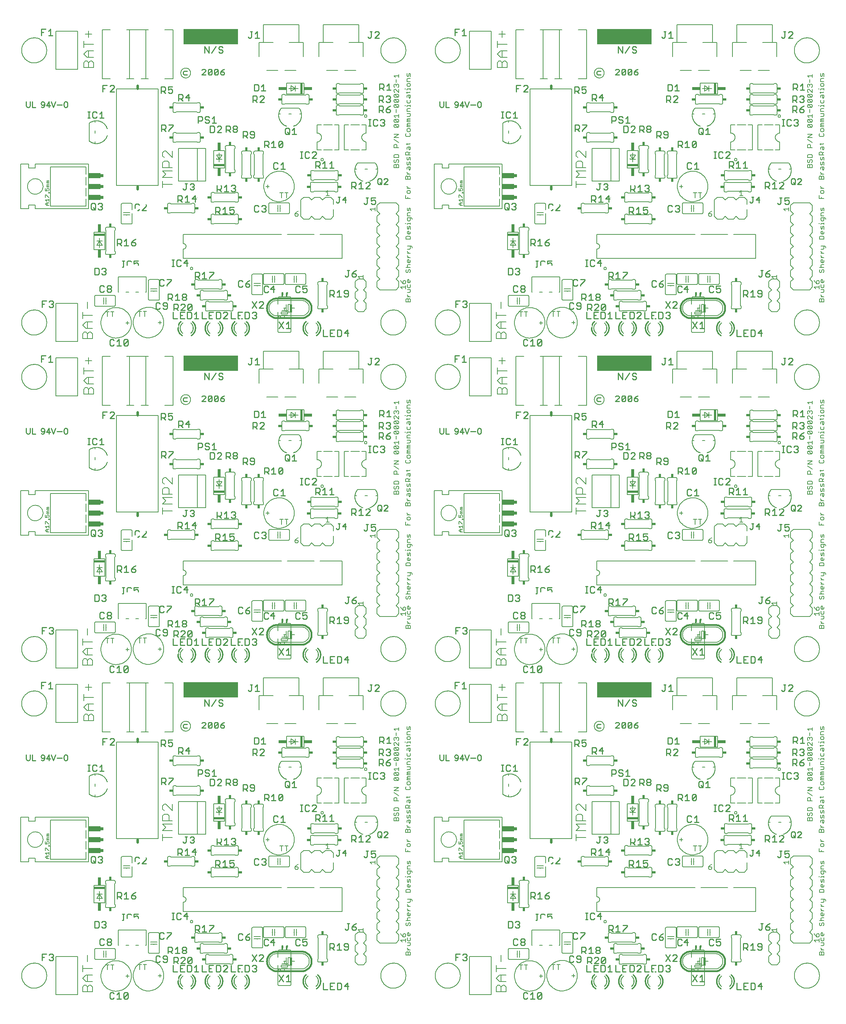
<source format=gto>
G04 CAM350 V7.6 (Build 209) Date:  Wed Jul 26 15:17:12 2006 *
G04 Database: d:\cam\brmk3-1a\100023-1.cam *
G04 Layer 4: 100023-1.GTO *
%FSLAX24Y24*%
%MOIN*%
%SFA1.000B1.000*%

%MIA0B0*%
%IPPOS*%
%ADD26C,0.02400*%
%ADD29C,0.01600*%
%ADD38C,0.01000*%
%ADD39C,0.00900*%
%ADD40C,0.00800*%
%ADD41R,0.50400X0.14100*%
%ADD42C,0.01100*%
%ADD43R,0.02400X0.03400*%
%ADD44R,0.03400X0.02400*%
%ADD47R,0.02500X0.03000*%
%ADD48R,0.11000X0.05000*%
%ADD49C,0.00200*%
%ADD50R,0.02000X0.10000*%
%ADD51R,0.07500X0.03000*%
%ADD52R,0.10000X0.02000*%
%ADD53R,0.03000X0.07500*%
%ADD54R,0.01600X0.02300*%
%LN100023-1.GTO*%
%LPD*%
G54D41*
X25563Y34087D03*
G54D43*
X16343Y13922D03*
Y16762D03*
X27343Y21422D03*
X28843Y20922D03*
X29968D03*
Y23762D03*
X28843D03*
X27343Y24262D03*
X35843Y11762D03*
Y8922D03*
G54D44*
X27763Y9342D03*
X27263Y10342D03*
X26763Y11342D03*
X24423Y10342D03*
X23923Y11342D03*
X24923Y9342D03*
X25423Y17342D03*
X24263Y18342D03*
X25423Y19342D03*
X28263D03*
Y17342D03*
X34573Y20292D03*
X34598Y21367D03*
X37438D03*
X37413Y20292D03*
X36923Y27342D03*
Y28342D03*
Y29342D03*
X34763Y28342D03*
X31923D03*
X24763Y27592D03*
X21923D03*
Y24842D03*
X24763D03*
X21423Y18342D03*
X39763Y27342D03*
Y28342D03*
Y29342D03*
G54D47*
X15568Y19342D03*
Y20342D03*
Y21342D03*
G54D48*
X14893D03*
Y20342D03*
Y19342D03*
G54D50*
X33893Y29342D03*
G54D51*
X34518D03*
X32168D03*
G54D52*
X26343Y22292D03*
X15343Y15892D03*
G54D53*
Y16517D03*
Y14167D03*
X26343Y21667D03*
Y24017D03*
G54D54*
X32143Y10327D03*
X32543D03*
G54D41*
X63563Y34087D03*
G54D43*
X54343Y13922D03*
Y16762D03*
X65343Y21422D03*
X66843Y20922D03*
X67968D03*
Y23762D03*
X66843D03*
X65343Y24262D03*
X73843Y11762D03*
Y8922D03*
G54D44*
X65763Y9342D03*
X65263Y10342D03*
X64763Y11342D03*
X62423Y10342D03*
X61923Y11342D03*
X62923Y9342D03*
X63423Y17342D03*
X62263Y18342D03*
X63423Y19342D03*
X66263D03*
Y17342D03*
X72573Y20292D03*
X72598Y21367D03*
X75438D03*
X75413Y20292D03*
X74923Y27342D03*
Y28342D03*
Y29342D03*
X72763Y28342D03*
X69923D03*
X62763Y27592D03*
X59923D03*
Y24842D03*
X62763D03*
X59423Y18342D03*
X77763Y27342D03*
Y28342D03*
Y29342D03*
G54D47*
X53568Y19342D03*
Y20342D03*
Y21342D03*
G54D48*
X52893D03*
Y20342D03*
Y19342D03*
G54D50*
X71893Y29342D03*
G54D51*
X72518D03*
X70168D03*
G54D52*
X64343Y22292D03*
X53343Y15892D03*
G54D53*
Y16517D03*
Y14167D03*
X64343Y21667D03*
Y24017D03*
G54D54*
X70143Y10327D03*
X70543D03*
G54D41*
X25563Y4087D03*
Y-25913D03*
G54D43*
X16343Y-16078D03*
Y-46078D03*
Y-13238D03*
Y-43238D03*
X27343Y-8578D03*
Y-38578D03*
X28843Y-9078D03*
Y-39078D03*
X29968Y-9078D03*
Y-39078D03*
Y-6238D03*
Y-36238D03*
X28843Y-6238D03*
Y-36238D03*
X27343Y-5738D03*
Y-35738D03*
X35843Y-18238D03*
Y-48238D03*
Y-21078D03*
Y-51078D03*
G54D44*
X27763Y-20658D03*
Y-50658D03*
X27263Y-19658D03*
Y-49658D03*
X26763Y-18658D03*
Y-48658D03*
X24423Y-19658D03*
Y-49658D03*
X23923Y-18658D03*
Y-48658D03*
X24923Y-20658D03*
Y-50658D03*
X25423Y-12658D03*
Y-42658D03*
X24263Y-11658D03*
Y-41658D03*
X25423Y-10658D03*
Y-40658D03*
X28263Y-10658D03*
Y-40658D03*
Y-12658D03*
Y-42658D03*
X34573Y-9708D03*
Y-39708D03*
X34598Y-8633D03*
Y-38633D03*
X37438Y-8633D03*
Y-38633D03*
X37413Y-9708D03*
Y-39708D03*
X36923Y-2658D03*
Y-32658D03*
Y-1658D03*
Y-31658D03*
Y-658D03*
Y-30658D03*
X34763Y-1658D03*
Y-31658D03*
X31923Y-1658D03*
Y-31658D03*
X24763Y-2408D03*
Y-32408D03*
X21923Y-2408D03*
Y-32408D03*
Y-5158D03*
Y-35158D03*
X24763Y-5158D03*
Y-35158D03*
X21423Y-11658D03*
Y-41658D03*
X39763Y-2658D03*
Y-32658D03*
Y-1658D03*
Y-31658D03*
Y-658D03*
Y-30658D03*
G54D47*
X15568Y-10658D03*
Y-40658D03*
Y-9658D03*
Y-39658D03*
Y-8658D03*
Y-38658D03*
G54D48*
X14893Y-8658D03*
Y-38658D03*
Y-9658D03*
Y-39658D03*
Y-10658D03*
Y-40658D03*
G54D50*
X33893Y-658D03*
Y-30658D03*
G54D51*
X34518Y-658D03*
Y-30658D03*
X32168Y-658D03*
Y-30658D03*
G54D52*
X26343Y-7708D03*
Y-37708D03*
X15343Y-14108D03*
Y-44108D03*
G54D53*
Y-13483D03*
Y-43483D03*
Y-15833D03*
Y-45833D03*
X26343Y-8333D03*
Y-38333D03*
Y-5983D03*
Y-35983D03*
G54D54*
X32143Y-19673D03*
Y-49673D03*
X32543Y-19673D03*
Y-49673D03*
G54D41*
X63563Y4087D03*
Y-25913D03*
G54D43*
X54343Y-16078D03*
Y-46078D03*
Y-13238D03*
Y-43238D03*
X65343Y-8578D03*
Y-38578D03*
X66843Y-9078D03*
Y-39078D03*
X67968Y-9078D03*
Y-39078D03*
Y-6238D03*
Y-36238D03*
X66843Y-6238D03*
Y-36238D03*
X65343Y-5738D03*
Y-35738D03*
X73843Y-18238D03*
Y-48238D03*
Y-21078D03*
Y-51078D03*
G54D44*
X65763Y-20658D03*
Y-50658D03*
X65263Y-19658D03*
Y-49658D03*
X64763Y-18658D03*
Y-48658D03*
X62423Y-19658D03*
Y-49658D03*
X61923Y-18658D03*
Y-48658D03*
X62923Y-20658D03*
Y-50658D03*
X63423Y-12658D03*
Y-42658D03*
X62263Y-11658D03*
Y-41658D03*
X63423Y-10658D03*
Y-40658D03*
X66263Y-10658D03*
Y-40658D03*
Y-12658D03*
Y-42658D03*
X72573Y-9708D03*
Y-39708D03*
X72598Y-8633D03*
Y-38633D03*
X75438Y-8633D03*
Y-38633D03*
X75413Y-9708D03*
Y-39708D03*
X74923Y-2658D03*
Y-32658D03*
Y-1658D03*
Y-31658D03*
Y-658D03*
Y-30658D03*
X72763Y-1658D03*
Y-31658D03*
X69923Y-1658D03*
Y-31658D03*
X62763Y-2408D03*
Y-32408D03*
X59923Y-2408D03*
Y-32408D03*
Y-5158D03*
Y-35158D03*
X62763Y-5158D03*
Y-35158D03*
X59423Y-11658D03*
Y-41658D03*
X77763Y-2658D03*
Y-32658D03*
Y-1658D03*
Y-31658D03*
Y-658D03*
Y-30658D03*
G54D47*
X53568Y-10658D03*
Y-40658D03*
Y-9658D03*
Y-39658D03*
Y-8658D03*
Y-38658D03*
G54D48*
X52893Y-8658D03*
Y-38658D03*
Y-9658D03*
Y-39658D03*
Y-10658D03*
Y-40658D03*
G54D50*
X71893Y-658D03*
Y-30658D03*
G54D51*
X72518Y-658D03*
Y-30658D03*
X70168Y-658D03*
Y-30658D03*
G54D52*
X64343Y-7708D03*
Y-37708D03*
X53343Y-14108D03*
Y-44108D03*
G54D53*
Y-13483D03*
Y-43483D03*
Y-15833D03*
Y-45833D03*
X64343Y-8333D03*
Y-38333D03*
Y-5983D03*
Y-35983D03*
G54D54*
X70143Y-19673D03*
Y-49673D03*
X70543Y-19673D03*
Y-49673D03*
G54D40*
X13793Y6367D02*
G01Y6817D01*
X13943Y6967*
X14093*
X14243Y6817*
Y6367*
Y6817D02*
G01X14393Y6967D01*
X14543*
X14693Y6817*
Y6367*
X13793*
X14093Y7287D02*
G01X13793Y7588D01*
X14093Y7888*
X14693*
X14243D02*
G01Y7287D01*
X14093D02*
G01X14693D01*
X13793Y8208D02*
G01Y8809D01*
Y8508D02*
G01X14693D01*
X14243Y9129D02*
G01Y9729D01*
X15743Y9842D02*
G01Y10142D01*
X15943D02*
G01Y9842D01*
Y9542*
X15743D02*
G01Y9842D01*
X20043Y10742D02*
G01X20343D01*
X20643*
Y10942D02*
G01X20343D01*
X20043*
X23686Y12812D02*
G01X23688Y12833D01*
X23694Y12854*
X23704Y12873*
X23717Y12889*
X23733Y12903*
X23751Y12914*
X23772Y12921*
X23793Y12924*
X23814Y12923*
X23835Y12918*
X23854Y12909*
X23871Y12897*
X23886Y12881*
X23898Y12863*
X23905Y12844*
X23909Y12823*
Y12801*
X23905Y12780*
X23898Y12761*
X23886Y12743*
X23871Y12727*
X23854Y12715*
X23835Y12706*
X23814Y12701*
X23793Y12700*
X23772Y12703*
X23751Y12710*
X23733Y12721*
X23717Y12735*
X23704Y12751*
X23694Y12770*
X23688Y12791*
X23686Y12812*
X29543Y11442D02*
G01X29843D01*
X30143*
Y11242D02*
G01X29843D01*
X29543*
X31243Y11542D02*
G01Y11842D01*
Y12142*
X31443D02*
G01Y11842D01*
Y11542*
X33243D02*
G01Y11842D01*
Y12142*
X33443D02*
G01Y11842D01*
Y11542*
X31766Y8337D02*
G01X31768Y8358D01*
X31774Y8379*
X31784Y8398*
X31797Y8414*
X31813Y8428*
X31831Y8439*
X31852Y8446*
X31873Y8449*
X31894Y8448*
X31915Y8443*
X31934Y8434*
X31951Y8422*
X31966Y8406*
X31978Y8388*
X31985Y8369*
X31989Y8348*
Y8326*
X31985Y8305*
X31978Y8286*
X31966Y8268*
X31951Y8252*
X31934Y8240*
X31915Y8231*
X31894Y8226*
X31873Y8225*
X31852Y8228*
X31831Y8235*
X31813Y8246*
X31797Y8260*
X31784Y8276*
X31774Y8295*
X31768Y8316*
X31766Y8337*
X31743Y18042D02*
G01Y18342D01*
Y18642*
X31943D02*
G01Y18342D01*
Y18042*
X35686Y22812D02*
G01X35688Y22833D01*
X35694Y22854*
X35704Y22873*
X35717Y22889*
X35733Y22903*
X35751Y22914*
X35772Y22921*
X35793Y22924*
X35814Y22923*
X35835Y22918*
X35854Y22909*
X35871Y22897*
X35886Y22881*
X35898Y22863*
X35905Y22844*
X35909Y22823*
Y22801*
X35905Y22780*
X35898Y22761*
X35886Y22743*
X35871Y22727*
X35854Y22715*
X35835Y22706*
X35814Y22701*
X35793Y22700*
X35772Y22703*
X35751Y22710*
X35733Y22721*
X35717Y22735*
X35704Y22751*
X35694Y22770*
X35688Y22791*
X35686Y22812*
X39686Y26812D02*
G01X39688Y26833D01*
X39694Y26854*
X39704Y26873*
X39717Y26889*
X39733Y26903*
X39751Y26914*
X39772Y26921*
X39793Y26924*
X39814Y26923*
X39835Y26918*
X39854Y26909*
X39871Y26897*
X39886Y26881*
X39898Y26863*
X39905Y26844*
X39909Y26823*
Y26801*
X39905Y26780*
X39898Y26761*
X39886Y26743*
X39871Y26727*
X39854Y26715*
X39835Y26706*
X39814Y26701*
X39793Y26700*
X39772Y26703*
X39751Y26710*
X39733Y26721*
X39717Y26735*
X39704Y26751*
X39694Y26770*
X39688Y26791*
X39686Y26812*
X25093Y23842D02*
G01Y20842D01*
X24343*
Y23842*
X25093*
X24343D02*
G01X22593D01*
Y20842*
X24343*
X24293Y19342D02*
G01X24318D01*
X22043Y20534D02*
G01X21143D01*
Y20234D02*
G01Y20834D01*
Y21154D02*
G01X21443Y21455D01*
X21143Y21755*
X22043*
Y22075D02*
G01X21143D01*
Y22525*
X21293Y22676*
X21593*
X21743Y22525*
Y22075*
X22043Y22996D02*
G01X21443Y23596D01*
X21293*
X21143Y23446*
Y23146*
X21293Y22996*
X22043D02*
G01Y23596D01*
Y21154D02*
G01X21143D01*
X20743Y20442D02*
G01X16893D01*
Y29292*
X20743*
Y20442*
X18143Y17942D02*
G01X17843D01*
X17543*
Y17742D02*
G01X17843D01*
X18143*
X18093Y30242D02*
G01Y34742D01*
X17843*
X18093D02*
G01X19593D01*
Y30242*
X19843*
X16343D02*
G01X15593D01*
Y34742*
X16343*
X14643Y34329D02*
G01X14043D01*
X14343Y34029D02*
G01Y34629D01*
X13893Y33709D02*
G01Y33108D01*
Y33408D02*
G01X14793D01*
Y32788D02*
G01X14193D01*
X13893Y32488*
X14193Y32187*
X14793*
X14643Y31867D02*
G01X14793Y31717D01*
Y31267*
X13893*
Y31717*
X14043Y31867*
X14193*
X14343Y31717*
Y31267*
Y31717D02*
G01X14493Y31867D01*
X14643*
X14343Y32187D02*
G01Y32788D01*
X19593Y34742D02*
G01X19843D01*
X21343D02*
G01X22093D01*
Y30242*
X21343*
X22811Y30762D02*
G01X22813Y30805D01*
X22819Y30848*
X22829Y30889*
X22843Y30930*
X22861Y30969*
X22883Y31006*
X22908Y31041*
X22936Y31074*
X22967Y31104*
X23001Y31130*
X23037Y31153*
X23075Y31173*
X23115Y31189*
X23156Y31201*
X23199Y31209*
X23241Y31213*
X23285*
X23327Y31209*
X23370Y31201*
X23411Y31189*
X23451Y31173*
X23489Y31153*
X23525Y31130*
X23559Y31104*
X23590Y31074*
X23618Y31041*
X23643Y31006*
X23665Y30969*
X23683Y30930*
X23697Y30889*
X23707Y30848*
X23713Y30805*
X23715Y30762*
X23713Y30719*
X23707Y30676*
X23697Y30635*
X23683Y30594*
X23665Y30555*
X23643Y30518*
X23618Y30483*
X23590Y30450*
X23559Y30420*
X23525Y30394*
X23489Y30371*
X23451Y30351*
X23411Y30335*
X23370Y30323*
X23327Y30315*
X23285Y30311*
X23241*
X23199Y30315*
X23156Y30323*
X23115Y30335*
X23075Y30351*
X23037Y30371*
X23001Y30394*
X22967Y30420*
X22936Y30450*
X22908Y30483*
X22883Y30518*
X22861Y30555*
X22843Y30594*
X22829Y30635*
X22819Y30676*
X22813Y30719*
X22811Y30762*
G54D39*
X23038Y30675D02*
G01X23127Y30587D01*
X23392*
Y30940D02*
G01X23127D01*
X23038Y30852*
Y30675*
X24751Y30587D02*
G01X25105Y30940D01*
Y31029*
X25016Y31117*
X24839*
X24751Y31029*
Y30587D02*
G01X25105D01*
X25322Y30675D02*
G01Y31029D01*
X25410Y31117*
X25587*
X25676Y31029*
X25322Y30675*
X25410Y30587*
X25587*
X25676Y30675*
Y31029*
X25893D02*
G01X25981Y31117D01*
X26158*
X26246Y31029*
X25893Y30675*
X25981Y30587*
X26158*
X26246Y30675*
Y31029*
X26464Y30852D02*
G01X26729D01*
X26817Y30764*
Y30675*
X26729Y30587*
X26552*
X26464Y30675*
Y30852*
X26640Y31029*
X26817Y31117*
X25893Y31029D02*
G01Y30675D01*
X37265Y19367D02*
G01X37442D01*
X37354D02*
G01Y18925D01*
X37265Y18837*
X37177*
X37088Y18925*
X37659Y19102D02*
G01X38013D01*
X37925Y18837D02*
G01Y19367D01*
X37659Y19102*
X40913Y20625D02*
G01X41002Y20537D01*
X41179*
X41267Y20625*
Y20979*
X41179Y21067*
X41002*
X40913Y20979*
Y20625*
X41090Y20714D02*
G01X41267Y20537D01*
X41484D02*
G01X41838Y20890D01*
Y20979*
X41750Y21067*
X41573*
X41484Y20979*
Y20537D02*
G01X41838D01*
G54D40*
X42403Y22077D02*
G01Y22287D01*
X42473Y22357*
X42543*
X42613Y22287*
Y22077*
Y22287D02*
G01X42683Y22357D01*
X42753*
X42823Y22287*
Y22077*
X42403*
X42473Y22537D02*
G01X42543D01*
X42613Y22607*
Y22747*
X42683Y22817*
X42753*
X42823Y22747*
Y22607*
X42753Y22537*
X42473D02*
G01X42403Y22607D01*
Y22747*
X42473Y22817*
X42403Y22997D02*
G01Y23208D01*
X42473Y23278*
X42753*
X42823Y23208*
Y22997*
X42403*
Y23918D02*
G01Y24128D01*
X42473Y24198*
X42613*
X42683Y24128*
Y23918*
X42823D02*
G01X42403D01*
X42823Y24379D02*
G01X42403Y24659D01*
Y24839D02*
G01X42823Y25119D01*
X42403*
Y24839D02*
G01X42823D01*
X43473Y24989D02*
G01X43543Y24919D01*
X43823*
X43893Y24989*
Y25130*
X43823Y25200*
Y25380D02*
G01X43683D01*
X43613Y25450*
Y25590*
X43683Y25660*
X43823*
X43893Y25590*
Y25450*
X43823Y25380*
X43543Y25200D02*
G01X43473Y25130D01*
Y24989*
X43613Y24292D02*
G01Y24152D01*
X43543Y24222D02*
G01X43823D01*
X43893Y24292*
Y23972D02*
G01X43683D01*
X43613Y23902*
Y23762*
X43753D02*
G01Y23972D01*
X43893D02*
G01Y23762D01*
X43823Y23692*
X43753Y23762*
X43683Y23512D02*
G01X43753Y23442D01*
Y23231*
X43893D02*
G01X43473D01*
Y23442*
X43543Y23512*
X43683*
X43753Y23372D02*
G01X43893Y23512D01*
X43823Y23051D02*
G01X43753Y22981D01*
Y22841*
X43683Y22771*
X43613Y22841*
Y23051*
X43823D02*
G01X43893Y22981D01*
Y22771*
X43823Y22591D02*
G01X43753Y22521D01*
Y22381*
X43683Y22311*
X43613Y22381*
Y22591*
X43823D02*
G01X43893Y22521D01*
Y22311*
Y22131D02*
G01Y21920D01*
X43823Y21850*
X43753Y21920*
Y22131*
X43683D02*
G01X43893D01*
X43683D02*
G01X43613Y22061D01*
Y21920*
Y21677D02*
G01Y21607D01*
X43753Y21467*
X43893D02*
G01X43613D01*
Y21287D02*
G01X43683Y21217D01*
Y21006*
X43473D02*
G01Y21217D01*
X43543Y21287*
X43613*
X43683Y21217D02*
G01X43753Y21287D01*
X43823*
X43893Y21217*
Y21006*
X43473*
X43613Y20373D02*
G01Y20303D01*
X43753Y20162*
X43893D02*
G01X43613D01*
X43683Y19982D02*
G01X43613Y19912D01*
Y19772*
X43683Y19702*
X43823*
X43893Y19772*
Y19912*
X43823Y19982*
X43683*
X43473Y19522D02*
G01Y19242D01*
X43893*
X43683D02*
G01Y19382D01*
X43633Y18385D02*
G01Y18175D01*
X43703Y18105*
X43773Y18175*
Y18315*
X43843Y18385*
X43913Y18315*
Y18105*
Y17925D02*
G01X43703D01*
X43633Y17855*
Y17644*
X43913*
Y17464D02*
G01Y17254D01*
X43843Y17184*
X43703*
X43633Y17254*
Y17464*
X43984*
X44054Y17394*
Y17324*
X43913Y17017D02*
G01Y16877D01*
Y16947D02*
G01X43633D01*
Y16877*
X43493Y16947D02*
G01X43423D01*
X43633Y16697D02*
G01Y16487D01*
X43703Y16417*
X43773Y16487*
Y16627*
X43843Y16697*
X43913Y16627*
Y16417*
X43773Y16237D02*
G01Y15956D01*
X43703D02*
G01X43633Y16027D01*
Y16167*
X43703Y16237*
X43773*
X43913Y16167D02*
G01Y16027D01*
X43843Y15956*
X43703*
X43563Y15776D02*
G01X43493Y15706D01*
Y15496*
X43913*
Y15706*
X43843Y15776*
X43563*
X43633Y14856D02*
G01X43984D01*
X44054Y14786*
Y14716*
X43913Y14645D02*
G01Y14856D01*
Y14645D02*
G01X43843Y14575D01*
X43633*
Y14402D02*
G01Y14332D01*
X43773Y14192*
X43913D02*
G01X43633D01*
Y14018D02*
G01Y13948D01*
X43773Y13808*
X43913D02*
G01X43633D01*
X43703Y13628D02*
G01X43773D01*
Y13348*
X43703D02*
G01X43633Y13418D01*
Y13558*
X43703Y13628*
X43913Y13558D02*
G01Y13418D01*
X43843Y13348*
X43703*
Y13168D02*
G01X43913D01*
X43703D02*
G01X43633Y13098D01*
Y12958*
X43703Y12887*
X43773Y12707D02*
G01X43843D01*
X43913Y12637*
Y12497*
X43843Y12427*
X43703Y12497D02*
G01Y12637D01*
X43773Y12707*
X43563D02*
G01X43493Y12637D01*
Y12497*
X43563Y12427*
X43633*
X43703Y12497*
X43493Y12887D02*
G01X43913D01*
X43773Y11787D02*
G01Y11506D01*
X43703D02*
G01X43633Y11576D01*
Y11717*
X43703Y11787*
X43773*
X43913Y11717D02*
G01Y11576D01*
X43843Y11506*
X43703*
X43633Y11326D02*
G01Y11116D01*
X43703Y11046*
X43843*
X43913Y11116*
Y11326*
Y10866D02*
G01X43633D01*
Y10586D02*
G01X43843D01*
X43913Y10656*
Y10866*
X43633Y10412D02*
G01Y10342D01*
X43773Y10202*
X43913D02*
G01X43633D01*
Y10022D02*
G01X43703Y9952D01*
Y9742*
X43493D02*
G01Y9952D01*
X43563Y10022*
X43633*
X43703Y9952D02*
G01X43773Y10022D01*
X43843*
X43913Y9952*
Y9742*
X43493*
X42473Y25760D02*
G01X42403Y25830D01*
Y25970*
X42473Y26040*
X42753Y25760*
X42823Y25830*
Y25970*
X42753Y26040*
X42473*
Y26220D02*
G01X42403Y26290D01*
Y26430*
X42473Y26500*
X42753Y26220*
X42823Y26290*
Y26430*
X42753Y26500*
X42473*
X42543Y26680D02*
G01X42403Y26820D01*
X42823*
Y26680D02*
G01Y26961D01*
X42613Y27141D02*
G01Y27421D01*
X42473Y27601D02*
G01X42403Y27671D01*
Y27811*
X42473Y27881*
X42753Y27601*
X42823Y27671*
Y27811*
X42753Y27881*
X42473*
Y28061D02*
G01X42403Y28131D01*
Y28271*
X42473Y28342*
X42753Y28061*
X42823Y28131*
Y28271*
X42753Y28342*
X42473*
Y28522D02*
G01X42403Y28592D01*
Y28732*
X42473Y28802*
X42753Y28522*
X42823Y28592*
Y28732*
X42753Y28802*
X42473*
Y28982D02*
G01X42403Y29052D01*
Y29192*
X42473Y29262*
X42543*
X42823Y28982*
Y29262*
X42753Y29442D02*
G01X42823Y29512D01*
Y29653*
X42753Y29723*
X42683*
X42613Y29653*
Y29583*
Y29653D02*
G01X42543Y29723D01*
X42473*
X42403Y29653*
Y29512*
X42473Y29442*
X42613Y29903D02*
G01Y30183D01*
X42543Y30363D02*
G01X42403Y30503D01*
X42823*
Y30363D02*
G01Y30643D01*
X43613Y30724D02*
G01Y30514D01*
X43683Y30444*
X43753Y30514*
Y30654*
X43823Y30724*
X43893Y30654*
Y30444*
Y30264D02*
G01X43683D01*
X43613Y30193*
Y29983*
X43893*
X43823Y29803D02*
G01X43683D01*
X43613Y29733*
Y29593*
X43683Y29523*
X43823*
X43893Y29593*
Y29733*
X43823Y29803*
X43893Y29356D02*
G01Y29216D01*
Y29286D02*
G01X43613D01*
Y29216*
X43473Y29286D02*
G01X43403D01*
X43613Y29049D02*
G01Y28909D01*
X43543Y28979D02*
G01X43823D01*
X43893Y29049*
Y28729D02*
G01X43683D01*
X43613Y28659*
Y28519*
X43753D02*
G01Y28729D01*
X43893D02*
G01Y28519D01*
X43823Y28449*
X43753Y28519*
X43613Y28269D02*
G01Y28058D01*
X43683Y27988*
X43823*
X43893Y28058*
Y28269*
Y27822D02*
G01Y27682D01*
Y27752D02*
G01X43613D01*
Y27682*
X43473Y27752D02*
G01X43403D01*
X43683Y27501D02*
G01X43893D01*
X43683D02*
G01X43613Y27431D01*
Y27221*
X43893*
Y27041D02*
G01X43613D01*
Y26761D02*
G01X43823D01*
X43893Y26831*
Y27041*
Y26581D02*
G01X43683D01*
X43613Y26511*
X43683Y26441*
X43893*
Y26300D02*
G01X43613D01*
Y26371*
X43683Y26441*
Y26120D02*
G01X43893D01*
Y25980D02*
G01X43683D01*
X43613Y26050*
X43683Y26120*
Y25980D02*
G01X43613Y25910D01*
Y25840*
X43893*
X42753Y25760D02*
G01X42473D01*
Y26220D02*
G01X42753D01*
Y27601D02*
G01X42473D01*
Y28061D02*
G01X42753D01*
Y28522D02*
G01X42473D01*
G54D42*
X25392Y33187D02*
G01Y32597D01*
X24998Y33187*
Y32597*
X25643D02*
G01X26037Y33187D01*
X26288Y33089D02*
G01Y32990D01*
X26386Y32892*
X26583*
X26681Y32794*
Y32695*
X26583Y32597*
X26386*
X26288Y32695*
Y33089D02*
G01X26386Y33187D01*
X26583*
X26681Y33089*
X28990Y34063D02*
G01X29089Y33965D01*
X29187*
X29286Y34063*
Y34555*
X29384D02*
G01X29187D01*
X29635Y34359D02*
G01X29832Y34555D01*
Y33965*
X29635D02*
G01X30029D01*
X29869Y29712D02*
G01X29573D01*
Y29122*
X29869*
X29967Y29220*
Y29614*
X29869Y29712*
X30218Y29515D02*
G01X30415Y29712D01*
Y29122*
X30218D02*
G01X30612D01*
X30363Y28662D02*
G01X30166D01*
X30068Y28564*
X29817D02*
G01Y28367D01*
X29719Y28269*
X29423*
X29620D02*
G01X29817Y28072D01*
X30068D02*
G01X30462Y28465D01*
Y28564*
X30363Y28662*
X29817Y28564D02*
G01X29719Y28662D01*
X29423*
Y28072*
X30068D02*
G01X30462D01*
X32497Y25712D02*
G01X32694D01*
X32792Y25614*
Y25220*
X32694Y25122*
X32497*
X32398Y25220*
Y25614*
X32497Y25712*
X32595Y25319D02*
G01X32792Y25122D01*
X33043D02*
G01X33437D01*
X33240D02*
G01Y25712D01*
X33043Y25515*
X32083Y24512D02*
G01X32181Y24414D01*
X31788Y24020*
X31886Y23922*
X32083*
X32181Y24020*
Y24414*
X32083Y24512D02*
G01X31886D01*
X31788Y24414*
Y24020*
X31537Y23922D02*
G01X31143D01*
X31340D02*
G01Y24512D01*
X31143Y24315*
X30892Y24217D02*
G01X30794Y24119D01*
X30498*
X30695D02*
G01X30892Y23922D01*
Y24217D02*
G01Y24414D01*
X30794Y24512*
X30498*
Y23922*
X29573Y24895D02*
G01X29474Y24797D01*
X29277*
X29179Y24895*
X29277Y25092D02*
G01X29573D01*
Y24895D02*
G01Y25289D01*
X29474Y25387*
X29277*
X29179Y25289*
Y25190*
X29277Y25092*
X28928D02*
G01X28830Y24994D01*
X28534*
X28731D02*
G01X28928Y24797D01*
Y25092D02*
G01Y25289D01*
X28830Y25387*
X28534*
Y24797*
X27913Y25322D02*
G01X27716D01*
X27618Y25420*
Y25519*
X27716Y25617*
X27913*
X28012Y25519*
Y25420*
X27913Y25322*
Y25617D02*
G01X28012Y25715D01*
Y25814*
X27913Y25912*
X27716*
X27618Y25814*
Y25715*
X27716Y25617*
X27367D02*
G01X27269Y25519D01*
X26973*
Y25322D02*
G01Y25912D01*
X27269*
X27367Y25814*
Y25617*
X27170Y25519D02*
G01X27367Y25322D01*
X26548Y25297D02*
G01X26154D01*
X26548Y25690*
Y25789*
X26449Y25887*
X26252*
X26154Y25789*
X25903D02*
G01Y25395D01*
X25805Y25297*
X25509*
Y25887*
X25805*
X25903Y25789*
X25884Y26172D02*
G01Y26762D01*
X25688Y26565*
X25437Y26664D02*
G01X25338Y26762D01*
X25141*
X25043Y26664*
Y26565*
X25141Y26467*
X25338*
X25437Y26369*
Y26270*
X25338Y26172*
X25141*
X25043Y26270*
X24792Y26467D02*
G01X24694Y26369D01*
X24398*
Y26172D02*
G01Y26762D01*
X24694*
X24792Y26664*
Y26467*
X25688Y26172D02*
G01X26081D01*
X23538Y28197D02*
G01Y28787D01*
X23243Y28492*
X23637*
X22992D02*
G01X22894Y28394D01*
X22598*
X22795D02*
G01X22992Y28197D01*
Y28492D02*
G01Y28689D01*
X22894Y28787*
X22598*
Y28197*
X21949Y28897D02*
G01X21752D01*
X21654Y28995*
Y29192D02*
G01X21851Y29290D01*
X21949*
X22048Y29192*
Y28995*
X21949Y28897*
X21654Y29192D02*
G01Y29487D01*
X22048*
X21403Y29389D02*
G01Y29192D01*
X21305Y29094*
X21009*
X21206D02*
G01X21403Y28897D01*
X21009D02*
G01Y29487D01*
X21305*
X21403Y29389*
X21344Y25987D02*
G01X21442Y25889D01*
Y25692*
X21344Y25594*
X21048*
X21245D02*
G01X21442Y25397D01*
X21693D02*
G01Y25495D01*
X22087Y25889*
Y25987*
X21693*
X21344D02*
G01X21048D01*
Y25397*
X16687Y29047D02*
G01X16293D01*
X16687Y29440*
Y29539*
X16588Y29637*
X16391*
X16293Y29539*
X16042Y29637D02*
G01X15648D01*
Y29047*
Y29342D02*
G01X15845D01*
X15551Y27212D02*
G01Y26622D01*
X15354D02*
G01X15748D01*
X15354Y27015D02*
G01X15551Y27212D01*
X15103Y27114D02*
G01X15005Y27212D01*
X14808*
X14709Y27114*
Y26720*
X14808Y26622*
X15005*
X15103Y26720*
X14476Y26622D02*
G01X14280D01*
X14378D02*
G01Y27212D01*
X14280D02*
G01X14476D01*
X11048Y34197D02*
G01X10654D01*
X10851D02*
G01Y34787D01*
X10654Y34590*
X10403Y34787D02*
G01X10009D01*
Y34197*
Y34492D02*
G01X10206D01*
X23206Y20612D02*
G01X23403D01*
X23305D02*
G01Y20120D01*
X23206Y20022*
X23108*
X23009Y20120*
X23654D02*
G01X23752Y20022D01*
X23949*
X24048Y20120*
Y20219*
X23949Y20317*
X23851*
X23949D02*
G01X24048Y20415D01*
Y20514*
X23949Y20612*
X23752*
X23654Y20514*
X23390Y19487D02*
G01Y18897D01*
X23193D02*
G01X23587D01*
X23838Y19192D02*
G01X24231D01*
X24133Y18897D02*
G01Y19487D01*
X23838Y19192*
X23390Y19487D02*
G01X23193Y19290D01*
X22942Y19192D02*
G01X22844Y19094D01*
X22548*
X22745D02*
G01X22942Y18897D01*
Y19192D02*
G01Y19389D01*
X22844Y19487*
X22548*
Y18897*
X19243Y18147D02*
G01X19637Y18540D01*
Y18639*
Y18147D02*
G01X19243D01*
X18656Y15487D02*
G01X18459Y15389D01*
X18263Y15192*
X18558*
X18656Y15094*
Y14995*
X18558Y14897*
X18361*
X18263Y14995*
Y15192*
X18012Y14897D02*
G01X17618D01*
X17815D02*
G01Y15487D01*
X17618Y15290*
X17367Y15192D02*
G01X17269Y15094D01*
X16973*
X17170D02*
G01X17367Y14897D01*
Y15192D02*
G01Y15389D01*
X17269Y15487*
X16973*
Y14897*
X17430Y13517D02*
G01X17626D01*
X17528D02*
G01Y12927D01*
X15937Y12739D02*
G01Y12640D01*
X15838Y12542*
X15740*
X15838D02*
G01X15937Y12444D01*
Y12345*
X15838Y12247*
X15641*
X15543Y12345*
X15292D02*
G01Y12739D01*
X15194Y12837*
X14898*
Y12247*
X15194*
X15292Y12345*
X15543Y12739D02*
G01X15641Y12837D01*
X15838*
X15937Y12739*
X16126Y11237D02*
G01X16323D01*
X16422Y11139*
Y11040*
X16323Y10942*
X16126*
X16028Y11040*
Y11139*
X16126Y11237*
Y10942D02*
G01X16028Y10844D01*
Y10745*
X16126Y10647*
X16323*
X16422Y10745*
Y10844*
X16323Y10942*
X15777Y11139D02*
G01X15679Y11237D01*
X15482*
X15383Y11139*
Y10745*
X15482Y10647*
X15679*
X15777Y10745*
X11098Y9739D02*
G01Y9640D01*
X10999Y9542*
X11098Y9444*
Y9345*
X10999Y9247*
X10802*
X10704Y9345*
X10901Y9542D02*
G01X10999D01*
X11098Y9739D02*
G01X10999Y9837D01*
X10802*
X10704Y9739*
X10453Y9837D02*
G01X10059D01*
Y9247*
Y9542D02*
G01X10256D01*
X16290Y6189D02*
G01Y5795D01*
X16388Y5697*
X16585*
X16684Y5795*
X16934Y5697D02*
G01X17328D01*
X17131D02*
G01Y6287D01*
X16934Y6090*
X16684Y6189D02*
G01X16585Y6287D01*
X16388*
X16290Y6189*
X17579D02*
G01Y5795D01*
X17973Y6189*
Y5795*
X17874Y5697*
X17677*
X17579Y5795*
Y6189D02*
G01X17677Y6287D01*
X17874*
X17973Y6189*
X20618Y9082D02*
G01X20815D01*
X20913Y9180*
X21164D02*
G01X21262Y9082D01*
X21459*
X21558Y9180*
Y9574*
X21459Y9672*
X21262*
X21164Y9574*
Y9475*
X21262Y9377*
X21558*
X22160Y9542D02*
G01Y8952D01*
X22118Y8787D02*
G01Y8197D01*
X22512*
X22763D02*
G01X23157D01*
X22960Y8492D02*
G01X22763D01*
Y8787D02*
G01Y8197D01*
Y8787D02*
G01X23157D01*
X23198Y8952D02*
G01X22804D01*
X23198Y9345*
Y9444*
X23100Y9542*
X22903*
X22804Y9444*
X22554D02*
G01Y9247D01*
X22455Y9149*
X22160*
X22357D02*
G01X22554Y8952D01*
Y9444D02*
G01X22455Y9542D01*
X22160*
X22044Y9887D02*
G01X21847Y10084D01*
X21945D02*
G01X21650D01*
Y9887D02*
G01Y10477D01*
X21945*
X22044Y10379*
Y10182*
X21945Y10084*
X22294Y10280D02*
G01X22491Y10477D01*
Y9887*
X22294D02*
G01X22688D01*
X22939Y9985D02*
G01Y10084D01*
X23037Y10182*
X23234*
X23333Y10084*
Y9985*
X23234Y9887*
X23037*
X22939Y9985*
X23037Y10182D02*
G01X22939Y10280D01*
Y10379*
X23037Y10477*
X23234*
X23333Y10379*
Y10280*
X23234Y10182*
X23547Y9542D02*
G01X23744D01*
X23843Y9444*
X23449Y9050*
X23547Y8952*
X23744*
X23843Y9050*
Y9444*
X23547Y9542D02*
G01X23449Y9444D01*
Y9050*
X24052Y8590D02*
G01X24249Y8787D01*
Y8197*
X24052D02*
G01X24446D01*
X24773D02*
G01X25167D01*
X26063D02*
G01X26358D01*
X26456Y8295*
Y8689*
X26358Y8787*
X26063*
Y8197*
X25615Y8492D02*
G01X25418D01*
Y8787D02*
G01Y8197D01*
X24773D02*
G01Y8787D01*
X25418D02*
G01X25812D01*
X26707Y8689D02*
G01X26805Y8787D01*
X27002*
X27101Y8689*
Y8590*
X26707Y8197*
X27101*
X27428Y8212D02*
G01X27822D01*
X28718D02*
G01X29013D01*
X29111Y8310*
Y8704*
X29013Y8802*
X28718*
Y8212*
X28270Y8507D02*
G01X28073D01*
Y8802D02*
G01Y8212D01*
Y8802D02*
G01X28467D01*
X29362Y8704D02*
G01X29460Y8802D01*
X29657*
X29756Y8704*
Y8605*
X29657Y8507*
X29756Y8409*
Y8310*
X29657Y8212*
X29460*
X29362Y8310*
X29559Y8507D02*
G01X29657D01*
X29767Y9172D02*
G01X29373Y9762D01*
X29767D02*
G01X29373Y9172D01*
X30018D02*
G01X30412Y9565D01*
Y9664*
X30313Y9762*
X30116*
X30018Y9664*
Y9172D02*
G01X30412D01*
X30558Y10612D02*
G01X30755D01*
X30853Y10710*
X30558Y10612D02*
G01X30459Y10710D01*
Y11104*
X30558Y11202*
X30755*
X30853Y11104*
X31045Y10907D02*
G01X31439D01*
X31340Y11202D02*
G01X31045Y10907D01*
X31340Y10612D02*
G01Y11202D01*
X33370Y11097D02*
G01Y10703D01*
X33469Y10605*
X33666*
X33764Y10703*
X34015D02*
G01X34113Y10605D01*
X34310*
X34409Y10703*
Y10900*
X34310Y10998*
X34212*
X34015Y10900*
Y11195*
X34409*
X33764Y11097D02*
G01X33666Y11195D01*
X33469*
X33370Y11097*
X36515Y10787D02*
G01Y10197D01*
Y10394D02*
G01X36810D01*
X36909Y10492*
Y10689*
X36810Y10787*
X36515*
X36712Y10394D02*
G01X36909Y10197D01*
X37159D02*
G01X37553D01*
X37356D02*
G01Y10787D01*
X37159Y10590*
X37804D02*
G01X37902Y10492D01*
X38198*
Y10689D02*
G01X38099Y10787D01*
X37902*
X37804Y10689*
Y10590*
Y10295D02*
G01X37902Y10197D01*
X38099*
X38198Y10295*
Y10689*
X38095Y12047D02*
G01X38194Y12145D01*
Y12637*
X38292D02*
G01X38095D01*
X38543Y12342D02*
G01X38838D01*
X38937Y12244*
Y12145*
X38838Y12047*
X38641*
X38543Y12145*
Y12342*
X38740Y12539*
X38937Y12637*
X38095Y12047D02*
G01X37997D01*
X37898Y12145*
X32690Y7887D02*
G01Y7297D01*
X32493D02*
G01X32887D01*
X32493Y7690D02*
G01X32690Y7887D01*
X32242D02*
G01X31848Y7297D01*
X32242D02*
G01X31848Y7887D01*
X29049Y11097D02*
G01X28852D01*
X28754Y11195*
Y11392*
X29049*
X29148Y11294*
Y11195*
X29049Y11097*
X28754Y11392D02*
G01X28951Y11589D01*
X29148Y11687*
X28503Y11589D02*
G01X28405Y11687D01*
X28208*
X28109Y11589*
Y11195*
X28208Y11097*
X28405*
X28503Y11195*
X27428Y8802D02*
G01Y8212D01*
X25429Y11872D02*
G01Y11970D01*
X25823Y12364*
Y12462*
X25429*
X24981D02*
G01Y11872D01*
X24784D02*
G01X25178D01*
X24784Y12265D02*
G01X24981Y12462D01*
X24534Y12364D02*
G01Y12167D01*
X24435Y12069*
X24140*
X24337D02*
G01X24534Y11872D01*
X24140D02*
G01Y12462D01*
X24435*
X24534Y12364*
X22822Y13499D02*
G01X22723Y13597D01*
X22527*
X22428Y13499*
Y13105*
X22527Y13007*
X22723*
X22822Y13105*
X22195Y13007D02*
G01X21998D01*
X22097D02*
G01Y13597D01*
X22195D02*
G01X21998D01*
X21923Y11787D02*
G01X21529D01*
X21278Y11689D02*
G01X21180Y11787D01*
X20983*
X20884Y11689*
Y11295*
X20983Y11197*
X21180*
X21278Y11295*
X21529D02*
G01Y11197D01*
Y11295D02*
G01X21923Y11689D01*
Y11787*
X20815Y9672D02*
G01X20618D01*
X20519Y9574*
Y9180*
X20618Y9082*
X20913Y9574D02*
G01X20815Y9672D01*
X26015Y17847D02*
G01Y18437D01*
X26310*
X26409Y18339*
Y18142*
X26310Y18044*
X26015*
X26212D02*
G01X26409Y17847D01*
X26659D02*
G01X27053D01*
X26856D02*
G01Y18437D01*
X26659Y18240*
X27304Y18142D02*
G01X27501Y18240D01*
X27599*
X27698Y18142*
Y17945*
X27599Y17847*
X27402*
X27304Y17945*
Y18142D02*
G01Y18437D01*
X27698*
X27733Y19872D02*
G01X27536D01*
X27438Y19970*
X27187Y19872D02*
G01X26793D01*
X26990D02*
G01Y20462D01*
X26793Y20265*
X26542Y20167D02*
G01X26444Y20069D01*
X26148*
X26345D02*
G01X26542Y19872D01*
X27438Y20364D02*
G01X27536Y20462D01*
X27733*
X27831Y20364*
Y20265*
X27733Y20167*
X27831Y20069*
Y19970*
X27733Y19872*
Y20167D02*
G01X27634D01*
X29584Y18489D02*
G01X29683Y18587D01*
X29880*
X29978Y18489*
X30229D02*
G01X30327Y18587D01*
X30524*
X30623Y18489*
Y18390*
X30524Y18292*
X30623Y18194*
Y18095*
X30524Y17997*
X30327*
X30229Y18095*
X29978D02*
G01X29880Y17997D01*
X29683*
X29584Y18095*
Y18489*
X30426Y18292D02*
G01X30524D01*
X31447Y21947D02*
G01X31644D01*
X31742Y22045*
X31993Y21947D02*
G01X32387D01*
X32190D02*
G01Y22537D01*
X31993Y22340*
X31742Y22439D02*
G01X31644Y22537D01*
X31447*
X31348Y22439*
Y22045*
X31447Y21947*
X33795Y22932D02*
G01X33991D01*
X33893D02*
G01Y23522D01*
X33795D02*
G01X33991D01*
X34224Y23424D02*
G01Y23030D01*
X34323Y22932*
X34520*
X34618Y23030*
X34869Y22932D02*
G01X35263Y23325D01*
Y23424*
X35164Y23522*
X34967*
X34869Y23424*
X34618D02*
G01X34520Y23522D01*
X34323*
X34224Y23424*
X34869Y22932D02*
G01X35263D01*
X35198Y22637D02*
G01X35494D01*
X35592Y22539*
Y22342*
X35494Y22244*
X35198*
X35395D02*
G01X35592Y22047D01*
X35843D02*
G01X36237D01*
X36040D02*
G01Y22637D01*
X35843Y22440*
X35198Y22637D02*
G01Y22047D01*
X36488D02*
G01X36881D01*
X36684D02*
G01Y22637D01*
X36488Y22440*
X38518Y20737D02*
G01X38814D01*
X38912Y20639*
Y20442*
X38814Y20344*
X38518*
Y20147D02*
G01Y20737D01*
X38715Y20344D02*
G01X38912Y20147D01*
X39163D02*
G01X39557D01*
X39360D02*
G01Y20737D01*
X39163Y20540*
X40293Y19287D02*
G01Y18992D01*
X40490Y19090*
X40588*
X40687Y18992*
Y18795*
X40588Y18697*
X40391*
X40293Y18795*
X39944D02*
G01Y19287D01*
X40042D02*
G01X39845D01*
X40293D02*
G01X40687D01*
X39944Y18795D02*
G01X39845Y18697D01*
X39747*
X39648Y18795*
X40073Y25897D02*
G01X40270D01*
X40172D02*
G01Y26487D01*
X40270D02*
G01X40073D01*
X40503Y26389D02*
G01Y25995D01*
X40602Y25897*
X40798*
X40897Y25995*
X41148D02*
G01X41246Y25897D01*
X41443*
X41541Y25995*
Y26094*
X41443Y26192*
X41344*
X41443D02*
G01X41541Y26290D01*
Y26389*
X41443Y26487*
X41246*
X41148Y26389*
X40897D02*
G01X40798Y26487D01*
X40602*
X40503Y26389*
X41023Y27147D02*
G01Y27737D01*
X41319*
X41417Y27639*
Y27442*
X41319Y27344*
X41023*
X41220D02*
G01X41417Y27147D01*
X41668Y27245D02*
G01X41766Y27147D01*
X41963*
X42062Y27245*
Y27344*
X41963Y27442*
X41668*
Y27245*
Y27442D02*
G01X41865Y27639D01*
X42062Y27737*
X41963Y28072D02*
G01X41766D01*
X41668Y28170*
X41417Y28072D02*
G01X41220Y28269D01*
X41319D02*
G01X41023D01*
Y28072D02*
G01Y28662D01*
X41319*
X41417Y28564*
Y28367*
X41319Y28269*
X41668Y28564D02*
G01X41766Y28662D01*
X41963*
X42062Y28564*
Y28465*
X41963Y28367*
X42062Y28269*
Y28170*
X41963Y28072*
Y28367D02*
G01X41865D01*
X41920Y29187D02*
G01Y29777D01*
X41723Y29580*
X41472Y29679D02*
G01Y29482D01*
X41374Y29384*
X41078*
X41275D02*
G01X41472Y29187D01*
X41723D02*
G01X42117D01*
X41472Y29679D02*
G01X41374Y29777D01*
X41078*
Y29187*
X41029Y33965D02*
G01X40635D01*
X41029Y34359*
Y34457*
X40930Y34555*
X40733*
X40635Y34457*
X40384Y34555D02*
G01X40187D01*
X40286D02*
G01Y34063D01*
X40187Y33965*
X40089*
X39990Y34063*
X15598Y18689D02*
G01Y18590D01*
X15499Y18492*
X15598Y18394*
Y18295*
X15499Y18197*
X15302*
X15204Y18295*
X14953D02*
G01X14855Y18197D01*
X14658*
X14559Y18295*
Y18689*
X14658Y18787*
X14855*
X14953Y18689*
Y18295*
Y18197D02*
G01X14756Y18394D01*
X15204Y18689D02*
G01X15302Y18787D01*
X15499*
X15598Y18689*
X15499Y18492D02*
G01X15401D01*
X35898Y7162D02*
G01Y6572D01*
X36292*
X36543D02*
G01X36937D01*
X37188D02*
G01X37483D01*
X37581Y6670*
Y7064*
X37483Y7162*
X37188*
Y6572*
X36740Y6867D02*
G01X36543D01*
Y7162D02*
G01Y6572D01*
Y7162D02*
G01X36937D01*
X37832Y6867D02*
G01X38226D01*
X38127Y6572D02*
G01Y7162D01*
X37832Y6867*
G54D40*
X39093Y8842D02*
G01X39593D01*
X39843Y9092*
Y9592*
X39593Y9842*
X39843Y10092*
Y10592*
X39593Y10842*
X39843Y11092*
Y11592*
X39593Y11842*
X39093*
X38843Y11592*
Y11092*
X39093Y10842*
X38843Y10592*
Y10092*
X39093Y9842*
X38843Y9592*
Y9092*
X39093Y8842*
X41093Y10842D02*
G01X40843Y11092D01*
Y11592*
X41093Y11842*
X40843Y12092*
Y12592*
X41093Y12842*
X40843Y13092*
Y13592*
X41093Y13842*
X40843Y14092*
Y14592*
X41093Y14842*
X40843Y15092*
Y15592*
X41093Y15842*
X40843Y16092*
Y16592*
X41093Y16842*
X40843Y17092*
Y17592*
X41093Y17842*
X40843Y18092*
Y18592*
X41093Y18842*
X42593*
X42843Y18592*
Y18092*
X42593Y17842*
X42843Y17592*
Y17092*
X42593Y16842*
X42843Y16592*
Y16092*
X42593Y15842*
X42843Y15592*
Y15092*
X42593Y14842*
X42843Y14592*
Y14092*
X42593Y13842*
X42843Y13592*
Y13092*
X42593Y12842*
X42843Y12592*
Y12092*
X42593Y11842*
X42843Y11592*
Y11092*
X42593Y10842*
X41093*
X41193Y7842D02*
G01X41198Y7947D01*
X41212Y8050*
X41236Y8152*
X41268Y8252*
X41310Y8348*
X41360Y8440*
X41419Y8526*
X41485Y8608*
X41558Y8682*
X41638Y8750*
X41723Y8811*
X41814Y8863*
X41909Y8907*
X42008Y8942*
X42109Y8968*
X42212Y8985*
X42317Y8992*
X42421Y8989*
X42525Y8977*
X42628Y8956*
X42728Y8926*
X42825Y8886*
X42918Y8838*
X43006Y8782*
X43089Y8717*
X43165Y8646*
X43235Y8568*
X43297Y8484*
X43352Y8394*
X43398Y8300*
X43435Y8202*
X43463Y8102*
X43482Y7999*
X43492Y7894*
Y7790*
X43482Y7685*
X43463Y7582*
X43435Y7482*
X43398Y7384*
X43352Y7290*
X43297Y7200*
X43235Y7116*
X43165Y7038*
X43089Y6967*
X43006Y6902*
X42918Y6846*
X42825Y6798*
X42728Y6758*
X42628Y6728*
X42525Y6707*
X42421Y6695*
X42317Y6692*
X42212Y6699*
X42109Y6716*
X42008Y6742*
X41909Y6777*
X41814Y6821*
X41723Y6873*
X41638Y6934*
X41558Y7002*
X41485Y7076*
X41419Y7158*
X41360Y7244*
X41310Y7336*
X41268Y7432*
X41236Y7532*
X41212Y7634*
X41198Y7737*
X41193Y7842*
X36293Y9192D02*
G01Y9342D01*
X36243Y9392*
Y11292*
X36293Y11342*
Y11492*
X36291Y11512*
X36285Y11530*
X36276Y11548*
X36264Y11563*
X36249Y11575*
X36231Y11584*
X36213Y11590*
X36193Y11592*
X35493*
X35473Y11590*
X35455Y11584*
X35437Y11575*
X35422Y11563*
X35410Y11548*
X35401Y11530*
X35395Y11512*
X35393Y11492*
Y11342*
X35443Y11292*
Y9392*
X35393Y9342*
Y9192*
X35395Y9172*
X35401Y9154*
X35410Y9136*
X35422Y9121*
X35437Y9109*
X35455Y9100*
X35473Y9094*
X35493Y9092*
X36193*
X36213Y9094*
X36231Y9100*
X36249Y9109*
X36264Y9121*
X36276Y9136*
X36285Y9154*
X36291Y9172*
X36293Y9192*
X33918Y9867D02*
G01X33970Y9865D01*
X34022Y9859*
X34074Y9849*
X34124Y9836*
X34174Y9819*
X34222Y9798*
X34268Y9773*
X34312Y9745*
X34354Y9714*
X34394Y9680*
X34431Y9643*
X34465Y9603*
X34496Y9561*
X34524Y9517*
X34549Y9471*
X34570Y9423*
X34587Y9373*
X34600Y9323*
X34610Y9271*
X34616Y9219*
X34618Y9167*
X34616Y9115*
X34610Y9063*
X34600Y9011*
X34587Y8961*
X34570Y8911*
X34549Y8863*
X34524Y8817*
X34496Y8773*
X34465Y8731*
X34431Y8691*
X34394Y8654*
X34354Y8620*
X34312Y8589*
X34268Y8561*
X34222Y8536*
X34174Y8515*
X34124Y8498*
X34074Y8485*
X34022Y8475*
X33970Y8469*
X33918Y8467*
X31618*
X32043Y8492D02*
G01X32343D01*
Y8292*
Y8492D02*
G01X32643D01*
Y8642D02*
G01X32043D01*
Y8792*
X32643*
Y8642*
X32668Y8817D02*
G01Y9517D01*
X32868*
Y8817*
X32668*
X32343Y8942D02*
G01Y9142D01*
X32268Y9167D02*
G01X32518D01*
Y9517*
Y9167D02*
G01Y8817D01*
X33018D02*
G01Y9167D01*
X33268*
X33018D02*
G01Y9517D01*
X32893Y10042D02*
G01Y10192D01*
X31793*
Y10042*
X31618Y9867D02*
G01X33918D01*
X34193Y11342D02*
G01X32493D01*
X32473Y11344*
X32455Y11350*
X32437Y11359*
X32422Y11371*
X32410Y11386*
X32401Y11404*
X32395Y11422*
X32393Y11442*
Y12242*
X32293D02*
G01Y11442D01*
X32291Y11422*
X32285Y11404*
X32276Y11386*
X32264Y11371*
X32249Y11359*
X32231Y11350*
X32213Y11344*
X32193Y11342*
X30493*
X30473Y11344*
X30455Y11350*
X30437Y11359*
X30422Y11371*
X30410Y11386*
X30401Y11404*
X30395Y11422*
X30393Y11442*
Y12242*
X30343Y12192D02*
G01Y10492D01*
X30341Y10472*
X30335Y10454*
X30326Y10436*
X30314Y10421*
X30299Y10409*
X30281Y10400*
X30263Y10394*
X30243Y10392*
X29443*
X29423Y10394*
X29405Y10400*
X29387Y10409*
X29372Y10421*
X29360Y10436*
X29351Y10454*
X29345Y10472*
X29343Y10492*
Y12192*
X29345Y12212*
X29351Y12230*
X29360Y12248*
X29372Y12263*
X29387Y12275*
X29405Y12284*
X29423Y12290*
X29443Y12292*
X30243*
X30263Y12290*
X30281Y12284*
X30299Y12275*
X30314Y12263*
X30326Y12248*
X30335Y12230*
X30341Y12212*
X30343Y12192*
X30393Y12242D02*
G01X30395Y12262D01*
X30401Y12280*
X30410Y12298*
X30422Y12313*
X30437Y12325*
X30455Y12334*
X30473Y12340*
X30493Y12342*
X32193*
X32213Y12340*
X32231Y12334*
X32249Y12325*
X32264Y12313*
X32276Y12298*
X32285Y12280*
X32291Y12262*
X32293Y12242*
X32393D02*
G01X32395Y12262D01*
X32401Y12280*
X32410Y12298*
X32422Y12313*
X32437Y12325*
X32455Y12334*
X32473Y12340*
X32493Y12342*
X34193*
X34213Y12340*
X34231Y12334*
X34249Y12325*
X34264Y12313*
X34276Y12298*
X34285Y12280*
X34291Y12262*
X34293Y12242*
Y11442*
X34291Y11422*
X34285Y11404*
X34276Y11386*
X34264Y11371*
X34249Y11359*
X34231Y11350*
X34213Y11344*
X34193Y11342*
X31618Y9867D02*
G01X31566Y9865D01*
X31514Y9859*
X31462Y9849*
X31412Y9836*
X31362Y9819*
X31314Y9798*
X31268Y9773*
X31224Y9745*
X31182Y9714*
X31142Y9680*
X31105Y9643*
X31071Y9603*
X31040Y9561*
X31012Y9517*
X30987Y9471*
X30966Y9423*
X30949Y9373*
X30936Y9323*
X30926Y9271*
X30920Y9219*
X30918Y9167*
X30920Y9115*
X30926Y9063*
X30936Y9011*
X30949Y8961*
X30966Y8911*
X30987Y8863*
X31012Y8817*
X31040Y8773*
X31071Y8731*
X31105Y8691*
X31142Y8654*
X31182Y8620*
X31224Y8589*
X31268Y8561*
X31314Y8536*
X31362Y8515*
X31412Y8498*
X31462Y8485*
X31514Y8475*
X31566Y8469*
X31618Y8467*
X27593Y8992D02*
G01Y9692D01*
X27591Y9712*
X27585Y9730*
X27576Y9748*
X27564Y9763*
X27549Y9775*
X27531Y9784*
X27513Y9790*
X27493Y9792*
X27343*
X27293Y9742*
X25393*
X25343Y9792*
X25193*
X25173Y9790*
X25155Y9784*
X25137Y9775*
X25122Y9763*
X25110Y9748*
X25101Y9730*
X25095Y9712*
X25093Y9692*
Y8992*
X25095Y8972*
X25101Y8954*
X25110Y8936*
X25122Y8921*
X25137Y8909*
X25155Y8900*
X25173Y8894*
X25193Y8892*
X25343*
X25393Y8942*
X27293*
X27343Y8892*
X27493*
X27513Y8894*
X27531Y8900*
X27549Y8909*
X27564Y8921*
X27576Y8936*
X27585Y8954*
X27591Y8972*
X27593Y8992*
X26993Y9892D02*
G01X26843D01*
X26793Y9942*
X24893*
X24843Y9892*
X24693*
X24673Y9894*
X24655Y9900*
X24637Y9909*
X24622Y9921*
X24610Y9936*
X24601Y9954*
X24595Y9972*
X24593Y9992*
Y10692*
X24595Y10712*
X24601Y10730*
X24610Y10748*
X24622Y10763*
X24637Y10775*
X24655Y10784*
X24673Y10790*
X24693Y10792*
X24843*
X24893Y10742*
X26793*
X26843Y10792*
X26993*
X27013Y10790*
X27031Y10784*
X27049Y10775*
X27064Y10763*
X27076Y10748*
X27085Y10730*
X27091Y10712*
X27093Y10692*
Y9992*
X27091Y9972*
X27085Y9954*
X27076Y9936*
X27064Y9921*
X27049Y9909*
X27031Y9900*
X27013Y9894*
X26993Y9892*
X26493Y10892D02*
G01X26343D01*
X26293Y10942*
X24393*
X24343Y10892*
X24193*
X24173Y10894*
X24155Y10900*
X24137Y10909*
X24122Y10921*
X24110Y10936*
X24101Y10954*
X24095Y10972*
X24093Y10992*
Y11692*
X24095Y11712*
X24101Y11730*
X24110Y11748*
X24122Y11763*
X24137Y11775*
X24155Y11784*
X24173Y11790*
X24193Y11792*
X24343*
X24393Y11742*
X26293*
X26343Y11792*
X26493*
X26513Y11790*
X26531Y11784*
X26549Y11775*
X26564Y11763*
X26576Y11748*
X26585Y11730*
X26591Y11712*
X26593Y11692*
Y10992*
X26591Y10972*
X26585Y10954*
X26576Y10936*
X26564Y10921*
X26549Y10909*
X26531Y10900*
X26513Y10894*
X26493Y10892*
X20843Y11692D02*
G01Y9992D01*
X20841Y9972*
X20835Y9954*
X20826Y9936*
X20814Y9921*
X20799Y9909*
X20781Y9900*
X20763Y9894*
X20743Y9892*
X19943*
X19923Y9894*
X19905Y9900*
X19887Y9909*
X19872Y9921*
X19860Y9936*
X19851Y9954*
X19845Y9972*
X19843Y9992*
Y11692*
X19845Y11712*
X19851Y11730*
X19860Y11748*
X19872Y11763*
X19887Y11775*
X19905Y11784*
X19923Y11790*
X19943Y11792*
X20743*
X20763Y11790*
X20781Y11784*
X20799Y11775*
X20814Y11763*
X20826Y11748*
X20835Y11730*
X20841Y11712*
X20843Y11692*
X20893Y7992D02*
G01Y7692D01*
X20743Y7842D02*
G01X21043D01*
X18443D02*
G01X18449Y7969D01*
X18466Y8096*
X18495Y8220*
X18535Y8341*
X18586Y8458*
X18647Y8569*
X18718Y8675*
X18798Y8774*
X18887Y8865*
X18984Y8948*
X19089Y9021*
X19199Y9085*
X19315Y9138*
X19435Y9181*
X19558Y9213*
X19684Y9233*
X19811Y9242*
X19939Y9239*
X20065Y9224*
X20190Y9198*
X20312Y9161*
X20430Y9113*
X20543Y9054*
X20650Y8986*
X20751Y8908*
X20844Y8821*
X20929Y8726*
X21005Y8623*
X21071Y8514*
X21127Y8400*
X21172Y8281*
X21207Y8158*
X21230Y8033*
X21242Y7906*
Y7778*
X21230Y7651*
X21207Y7526*
X21172Y7403*
X21127Y7284*
X21071Y7170*
X21005Y7061*
X20929Y6958*
X20844Y6863*
X20751Y6776*
X20650Y6698*
X20543Y6630*
X20430Y6571*
X20312Y6523*
X20190Y6486*
X20065Y6460*
X19939Y6445*
X19811Y6442*
X19684Y6451*
X19558Y6471*
X19435Y6503*
X19315Y6546*
X19199Y6599*
X19089Y6663*
X18984Y6736*
X18887Y6819*
X18798Y6910*
X18718Y7009*
X18647Y7115*
X18586Y7226*
X18535Y7343*
X18495Y7464*
X18466Y7588*
X18449Y7715*
X18443Y7842*
X18068Y7817D02*
G01X17768D01*
X17918Y7967D02*
G01Y7667D01*
X15468Y7817D02*
G01X15474Y7944D01*
X15491Y8071*
X15520Y8195*
X15560Y8316*
X15611Y8433*
X15672Y8544*
X15743Y8650*
X15823Y8749*
X15912Y8840*
X16009Y8923*
X16114Y8996*
X16224Y9060*
X16340Y9113*
X16460Y9156*
X16583Y9188*
X16709Y9208*
X16836Y9217*
X16964Y9214*
X17090Y9199*
X17215Y9173*
X17337Y9136*
X17455Y9088*
X17568Y9029*
X17675Y8961*
X17776Y8883*
X17869Y8796*
X17954Y8701*
X18030Y8598*
X18096Y8489*
X18152Y8375*
X18197Y8256*
X18232Y8133*
X18255Y8008*
X18267Y7881*
Y7753*
X18255Y7626*
X18232Y7501*
X18197Y7378*
X18152Y7259*
X18096Y7145*
X18030Y7036*
X17954Y6933*
X17869Y6838*
X17776Y6751*
X17675Y6673*
X17568Y6605*
X17455Y6546*
X17337Y6498*
X17215Y6461*
X17090Y6435*
X16964Y6420*
X16836Y6417*
X16709Y6426*
X16583Y6446*
X16460Y6478*
X16340Y6521*
X16224Y6574*
X16114Y6638*
X16009Y6711*
X15912Y6794*
X15823Y6885*
X15743Y6984*
X15672Y7090*
X15611Y7201*
X15560Y7318*
X15520Y7439*
X15491Y7563*
X15474Y7690*
X15468Y7817*
X14993Y9342D02*
G01X16693D01*
X16713Y9344*
X16731Y9350*
X16749Y9359*
X16764Y9371*
X16776Y9386*
X16785Y9404*
X16791Y9422*
X16793Y9442*
Y10242*
X16791Y10262*
X16785Y10280*
X16776Y10298*
X16764Y10313*
X16749Y10325*
X16731Y10334*
X16713Y10340*
X16693Y10342*
X14993*
X14973Y10340*
X14955Y10334*
X14937Y10325*
X14922Y10313*
X14910Y10298*
X14901Y10280*
X14895Y10262*
X14893Y10242*
Y9442*
X14895Y9422*
X14901Y9404*
X14910Y9386*
X14922Y9371*
X14937Y9359*
X14955Y9350*
X14973Y9344*
X14993Y9342*
X15993Y14092D02*
G01X16693D01*
X16713Y14094*
X16731Y14100*
X16749Y14109*
X16764Y14121*
X16776Y14136*
X16785Y14154*
X16791Y14172*
X16793Y14192*
Y14342*
X16743Y14392*
Y16292*
X16793Y16342*
Y16492*
X16791Y16512*
X16785Y16530*
X16776Y16548*
X16764Y16563*
X16749Y16575*
X16731Y16584*
X16713Y16590*
X16693Y16592*
X15993*
X15973Y16590*
X15955Y16584*
X15937Y16575*
X15922Y16563*
X15910Y16548*
X15901Y16530*
X15895Y16512*
X15893Y16492*
Y16342*
X15943Y16292*
Y14392*
X15893Y14342*
Y14192*
X15895Y14172*
X15901Y14154*
X15910Y14136*
X15922Y14121*
X15937Y14109*
X15955Y14100*
X15973Y14094*
X15993Y14092*
X15843Y14542D02*
G01Y16142D01*
X14843*
Y14542*
X15843*
X15593Y14942D02*
G01X15343Y15342D01*
X15093*
X15343D02*
G01X15593D01*
X15343D02*
G01Y14742D01*
X15093Y14942D02*
G01X15343Y15342D01*
Y15592*
X15593Y14942D02*
G01X15093D01*
X21593Y17992D02*
G01Y18692D01*
X21595Y18712*
X21601Y18730*
X21610Y18748*
X21622Y18763*
X21637Y18775*
X21655Y18784*
X21673Y18790*
X21693Y18792*
X21843*
X21893Y18742*
X23793*
X23843Y18792*
X23993*
X24013Y18790*
X24031Y18784*
X24049Y18775*
X24064Y18763*
X24076Y18748*
X24085Y18730*
X24091Y18712*
X24093Y18692*
Y17992*
X24091Y17972*
X24085Y17954*
X24076Y17936*
X24064Y17921*
X24049Y17909*
X24031Y17900*
X24013Y17894*
X23993Y17892*
X23843*
X23793Y17942*
X21893*
X21843Y17892*
X21693*
X21673Y17894*
X21655Y17900*
X21637Y17909*
X21622Y17921*
X21610Y17936*
X21601Y17954*
X21595Y17972*
X21593Y17992*
X25593Y17692D02*
G01Y16992D01*
X25595Y16972*
X25601Y16954*
X25610Y16936*
X25622Y16921*
X25637Y16909*
X25655Y16900*
X25673Y16894*
X25693Y16892*
X25843*
X25893Y16942*
X27793*
X27843Y16892*
X27993*
X28013Y16894*
X28031Y16900*
X28049Y16909*
X28064Y16921*
X28076Y16936*
X28085Y16954*
X28091Y16972*
X28093Y16992*
Y17692*
X28091Y17712*
X28085Y17730*
X28076Y17748*
X28064Y17763*
X28049Y17775*
X28031Y17784*
X28013Y17790*
X27993Y17792*
X27843*
X27793Y17742*
X25893*
X25843Y17792*
X25693*
X25673Y17790*
X25655Y17784*
X25637Y17775*
X25622Y17763*
X25610Y17748*
X25601Y17730*
X25595Y17712*
X25593Y17692*
X25693Y18892D02*
G01X25843D01*
X25893Y18942*
X27793*
X27843Y18892*
X27993*
X28013Y18894*
X28031Y18900*
X28049Y18909*
X28064Y18921*
X28076Y18936*
X28085Y18954*
X28091Y18972*
X28093Y18992*
Y19692*
X28091Y19712*
X28085Y19730*
X28076Y19748*
X28064Y19763*
X28049Y19775*
X28031Y19784*
X28013Y19790*
X27993Y19792*
X27843*
X27793Y19742*
X25893*
X25843Y19792*
X25693*
X25673Y19790*
X25655Y19784*
X25637Y19775*
X25622Y19763*
X25610Y19748*
X25601Y19730*
X25595Y19712*
X25593Y19692*
Y18992*
X25595Y18972*
X25601Y18954*
X25610Y18936*
X25622Y18921*
X25637Y18909*
X25655Y18900*
X25673Y18894*
X25693Y18892*
X28393Y21192D02*
G01Y21342D01*
X28443Y21392*
Y23292*
X28393Y23342*
Y23492*
X28395Y23512*
X28401Y23530*
X28410Y23548*
X28422Y23563*
X28437Y23575*
X28455Y23584*
X28473Y23590*
X28493Y23592*
X29193*
X29213Y23590*
X29231Y23584*
X29249Y23575*
X29264Y23563*
X29276Y23548*
X29285Y23530*
X29291Y23512*
X29293Y23492*
Y23342*
X29243Y23292*
Y21392*
X29293Y21342*
Y21192*
X29291Y21172*
X29285Y21154*
X29276Y21136*
X29264Y21121*
X29249Y21109*
X29231Y21100*
X29213Y21094*
X29193Y21092*
X28493*
X28473Y21094*
X28455Y21100*
X28437Y21109*
X28422Y21121*
X28410Y21136*
X28401Y21154*
X28395Y21172*
X28393Y21192*
X27693Y21592D02*
G01X26993D01*
X26973Y21594*
X26955Y21600*
X26937Y21609*
X26922Y21621*
X26910Y21636*
X26901Y21654*
X26895Y21672*
X26893Y21692*
Y21842*
X26943Y21892*
Y23792*
X26893Y23842*
Y23992*
X26895Y24012*
X26901Y24030*
X26910Y24048*
X26922Y24063*
X26937Y24075*
X26955Y24084*
X26973Y24090*
X26993Y24092*
X27693*
X27713Y24090*
X27731Y24084*
X27749Y24075*
X27764Y24063*
X27776Y24048*
X27785Y24030*
X27791Y24012*
X27793Y23992*
Y23842*
X27743Y23792*
Y21892*
X27793Y21842*
Y21692*
X27791Y21672*
X27785Y21654*
X27776Y21636*
X27764Y21621*
X27749Y21609*
X27731Y21600*
X27713Y21594*
X27693Y21592*
X26843Y22042D02*
G01X25843D01*
Y23642*
X26843*
Y22042*
X26343Y22592D02*
G01Y22842D01*
X26093*
Y22942*
X26343Y22842D02*
G01X26093Y23242D01*
X26593*
X26343Y22842*
X26593*
X26343D02*
G01Y23442D01*
X24593Y24492D02*
G01Y25192D01*
X24591Y25212*
X24585Y25230*
X24576Y25248*
X24564Y25263*
X24549Y25275*
X24531Y25284*
X24513Y25290*
X24493Y25292*
X24343*
X24293Y25242*
X22393*
X22343Y25292*
X22193*
X22173Y25290*
X22155Y25284*
X22137Y25275*
X22122Y25263*
X22110Y25248*
X22101Y25230*
X22095Y25212*
X22093Y25192*
Y24492*
X22095Y24472*
X22101Y24454*
X22110Y24436*
X22122Y24421*
X22137Y24409*
X22155Y24400*
X22173Y24394*
X22193Y24392*
X22343*
X22393Y24442*
X24293*
X24343Y24392*
X24493*
X24513Y24394*
X24531Y24400*
X24549Y24409*
X24564Y24421*
X24576Y24436*
X24585Y24454*
X24591Y24472*
X24593Y24492*
X24493Y27142D02*
G01X24343D01*
X24293Y27192*
X22393*
X22343Y27142*
X22193*
X22173Y27144*
X22155Y27150*
X22137Y27159*
X22122Y27171*
X22110Y27186*
X22101Y27204*
X22095Y27222*
X22093Y27242*
Y27942*
X22095Y27962*
X22101Y27980*
X22110Y27998*
X22122Y28013*
X22137Y28025*
X22155Y28034*
X22173Y28040*
X22193Y28042*
X22343*
X22393Y27992*
X24293*
X24343Y28042*
X24493*
X24513Y28040*
X24531Y28034*
X24549Y28025*
X24564Y28013*
X24576Y27998*
X24585Y27980*
X24591Y27962*
X24593Y27942*
Y27242*
X24591Y27222*
X24585Y27204*
X24576Y27186*
X24564Y27171*
X24549Y27159*
X24531Y27150*
X24513Y27144*
X24493Y27142*
X29518Y23492D02*
G01Y23342D01*
X29568Y23292*
Y21392*
X29518Y21342*
Y21192*
X29520Y21172*
X29526Y21154*
X29535Y21136*
X29547Y21121*
X29562Y21109*
X29580Y21100*
X29598Y21094*
X29618Y21092*
X30318*
X30338Y21094*
X30356Y21100*
X30374Y21109*
X30389Y21121*
X30401Y21136*
X30410Y21154*
X30416Y21172*
X30418Y21192*
Y21342*
X30368Y21392*
Y23292*
X30418Y23342*
Y23492*
X30416Y23512*
X30410Y23530*
X30401Y23548*
X30389Y23563*
X30374Y23575*
X30356Y23584*
X30338Y23590*
X30318Y23592*
X29618*
X29598Y23590*
X29580Y23584*
X29562Y23575*
X29547Y23563*
X29535Y23548*
X29526Y23530*
X29520Y23512*
X29518Y23492*
X30793Y20492D02*
G01Y20192D01*
X30943Y20342D02*
G01X30643D01*
X30443D02*
G01X30449Y20469D01*
X30466Y20596*
X30495Y20720*
X30535Y20841*
X30586Y20958*
X30647Y21069*
X30718Y21175*
X30798Y21274*
X30887Y21365*
X30984Y21448*
X31089Y21521*
X31199Y21585*
X31315Y21638*
X31435Y21681*
X31558Y21713*
X31684Y21733*
X31811Y21742*
X31939Y21739*
X32065Y21724*
X32190Y21698*
X32312Y21661*
X32430Y21613*
X32543Y21554*
X32650Y21486*
X32751Y21408*
X32844Y21321*
X32929Y21226*
X33005Y21123*
X33071Y21014*
X33127Y20900*
X33172Y20781*
X33207Y20658*
X33230Y20533*
X33242Y20406*
Y20278*
X33230Y20151*
X33207Y20026*
X33172Y19903*
X33127Y19784*
X33071Y19670*
X33005Y19561*
X32929Y19458*
X32844Y19363*
X32751Y19276*
X32650Y19198*
X32543Y19130*
X32430Y19071*
X32312Y19023*
X32190Y18986*
X32065Y18960*
X31939Y18945*
X31811Y18942*
X31684Y18951*
X31558Y18971*
X31435Y19003*
X31315Y19046*
X31199Y19099*
X31089Y19163*
X30984Y19236*
X30887Y19319*
X30798Y19410*
X30718Y19509*
X30647Y19615*
X30586Y19726*
X30535Y19843*
X30495Y19964*
X30466Y20088*
X30449Y20215*
X30443Y20342*
X30993Y18842D02*
G01X32693D01*
X32713Y18840*
X32731Y18834*
X32749Y18825*
X32764Y18813*
X32776Y18798*
X32785Y18780*
X32791Y18762*
X32793Y18742*
Y17942*
X32791Y17922*
X32785Y17904*
X32776Y17886*
X32764Y17871*
X32749Y17859*
X32731Y17850*
X32713Y17844*
X32693Y17842*
X30993*
X30973Y17844*
X30955Y17850*
X30937Y17859*
X30922Y17871*
X30910Y17886*
X30901Y17904*
X30895Y17922*
X30893Y17942*
Y18742*
X30895Y18762*
X30901Y18780*
X30910Y18798*
X30922Y18813*
X30937Y18825*
X30955Y18834*
X30973Y18840*
X30993Y18842*
X34843Y19842D02*
G01X34993D01*
X35043Y19892*
X36943*
X36993Y19842*
X37143*
X37163Y19844*
X37181Y19850*
X37199Y19859*
X37214Y19871*
X37226Y19886*
X37235Y19904*
X37241Y19922*
X37243Y19942*
Y20642*
X37241Y20662*
X37235Y20680*
X37226Y20698*
X37214Y20713*
X37199Y20725*
X37181Y20734*
X37163Y20740*
X37143Y20742*
X36993*
X36943Y20692*
X35043*
X34993Y20742*
X34843*
X34823Y20740*
X34805Y20734*
X34787Y20725*
X34772Y20713*
X34760Y20698*
X34751Y20680*
X34745Y20662*
X34743Y20642*
Y19942*
X34745Y19922*
X34751Y19904*
X34760Y19886*
X34772Y19871*
X34787Y19859*
X34805Y19850*
X34823Y19844*
X34843Y19842*
X34868Y20917D02*
G01X35018D01*
X35068Y20967*
X36968*
X37018Y20917*
X37168*
X37188Y20919*
X37206Y20925*
X37224Y20934*
X37239Y20946*
X37251Y20961*
X37260Y20979*
X37266Y20997*
X37268Y21017*
Y21717*
X37266Y21737*
X37260Y21755*
X37251Y21773*
X37239Y21788*
X37224Y21800*
X37206Y21809*
X37188Y21815*
X37168Y21817*
X37018*
X36968Y21767*
X35068*
X35018Y21817*
X34868*
X34848Y21815*
X34830Y21809*
X34812Y21800*
X34797Y21788*
X34785Y21773*
X34776Y21755*
X34770Y21737*
X34768Y21717*
Y21017*
X34770Y20997*
X34776Y20979*
X34785Y20961*
X34797Y20946*
X34812Y20934*
X34830Y20925*
X34848Y20919*
X34868Y20917*
X37343Y26892D02*
G01X37193D01*
X37173Y26894*
X37155Y26900*
X37137Y26909*
X37122Y26921*
X37110Y26936*
X37101Y26954*
X37095Y26972*
X37093Y26992*
Y27692*
X37095Y27712*
X37101Y27730*
X37110Y27748*
X37122Y27763*
X37137Y27775*
X37155Y27784*
X37173Y27790*
X37193Y27792*
X37343*
X37393Y27742*
X39293*
X39343Y27792*
X39493*
Y27892D02*
G01X39343D01*
X39293Y27942*
X37393*
X37343Y27892*
X37193*
X37173Y27894*
X37155Y27900*
X37137Y27909*
X37122Y27921*
X37110Y27936*
X37101Y27954*
X37095Y27972*
X37093Y27992*
Y28692*
X37095Y28712*
X37101Y28730*
X37110Y28748*
X37122Y28763*
X37137Y28775*
X37155Y28784*
X37173Y28790*
X37193Y28792*
X37343*
X37393Y28742*
X39293*
X39343Y28792*
X39493*
Y28892D02*
G01X39343D01*
X39293Y28942*
X37393*
X37343Y28892*
X37193*
X37173Y28894*
X37155Y28900*
X37137Y28909*
X37122Y28921*
X37110Y28936*
X37101Y28954*
X37095Y28972*
X37093Y28992*
Y29692*
X37095Y29712*
X37101Y29730*
X37110Y29748*
X37122Y29763*
X37137Y29775*
X37155Y29784*
X37173Y29790*
X37193Y29792*
X37343*
X37393Y29742*
X39293*
X39343Y29792*
X39493*
X39513Y29790*
X39531Y29784*
X39549Y29775*
X39564Y29763*
X39576Y29748*
X39585Y29730*
X39591Y29712*
X39593Y29692*
Y28992*
X39591Y28972*
X39585Y28954*
X39576Y28936*
X39564Y28921*
X39549Y28909*
X39531Y28900*
X39513Y28894*
X39493Y28892*
Y28792D02*
G01X39513Y28790D01*
X39531Y28784*
X39549Y28775*
X39564Y28763*
X39576Y28748*
X39585Y28730*
X39591Y28712*
X39593Y28692*
Y27992*
X39591Y27972*
X39585Y27954*
X39576Y27936*
X39564Y27921*
X39549Y27909*
X39531Y27900*
X39513Y27894*
X39493Y27892*
Y27792D02*
G01X39513Y27790D01*
X39531Y27784*
X39549Y27775*
X39564Y27763*
X39576Y27748*
X39585Y27730*
X39591Y27712*
X39593Y27692*
Y26992*
X39591Y26972*
X39585Y26954*
X39576Y26936*
X39564Y26921*
X39549Y26909*
X39531Y26900*
X39513Y26894*
X39493Y26892*
X39343*
X39293Y26942*
X37393*
X37343Y26892*
X34593Y27992D02*
G01Y28692D01*
X34591Y28712*
X34585Y28730*
X34576Y28748*
X34564Y28763*
X34549Y28775*
X34531Y28784*
X34513Y28790*
X34493Y28792*
X34343*
X34293Y28742*
X32393*
X32343Y28792*
X32193*
X32173Y28790*
X32155Y28784*
X32137Y28775*
X32122Y28763*
X32110Y28748*
X32101Y28730*
X32095Y28712*
X32093Y28692*
Y27992*
X32095Y27972*
X32101Y27954*
X32110Y27936*
X32122Y27921*
X32137Y27909*
X32155Y27900*
X32173Y27894*
X32193Y27892*
X32343*
X32393Y27942*
X34293*
X34343Y27892*
X34493*
X34513Y27894*
X34531Y27900*
X34549Y27909*
X34564Y27921*
X34576Y27936*
X34585Y27954*
X34591Y27972*
X34593Y27992*
X34143Y28842D02*
G01Y29842D01*
X32543*
Y28842*
X34143*
X33593Y29342D02*
G01X33343D01*
Y29592*
Y29342D02*
G01X32743D01*
X32943Y29092D02*
G01Y29592D01*
X33343Y29342*
Y29092*
Y29342D02*
G01X32943Y29092D01*
X41193Y32842D02*
G01X41198Y32947D01*
X41212Y33050*
X41236Y33152*
X41268Y33252*
X41310Y33348*
X41360Y33440*
X41419Y33526*
X41485Y33608*
X41558Y33682*
X41638Y33750*
X41723Y33811*
X41814Y33863*
X41909Y33907*
X42008Y33942*
X42109Y33968*
X42212Y33985*
X42317Y33992*
X42421Y33989*
X42525Y33977*
X42628Y33956*
X42728Y33926*
X42825Y33886*
X42918Y33838*
X43006Y33782*
X43089Y33717*
X43165Y33646*
X43235Y33568*
X43297Y33484*
X43352Y33394*
X43398Y33300*
X43435Y33202*
X43463Y33102*
X43482Y32999*
X43492Y32894*
Y32790*
X43482Y32685*
X43463Y32582*
X43435Y32482*
X43398Y32384*
X43352Y32290*
X43297Y32200*
X43235Y32116*
X43165Y32038*
X43089Y31967*
X43006Y31902*
X42918Y31846*
X42825Y31798*
X42728Y31758*
X42628Y31728*
X42525Y31707*
X42421Y31695*
X42317Y31692*
X42212Y31699*
X42109Y31716*
X42008Y31742*
X41909Y31777*
X41814Y31821*
X41723Y31873*
X41638Y31934*
X41558Y32002*
X41485Y32076*
X41419Y32158*
X41360Y32244*
X41310Y32336*
X41268Y32432*
X41236Y32532*
X41212Y32634*
X41198Y32737*
X41193Y32842*
X8193D02*
G01X8198Y32947D01*
X8212Y33050*
X8236Y33152*
X8268Y33252*
X8310Y33348*
X8360Y33440*
X8419Y33526*
X8485Y33608*
X8558Y33682*
X8638Y33750*
X8723Y33811*
X8814Y33863*
X8909Y33907*
X9008Y33942*
X9109Y33968*
X9212Y33985*
X9317Y33992*
X9421Y33989*
X9525Y33977*
X9628Y33956*
X9728Y33926*
X9825Y33886*
X9918Y33838*
X10006Y33782*
X10089Y33717*
X10165Y33646*
X10235Y33568*
X10297Y33484*
X10352Y33394*
X10398Y33300*
X10435Y33202*
X10463Y33102*
X10482Y32999*
X10492Y32894*
Y32790*
X10482Y32685*
X10463Y32582*
X10435Y32482*
X10398Y32384*
X10352Y32290*
X10297Y32200*
X10235Y32116*
X10165Y32038*
X10089Y31967*
X10006Y31902*
X9918Y31846*
X9825Y31798*
X9728Y31758*
X9628Y31728*
X9525Y31707*
X9421Y31695*
X9317Y31692*
X9212Y31699*
X9109Y31716*
X9008Y31742*
X8909Y31777*
X8814Y31821*
X8723Y31873*
X8638Y31934*
X8558Y32002*
X8485Y32076*
X8419Y32158*
X8360Y32244*
X8310Y32336*
X8268Y32432*
X8236Y32532*
X8212Y32634*
X8198Y32737*
X8193Y32842*
Y7842D02*
G01X8198Y7947D01*
X8212Y8050*
X8236Y8152*
X8268Y8252*
X8310Y8348*
X8360Y8440*
X8419Y8526*
X8485Y8608*
X8558Y8682*
X8638Y8750*
X8723Y8811*
X8814Y8863*
X8909Y8907*
X9008Y8942*
X9109Y8968*
X9212Y8985*
X9317Y8992*
X9421Y8989*
X9525Y8977*
X9628Y8956*
X9728Y8926*
X9825Y8886*
X9918Y8838*
X10006Y8782*
X10089Y8717*
X10165Y8646*
X10235Y8568*
X10297Y8484*
X10352Y8394*
X10398Y8300*
X10435Y8202*
X10463Y8102*
X10482Y7999*
X10492Y7894*
Y7790*
X10482Y7685*
X10463Y7582*
X10435Y7482*
X10398Y7384*
X10352Y7290*
X10297Y7200*
X10235Y7116*
X10165Y7038*
X10089Y6967*
X10006Y6902*
X9918Y6846*
X9825Y6798*
X9728Y6758*
X9628Y6728*
X9525Y6707*
X9421Y6695*
X9317Y6692*
X9212Y6699*
X9109Y6716*
X9008Y6742*
X8909Y6777*
X8814Y6821*
X8723Y6873*
X8638Y6934*
X8558Y7002*
X8485Y7076*
X8419Y7158*
X8360Y7244*
X8310Y7336*
X8268Y7432*
X8236Y7532*
X8212Y7634*
X8198Y7737*
X8193Y7842*
X32019Y27542D02*
G01X33668D01*
X33731Y26992D02*
G01X33889D01*
X32956D02*
G01X32731D01*
X31956D02*
G01X31798D01*
X39019Y22492D02*
G01X40668D01*
X40731Y21942D02*
G01X40889D01*
X39956D02*
G01X39731D01*
X38956D02*
G01X38798D01*
X36308Y19967D02*
G01Y19517D01*
X36158D02*
G01X36458D01*
X36158Y19817D02*
G01X36308Y19967D01*
X33608Y18067D02*
G01X33458Y17992D01*
X33308Y17842*
X33533*
X33608Y17767*
Y17692*
X33533Y17617*
X33383*
X33308Y17692*
Y17842*
X32529Y19317D02*
G01Y19767D01*
X32379D02*
G01X32679D01*
X32219D02*
G01X31918D01*
X32069D02*
G01Y19317D01*
X40218Y18256D02*
G01X40368Y18106D01*
X40218Y18256D02*
G01X40668D01*
Y18106D02*
G01Y18407D01*
X39568Y12207D02*
G01Y11906D01*
Y12056D02*
G01X39118D01*
X39268Y11906*
X43018Y11707D02*
G01X43093Y11556D01*
X43243Y11406*
Y11631*
X43318Y11707*
X43393*
X43468Y11631*
Y11481*
X43393Y11406*
X43243*
X43468Y11246D02*
G01Y10946D01*
Y11096D02*
G01X43018D01*
X43168Y10946*
X19658Y8867D02*
G01X19358D01*
X19508D02*
G01Y8417D01*
X19048D02*
G01Y8867D01*
X18898D02*
G01X19198D01*
X16683Y8842D02*
G01X16383D01*
X16533D02*
G01Y8392D01*
X16073D02*
G01Y8842D01*
X15923D02*
G01X16223D01*
X13343Y9592D02*
G01Y6092D01*
X11343*
Y9592*
X13343*
X14343Y18292D02*
G01X9443D01*
Y18642*
X8843*
Y18292*
X8093*
Y22392*
X8843*
Y22042*
X9443*
Y22392*
X14343*
Y18292*
X10718Y18617D02*
G01X10492D01*
X10378Y18730*
X10492Y18844*
X10718*
Y18976D02*
G01Y19203D01*
Y19089D02*
G01X10378D01*
X10492Y18976*
X10548Y18844D02*
G01Y18617D01*
X10662Y19335D02*
G01X10718D01*
X10662D02*
G01X10435Y19562D01*
X10378*
Y19335*
X10662Y19751D02*
G01X10718D01*
Y19807*
X10662*
Y19751*
X10718Y19807D02*
G01X10832Y19694D01*
X10662Y19933D02*
G01X10718Y19990D01*
Y20104*
X10662Y20160*
X10548*
X10492Y20104*
Y20047*
X10548Y19933*
X10378*
Y20160*
X10492Y20292D02*
G01Y20349D01*
X10548Y20406*
X10492Y20463*
X10548Y20519*
X10718*
Y20406D02*
G01X10548D01*
X10492Y20292D02*
G01X10718D01*
Y20652D02*
G01X10492D01*
Y20708*
X10548Y20765*
X10492Y20822*
X10548Y20878*
X10718*
Y20765D02*
G01X10548D01*
X8733Y20342D02*
G01X8736Y20407D01*
X8745Y20471*
X8759Y20534*
X8780Y20595*
X8805Y20654*
X8836Y20711*
X8872Y20765*
X8913Y20815*
X8958Y20861*
X9008Y20903*
X9060Y20940*
X9116Y20972*
X9175Y20999*
X9236Y21021*
X9299Y21037*
X9362Y21047*
X9427Y21052*
X9491Y21050*
X9556Y21043*
X9619Y21030*
X9681Y21011*
X9741Y20987*
X9798Y20957*
X9852Y20922*
X9903Y20882*
X9951Y20838*
X9994Y20790*
X10032Y20738*
X10066Y20683*
X10094Y20625*
X10117Y20564*
X10135Y20502*
X10146Y20439*
X10152Y20374*
Y20310*
X10146Y20245*
X10135Y20182*
X10117Y20120*
X10094Y20059*
X10066Y20001*
X10032Y19946*
X9994Y19894*
X9951Y19846*
X9903Y19802*
X9852Y19762*
X9798Y19727*
X9741Y19697*
X9681Y19673*
X9619Y19654*
X9556Y19641*
X9491Y19634*
X9427Y19632*
X9362Y19637*
X9299Y19647*
X9236Y19663*
X9175Y19685*
X9116Y19712*
X9060Y19744*
X9008Y19781*
X8958Y19823*
X8913Y19869*
X8872Y19919*
X8836Y19973*
X8805Y20030*
X8780Y20089*
X8759Y20150*
X8745Y20213*
X8736Y20277*
X8733Y20342*
X14393Y24517D02*
G01Y26166D01*
X14943Y26229D02*
G01Y26387D01*
Y25454D02*
G01Y25229D01*
Y24454D02*
G01Y24296D01*
X13343Y31092D02*
G01X11343D01*
Y34592*
X13343*
Y31092*
G54D49*
X14385Y24499D02*
G01X14410Y24531D01*
X14409Y24530D02*
G01X14461Y24492D01*
X14515Y24458*
X14571Y24426*
X14629Y24399*
X14688Y24375*
X14749Y24355*
X14811Y24338*
X14874Y24326*
X14938Y24317*
X15001Y24313*
X15066Y24312*
X15130Y24316*
X15193Y24323*
X15256Y24334*
X15319Y24350*
X15380Y24369*
X15440Y24391*
X15498Y24418*
X15555Y24448*
X15609Y24482*
X15662Y24518*
X15712Y24559*
X15759Y24602*
X15804Y24648*
X15845Y24696*
X15884Y24747*
X15919Y24801*
X15951Y24856*
X15980Y24914*
X16005Y24973*
X16026Y25034*
X16063Y25022*
X16064*
X16043Y24961*
X16018Y24901*
X15990Y24843*
X15958Y24787*
X15923Y24733*
X15884Y24681*
X15843Y24632*
X15799Y24585*
X15752Y24540*
X15702Y24499*
X15650Y24461*
X15596Y24426*
X15540Y24394*
X15482Y24366*
X15422Y24341*
X15361Y24320*
X15299Y24303*
X15236Y24290*
X15172Y24280*
X15108Y24274*
X15044Y24272*
X14979Y24274*
X14915Y24280*
X14851Y24289*
X14788Y24303*
X14726Y24320*
X14665Y24341*
X14605Y24366*
X14547Y24394*
X14491Y24425*
X14437Y24460*
X14385Y24499*
X14390Y24506*
X14442Y24468*
X14495Y24433*
X14551Y24402*
X14609Y24374*
X14668Y24350*
X14728Y24329*
X14790Y24312*
X14853Y24298*
X14916Y24289*
X14980Y24283*
X15044Y24281*
X15107Y24283*
X15171Y24289*
X15234Y24298*
X15297Y24312*
X15359Y24329*
X15419Y24350*
X15478Y24374*
X15536Y24402*
X15591Y24434*
X15645Y24468*
X15697Y24506*
X15746Y24547*
X15792Y24591*
X15836Y24638*
X15877Y24687*
X15915Y24738*
X15950Y24792*
X15982Y24847*
X16010Y24905*
X16034Y24964*
X16055Y25024*
X16047Y25027*
X16026Y24967*
X16002Y24909*
X15974Y24852*
X15942Y24796*
X15908Y24743*
X15870Y24692*
X15830Y24643*
X15786Y24597*
X15740Y24554*
X15691Y24513*
X15640Y24476*
X15587Y24441*
X15531Y24410*
X15474Y24383*
X15416Y24358*
X15356Y24338*
X15295Y24321*
X15233Y24307*
X15170Y24298*
X15107Y24292*
X15044Y24290*
X14980Y24292*
X14917Y24298*
X14854Y24307*
X14792Y24320*
X14731Y24337*
X14671Y24358*
X14613Y24382*
X14555Y24410*
X14500Y24441*
X14447Y24475*
X14396Y24513*
X14401Y24520*
X14452Y24483*
X14505Y24449*
X14560Y24418*
X14616Y24390*
X14674Y24366*
X14734Y24346*
X14794Y24329*
X14856Y24316*
X14918Y24307*
X14981Y24301*
X15044Y24299*
X15106Y24301*
X15169Y24307*
X15231Y24316*
X15293Y24329*
X15353Y24346*
X15413Y24367*
X15471Y24391*
X15527Y24418*
X15582Y24449*
X15635Y24483*
X15686Y24520*
X15734Y24561*
X15780Y24604*
X15823Y24649*
X15863Y24698*
X15901Y24748*
X15935Y24801*
X15966Y24856*
X15993Y24912*
X16018Y24970*
X16038Y25030*
X16030Y25032*
X16009Y24973*
X15985Y24916*
X15958Y24860*
X15927Y24806*
X15893Y24753*
X15856Y24703*
X15816Y24655*
X15773Y24610*
X15728Y24567*
X15680Y24528*
X15630Y24491*
X15577Y24457*
X15523Y24426*
X15467Y24399*
X15409Y24375*
X15351Y24355*
X15290Y24338*
X15230Y24325*
X15168Y24316*
X15106Y24310*
X15044Y24308*
X14981Y24310*
X14919Y24315*
X14858Y24325*
X14797Y24338*
X14737Y24354*
X14678Y24375*
X14620Y24399*
X14564Y24426*
X14510Y24456*
X14457Y24490*
X14407Y24527*
X16063Y25662D02*
G01X16025Y25650D01*
X16026D02*
G01X16005Y25711D01*
X15980Y25770*
X15951Y25828*
X15919Y25883*
X15884Y25937*
X15845Y25988*
X15804Y26036*
X15759Y26082*
X15712Y26125*
X15662Y26166*
X15609Y26202*
X15555Y26236*
X15498Y26266*
X15440Y26293*
X15380Y26315*
X15319Y26334*
X15256Y26350*
X15193Y26361*
X15130Y26368*
X15066Y26372*
X15002Y26371*
X14938Y26367*
X14874Y26358*
X14811Y26346*
X14749Y26329*
X14688Y26309*
X14629Y26285*
X14571Y26258*
X14515Y26226*
X14461Y26192*
X14409Y26154*
X14385Y26185*
X14437Y26224*
X14491Y26259*
X14547Y26290*
X14605Y26318*
X14665Y26343*
X14726Y26364*
X14788Y26381*
X14851Y26395*
X14915Y26404*
X14979Y26410*
X15044Y26412*
X15108Y26410*
X15172Y26404*
X15236Y26394*
X15299Y26381*
X15361Y26364*
X15422Y26343*
X15482Y26318*
X15540Y26290*
X15596Y26258*
X15650Y26223*
X15702Y26185*
X15752Y26144*
X15799Y26099*
X15843Y26052*
X15884Y26003*
X15923Y25951*
X15958Y25897*
X15990Y25841*
X16018Y25783*
X16043Y25723*
X16064Y25662*
X16055Y25660*
X16034Y25720*
X16010Y25779*
X15982Y25837*
X15950Y25892*
X15915Y25946*
X15877Y25997*
X15836Y26046*
X15792Y26093*
X15746Y26137*
X15697Y26178*
X15645Y26216*
X15591Y26250*
X15536Y26282*
X15478Y26310*
X15419Y26334*
X15359Y26355*
X15297Y26372*
X15234Y26386*
X15171Y26395*
X15107Y26401*
X15044Y26403*
X14980Y26401*
X14916Y26395*
X14853Y26386*
X14790Y26372*
X14728Y26355*
X14668Y26334*
X14609Y26310*
X14551Y26282*
X14495Y26251*
X14442Y26216*
X14390Y26178*
X14396Y26171*
X14447Y26209*
X14500Y26243*
X14555Y26274*
X14613Y26302*
X14671Y26326*
X14731Y26347*
X14792Y26364*
X14854Y26377*
X14917Y26386*
X14980Y26392*
X15044Y26394*
X15107Y26392*
X15170Y26386*
X15233Y26377*
X15295Y26363*
X15356Y26346*
X15416Y26326*
X15474Y26301*
X15531Y26274*
X15587Y26243*
X15640Y26208*
X15691Y26171*
X15740Y26130*
X15786Y26087*
X15830Y26040*
X15870Y25992*
X15908Y25941*
X15942Y25888*
X15974Y25832*
X16002Y25775*
X16026Y25717*
X16047Y25657*
X16038Y25654*
X16018Y25714*
X15993Y25772*
X15966Y25828*
X15935Y25883*
X15901Y25936*
X15863Y25986*
X15823Y26035*
X15780Y26080*
X15734Y26123*
X15686Y26164*
X15635Y26201*
X15582Y26235*
X15527Y26266*
X15471Y26293*
X15413Y26317*
X15353Y26338*
X15293Y26355*
X15231Y26368*
X15169Y26377*
X15106Y26383*
X15044Y26385*
X14981Y26383*
X14918Y26377*
X14856Y26368*
X14794Y26355*
X14734Y26338*
X14674Y26318*
X14616Y26294*
X14560Y26266*
X14505Y26235*
X14452Y26201*
X14401Y26164*
X14407Y26157*
X14457Y26194*
X14510Y26228*
X14564Y26258*
X14620Y26285*
X14678Y26309*
X14737Y26330*
X14797Y26346*
X14858Y26359*
X14919Y26369*
X14981Y26374*
X15044Y26376*
X15106Y26374*
X15168Y26368*
X15230Y26359*
X15291Y26346*
X15351Y26329*
X15409Y26309*
X15467Y26285*
X15523Y26258*
X15577Y26227*
X15630Y26193*
X15680Y26156*
X15728Y26117*
X15773Y26074*
X15816Y26029*
X15856Y25981*
X15893Y25931*
X15927Y25878*
X15958Y25824*
X15985Y25768*
X16009Y25711*
X16030Y25652*
X32000Y27550D02*
G01X32032Y27525D01*
X32031Y27526D02*
G01X31993Y27474D01*
X31959Y27420*
X31927Y27364*
X31900Y27306*
X31876Y27247*
X31856Y27186*
X31839Y27124*
X31827Y27061*
X31818Y26997*
X31814Y26934*
X31813Y26869*
X31817Y26805*
X31824Y26742*
X31835Y26679*
X31851Y26616*
X31870Y26555*
X31892Y26495*
X31919Y26437*
X31949Y26380*
X31983Y26326*
X32019Y26273*
X32060Y26223*
X32103Y26176*
X32149Y26131*
X32197Y26090*
X32248Y26051*
X32302Y26016*
X32357Y25984*
X32415Y25955*
X32474Y25930*
X32535Y25909*
X32523Y25872*
Y25871*
X32462Y25892*
X32402Y25917*
X32344Y25945*
X32288Y25977*
X32234Y26012*
X32182Y26051*
X32133Y26092*
X32086Y26136*
X32041Y26183*
X32000Y26233*
X31962Y26285*
X31927Y26339*
X31895Y26395*
X31867Y26453*
X31842Y26513*
X31821Y26574*
X31804Y26636*
X31791Y26699*
X31781Y26763*
X31775Y26827*
X31773Y26891*
X31775Y26956*
X31781Y27020*
X31790Y27084*
X31804Y27147*
X31821Y27209*
X31842Y27270*
X31867Y27330*
X31895Y27388*
X31926Y27444*
X31961Y27498*
X32000Y27550*
X32007Y27545*
X31969Y27493*
X31934Y27440*
X31903Y27384*
X31875Y27326*
X31851Y27267*
X31830Y27207*
X31813Y27145*
X31799Y27082*
X31790Y27019*
X31784Y26955*
X31782Y26891*
X31784Y26828*
X31790Y26764*
X31799Y26701*
X31813Y26638*
X31830Y26576*
X31851Y26516*
X31875Y26457*
X31903Y26399*
X31935Y26344*
X31969Y26290*
X32007Y26238*
X32048Y26189*
X32092Y26143*
X32139Y26099*
X32188Y26058*
X32239Y26020*
X32293Y25985*
X32348Y25953*
X32406Y25925*
X32465Y25901*
X32525Y25880*
X32528Y25888*
X32468Y25909*
X32410Y25933*
X32353Y25961*
X32297Y25993*
X32244Y26027*
X32193Y26065*
X32144Y26105*
X32098Y26149*
X32055Y26195*
X32014Y26244*
X31977Y26295*
X31942Y26348*
X31911Y26404*
X31884Y26461*
X31859Y26519*
X31839Y26579*
X31822Y26640*
X31808Y26702*
X31799Y26765*
X31793Y26828*
X31791Y26891*
X31793Y26955*
X31799Y27018*
X31808Y27081*
X31821Y27143*
X31838Y27204*
X31859Y27264*
X31883Y27322*
X31911Y27380*
X31942Y27435*
X31976Y27488*
X32014Y27539*
X32021Y27534*
X31984Y27483*
X31950Y27430*
X31919Y27375*
X31891Y27319*
X31867Y27261*
X31847Y27201*
X31830Y27141*
X31817Y27079*
X31808Y27017*
X31802Y26954*
X31800Y26891*
X31802Y26829*
X31808Y26766*
X31817Y26704*
X31830Y26642*
X31847Y26582*
X31868Y26522*
X31892Y26464*
X31919Y26408*
X31950Y26353*
X31984Y26300*
X32021Y26249*
X32062Y26201*
X32105Y26155*
X32150Y26112*
X32199Y26072*
X32249Y26034*
X32302Y26000*
X32357Y25969*
X32413Y25942*
X32471Y25917*
X32531Y25897*
X32533Y25905*
X32474Y25926*
X32417Y25950*
X32361Y25977*
X32307Y26008*
X32254Y26042*
X32204Y26079*
X32156Y26119*
X32111Y26162*
X32068Y26207*
X32029Y26255*
X31992Y26305*
X31958Y26358*
X31927Y26412*
X31900Y26468*
X31876Y26526*
X31856Y26584*
X31839Y26645*
X31826Y26705*
X31817Y26767*
X31811Y26829*
X31809Y26891*
X31811Y26954*
X31816Y27016*
X31826Y27077*
X31839Y27138*
X31855Y27198*
X31876Y27257*
X31900Y27315*
X31927Y27371*
X31957Y27425*
X31991Y27478*
X32028Y27528*
X33163Y25872D02*
G01X33151Y25910D01*
Y25909D02*
G01X33212Y25930D01*
X33271Y25955*
X33329Y25984*
X33384Y26016*
X33438Y26051*
X33489Y26090*
X33537Y26131*
X33583Y26176*
X33626Y26223*
X33667Y26273*
X33703Y26326*
X33737Y26380*
X33767Y26437*
X33794Y26495*
X33816Y26555*
X33835Y26616*
X33851Y26679*
X33862Y26742*
X33869Y26805*
X33873Y26869*
X33872Y26933*
X33868Y26997*
X33859Y27061*
X33847Y27124*
X33830Y27186*
X33810Y27247*
X33786Y27306*
X33759Y27364*
X33727Y27420*
X33693Y27474*
X33655Y27526*
X33686Y27550*
X33725Y27498*
X33760Y27444*
X33791Y27388*
X33819Y27330*
X33844Y27270*
X33865Y27209*
X33882Y27147*
X33896Y27084*
X33905Y27020*
X33911Y26956*
X33913Y26891*
X33911Y26827*
X33905Y26763*
X33895Y26699*
X33882Y26636*
X33865Y26574*
X33844Y26513*
X33819Y26453*
X33791Y26395*
X33759Y26339*
X33724Y26285*
X33686Y26233*
X33645Y26183*
X33600Y26136*
X33553Y26092*
X33504Y26051*
X33452Y26012*
X33398Y25977*
X33342Y25945*
X33284Y25917*
X33224Y25892*
X33163Y25871*
X33161Y25880*
X33221Y25901*
X33280Y25925*
X33338Y25953*
X33393Y25985*
X33447Y26020*
X33498Y26058*
X33547Y26099*
X33594Y26143*
X33638Y26189*
X33679Y26238*
X33717Y26290*
X33751Y26344*
X33783Y26399*
X33811Y26457*
X33835Y26516*
X33856Y26576*
X33873Y26638*
X33887Y26701*
X33896Y26764*
X33902Y26828*
X33904Y26891*
X33902Y26955*
X33896Y27019*
X33887Y27082*
X33873Y27145*
X33856Y27207*
X33835Y27267*
X33811Y27326*
X33783Y27384*
X33752Y27440*
X33717Y27493*
X33679Y27545*
X33672Y27539*
X33710Y27488*
X33744Y27435*
X33775Y27380*
X33803Y27322*
X33827Y27264*
X33848Y27204*
X33865Y27143*
X33878Y27081*
X33887Y27018*
X33893Y26955*
X33895Y26891*
X33893Y26828*
X33887Y26765*
X33878Y26702*
X33864Y26640*
X33847Y26579*
X33827Y26519*
X33802Y26461*
X33775Y26404*
X33744Y26348*
X33709Y26295*
X33672Y26244*
X33631Y26195*
X33588Y26149*
X33541Y26105*
X33493Y26065*
X33442Y26027*
X33389Y25993*
X33333Y25961*
X33276Y25933*
X33218Y25909*
X33158Y25888*
X33155Y25897*
X33215Y25917*
X33273Y25942*
X33329Y25969*
X33384Y26000*
X33437Y26034*
X33487Y26072*
X33536Y26112*
X33581Y26155*
X33624Y26201*
X33665Y26249*
X33702Y26300*
X33736Y26353*
X33767Y26408*
X33794Y26464*
X33818Y26522*
X33839Y26582*
X33856Y26642*
X33869Y26704*
X33878Y26766*
X33884Y26829*
X33886Y26891*
X33884Y26954*
X33878Y27017*
X33869Y27079*
X33856Y27141*
X33839Y27201*
X33819Y27261*
X33795Y27319*
X33767Y27375*
X33736Y27430*
X33702Y27483*
X33665Y27534*
X33658Y27528*
X33695Y27478*
X33729Y27425*
X33759Y27371*
X33786Y27315*
X33810Y27257*
X33831Y27198*
X33847Y27138*
X33860Y27077*
X33870Y27016*
X33875Y26954*
X33877Y26891*
X33875Y26829*
X33869Y26767*
X33860Y26705*
X33847Y26644*
X33830Y26584*
X33810Y26526*
X33786Y26468*
X33759Y26412*
X33728Y26358*
X33694Y26305*
X33657Y26255*
X33618Y26207*
X33575Y26162*
X33530Y26119*
X33482Y26079*
X33432Y26042*
X33379Y26008*
X33325Y25977*
X33269Y25950*
X33212Y25926*
X33153Y25905*
X39000Y22500D02*
G01X39032Y22475D01*
X39031Y22476D02*
G01X38993Y22424D01*
X38959Y22370*
X38927Y22314*
X38900Y22256*
X38876Y22197*
X38856Y22136*
X38839Y22074*
X38827Y22011*
X38818Y21947*
X38814Y21884*
X38813Y21819*
X38817Y21755*
X38824Y21692*
X38835Y21629*
X38851Y21566*
X38870Y21505*
X38892Y21445*
X38919Y21387*
X38949Y21330*
X38983Y21276*
X39019Y21223*
X39060Y21173*
X39103Y21126*
X39149Y21081*
X39197Y21040*
X39248Y21001*
X39302Y20966*
X39357Y20934*
X39415Y20905*
X39474Y20880*
X39535Y20859*
X39523Y20822*
Y20821*
X39462Y20842*
X39402Y20867*
X39344Y20895*
X39288Y20927*
X39234Y20962*
X39182Y21001*
X39133Y21042*
X39086Y21086*
X39041Y21133*
X39000Y21183*
X38962Y21235*
X38927Y21289*
X38895Y21345*
X38867Y21403*
X38842Y21463*
X38821Y21524*
X38804Y21586*
X38791Y21649*
X38781Y21713*
X38775Y21777*
X38773Y21841*
X38775Y21906*
X38781Y21970*
X38790Y22034*
X38804Y22097*
X38821Y22159*
X38842Y22220*
X38867Y22280*
X38895Y22338*
X38926Y22394*
X38961Y22448*
X39000Y22500*
X39007Y22495*
X38969Y22443*
X38934Y22390*
X38903Y22334*
X38875Y22276*
X38851Y22217*
X38830Y22157*
X38813Y22095*
X38799Y22032*
X38790Y21969*
X38784Y21905*
X38782Y21841*
X38784Y21778*
X38790Y21714*
X38799Y21651*
X38813Y21588*
X38830Y21526*
X38851Y21466*
X38875Y21407*
X38903Y21349*
X38935Y21294*
X38969Y21240*
X39007Y21188*
X39048Y21139*
X39092Y21093*
X39139Y21049*
X39188Y21008*
X39239Y20970*
X39293Y20935*
X39348Y20903*
X39406Y20875*
X39465Y20851*
X39525Y20830*
X39528Y20838*
X39468Y20859*
X39410Y20883*
X39353Y20911*
X39297Y20943*
X39244Y20977*
X39193Y21015*
X39144Y21055*
X39098Y21099*
X39055Y21145*
X39014Y21194*
X38977Y21245*
X38942Y21298*
X38911Y21354*
X38884Y21411*
X38859Y21469*
X38839Y21529*
X38822Y21590*
X38808Y21652*
X38799Y21715*
X38793Y21778*
X38791Y21841*
X38793Y21905*
X38799Y21968*
X38808Y22031*
X38821Y22093*
X38838Y22154*
X38859Y22214*
X38883Y22272*
X38911Y22330*
X38942Y22385*
X38976Y22438*
X39014Y22489*
X39021Y22484*
X38984Y22433*
X38950Y22380*
X38919Y22325*
X38891Y22269*
X38867Y22211*
X38847Y22151*
X38830Y22091*
X38817Y22029*
X38808Y21967*
X38802Y21904*
X38800Y21841*
X38802Y21779*
X38808Y21716*
X38817Y21654*
X38830Y21592*
X38847Y21532*
X38868Y21472*
X38892Y21414*
X38919Y21358*
X38950Y21303*
X38984Y21250*
X39021Y21199*
X39062Y21151*
X39105Y21105*
X39150Y21062*
X39199Y21022*
X39249Y20984*
X39302Y20950*
X39357Y20919*
X39413Y20892*
X39471Y20867*
X39531Y20847*
X39533Y20855*
X39474Y20876*
X39417Y20900*
X39361Y20927*
X39307Y20958*
X39254Y20992*
X39204Y21029*
X39156Y21069*
X39111Y21112*
X39068Y21157*
X39029Y21205*
X38992Y21255*
X38958Y21308*
X38927Y21362*
X38900Y21418*
X38876Y21476*
X38856Y21534*
X38839Y21595*
X38826Y21655*
X38817Y21717*
X38811Y21779*
X38809Y21841*
X38811Y21904*
X38816Y21966*
X38826Y22027*
X38839Y22088*
X38855Y22148*
X38876Y22207*
X38900Y22265*
X38927Y22321*
X38957Y22375*
X38991Y22428*
X39028Y22478*
X40163Y20822D02*
G01X40151Y20860D01*
Y20859D02*
G01X40212Y20880D01*
X40271Y20905*
X40329Y20934*
X40384Y20966*
X40438Y21001*
X40489Y21040*
X40537Y21081*
X40583Y21126*
X40626Y21173*
X40667Y21223*
X40703Y21276*
X40737Y21330*
X40767Y21387*
X40794Y21445*
X40816Y21505*
X40835Y21566*
X40851Y21629*
X40862Y21692*
X40869Y21755*
X40873Y21819*
X40872Y21883*
X40868Y21947*
X40859Y22011*
X40847Y22074*
X40830Y22136*
X40810Y22197*
X40786Y22256*
X40759Y22314*
X40727Y22370*
X40693Y22424*
X40655Y22476*
X40686Y22500*
X40725Y22448*
X40760Y22394*
X40791Y22338*
X40819Y22280*
X40844Y22220*
X40865Y22159*
X40882Y22097*
X40896Y22034*
X40905Y21970*
X40911Y21906*
X40913Y21841*
X40911Y21777*
X40905Y21713*
X40895Y21649*
X40882Y21586*
X40865Y21524*
X40844Y21463*
X40819Y21403*
X40791Y21345*
X40759Y21289*
X40724Y21235*
X40686Y21183*
X40645Y21133*
X40600Y21086*
X40553Y21042*
X40504Y21001*
X40452Y20962*
X40398Y20927*
X40342Y20895*
X40284Y20867*
X40224Y20842*
X40163Y20821*
X40161Y20830*
X40221Y20851*
X40280Y20875*
X40338Y20903*
X40393Y20935*
X40447Y20970*
X40498Y21008*
X40547Y21049*
X40594Y21093*
X40638Y21139*
X40679Y21188*
X40717Y21240*
X40751Y21294*
X40783Y21349*
X40811Y21407*
X40835Y21466*
X40856Y21526*
X40873Y21588*
X40887Y21651*
X40896Y21714*
X40902Y21778*
X40904Y21841*
X40902Y21905*
X40896Y21969*
X40887Y22032*
X40873Y22095*
X40856Y22157*
X40835Y22217*
X40811Y22276*
X40783Y22334*
X40752Y22390*
X40717Y22443*
X40679Y22495*
X40672Y22489*
X40710Y22438*
X40744Y22385*
X40775Y22330*
X40803Y22272*
X40827Y22214*
X40848Y22154*
X40865Y22093*
X40878Y22031*
X40887Y21968*
X40893Y21905*
X40895Y21841*
X40893Y21778*
X40887Y21715*
X40878Y21652*
X40864Y21590*
X40847Y21529*
X40827Y21469*
X40802Y21411*
X40775Y21354*
X40744Y21298*
X40709Y21245*
X40672Y21194*
X40631Y21145*
X40588Y21099*
X40541Y21055*
X40493Y21015*
X40442Y20977*
X40389Y20943*
X40333Y20911*
X40276Y20883*
X40218Y20859*
X40158Y20838*
X40155Y20847*
X40215Y20867*
X40273Y20892*
X40329Y20919*
X40384Y20950*
X40437Y20984*
X40487Y21022*
X40536Y21062*
X40581Y21105*
X40624Y21151*
X40665Y21199*
X40702Y21250*
X40736Y21303*
X40767Y21358*
X40794Y21414*
X40818Y21472*
X40839Y21532*
X40856Y21592*
X40869Y21654*
X40878Y21716*
X40884Y21779*
X40886Y21841*
X40884Y21904*
X40878Y21967*
X40869Y22029*
X40856Y22091*
X40839Y22151*
X40819Y22211*
X40795Y22269*
X40767Y22325*
X40736Y22380*
X40702Y22433*
X40665Y22484*
X40658Y22478*
X40695Y22428*
X40729Y22375*
X40759Y22321*
X40786Y22265*
X40810Y22207*
X40831Y22148*
X40847Y22088*
X40860Y22027*
X40870Y21966*
X40875Y21904*
X40877Y21841*
X40875Y21779*
X40869Y21717*
X40860Y21655*
X40847Y21594*
X40830Y21534*
X40810Y21476*
X40786Y21418*
X40759Y21362*
X40728Y21308*
X40694Y21255*
X40657Y21205*
X40618Y21157*
X40575Y21112*
X40530Y21069*
X40482Y21029*
X40432Y20992*
X40379Y20958*
X40325Y20927*
X40269Y20900*
X40212Y20876*
X40153Y20855*
X35687Y7346D02*
G01X35597D01*
X35598Y7347D02*
G01X35596Y7401D01*
X35590Y7454*
X35580Y7507*
X35566Y7559*
X35549Y7610*
X35528Y7660*
X35504Y7708*
X35476Y7754*
X35445Y7798*
X35411Y7839*
X35374Y7879*
X35335Y7915*
X35392Y7983*
X35393Y7984*
X35434Y7946*
X35472Y7906*
X35508Y7863*
X35541Y7818*
X35571Y7771*
X35597Y7723*
X35621Y7672*
X35641Y7620*
X35657Y7567*
X35671Y7513*
X35680Y7458*
X35686Y7403*
X35688Y7347*
X35679*
X35677Y7402*
X35671Y7457*
X35662Y7511*
X35649Y7565*
X35632Y7617*
X35613Y7669*
X35589Y7719*
X35563Y7767*
X35533Y7813*
X35501Y7858*
X35466Y7900*
X35427Y7940*
X35387Y7977*
X35381Y7970*
X35421Y7933*
X35459Y7894*
X35494Y7852*
X35526Y7808*
X35555Y7762*
X35581Y7714*
X35604Y7665*
X35624Y7614*
X35640Y7562*
X35653Y7509*
X35662Y7456*
X35668Y7401*
X35670Y7347*
X35661*
X35659Y7401*
X35653Y7454*
X35644Y7507*
X35631Y7560*
X35615Y7611*
X35596Y7662*
X35573Y7710*
X35548Y7758*
X35519Y7803*
X35487Y7847*
X35452Y7888*
X35415Y7927*
X35375Y7963*
X35369Y7956*
X35409Y7920*
X35446Y7882*
X35480Y7841*
X35511Y7798*
X35540Y7753*
X35565Y7706*
X35588Y7658*
X35607Y7608*
X35623Y7557*
X35635Y7506*
X35644Y7453*
X35650Y7400*
X35652Y7347*
X35643*
X35641Y7404*
X35634Y7461*
X35624Y7517*
X35609Y7572*
X35591Y7626*
X35569Y7679*
X35543Y7729*
X35514Y7778*
X35481Y7825*
X35445Y7869*
X35406Y7911*
X35364Y7949*
X35358Y7943*
X35399Y7904*
X35438Y7863*
X35474Y7820*
X35506Y7773*
X35535Y7725*
X35561Y7675*
X35582Y7623*
X35601Y7569*
X35615Y7515*
X35625Y7459*
X35632Y7403*
X35634Y7347*
X35625*
X35623Y7403*
X35616Y7458*
X35606Y7513*
X35592Y7567*
X35574Y7620*
X35552Y7671*
X35527Y7721*
X35498Y7769*
X35466Y7814*
X35431Y7857*
X35393Y7898*
X35352Y7936*
X35346Y7929*
X35387Y7892*
X35424Y7851*
X35459Y7809*
X35491Y7764*
X35519Y7716*
X35544Y7667*
X35566Y7616*
X35583Y7564*
X35597Y7511*
X35607Y7457*
X35614Y7402*
X35616Y7347*
X35607*
X35605Y7401*
X35599Y7456*
X35589Y7509*
X35575Y7562*
X35557Y7613*
X35536Y7663*
X35511Y7712*
X35483Y7759*
X35452Y7803*
X35418Y7845*
X35380Y7885*
X35340Y7922*
X33999Y7337D02*
G01X34089D01*
X34088D02*
G01X34090Y7283D01*
X34096Y7230*
X34106Y7177*
X34120Y7125*
X34137Y7074*
X34158Y7025*
X34182Y6977*
X34210Y6931*
X34241Y6887*
X34275Y6845*
X34311Y6806*
X34351Y6769*
X34393Y6736*
X34437Y6705*
X34483Y6678*
X34441Y6599*
X34392Y6627*
X34346Y6659*
X34301Y6694*
X34259Y6731*
X34220Y6772*
X34183Y6815*
X34149Y6860*
X34118Y6907*
X34091Y6957*
X34067Y7008*
X34046Y7060*
X34029Y7114*
X34016Y7169*
X34006Y7224*
X34000Y7281*
X33998Y7337*
X34007*
X34009Y7281*
X34015Y7226*
X34025Y7171*
X34038Y7116*
X34055Y7063*
X34075Y7011*
X34099Y6961*
X34126Y6912*
X34156Y6865*
X34190Y6820*
X34226Y6778*
X34265Y6738*
X34307Y6701*
X34351Y6666*
X34397Y6635*
X34445Y6607*
X34449Y6615*
X34402Y6643*
X34356Y6674*
X34313Y6708*
X34271Y6744*
X34233Y6784*
X34197Y6826*
X34164Y6870*
X34134Y6916*
X34107Y6965*
X34084Y7015*
X34063Y7066*
X34047Y7119*
X34034Y7172*
X34024Y7227*
X34018Y7282*
X34016Y7337*
X34025*
X34027Y7282*
X34033Y7228*
X34042Y7174*
X34055Y7121*
X34072Y7069*
X34092Y7018*
X34115Y6969*
X34142Y6921*
X34171Y6875*
X34204Y6831*
X34239Y6790*
X34278Y6751*
X34318Y6714*
X34361Y6681*
X34407Y6650*
X34454Y6623*
X34458Y6631*
X34411Y6658*
X34367Y6688*
X34324Y6721*
X34284Y6757*
X34246Y6796*
X34211Y6837*
X34179Y6880*
X34149Y6926*
X34123Y6973*
X34100Y7022*
X34080Y7072*
X34064Y7124*
X34051Y7176*
X34042Y7229*
X34036Y7283*
X34034Y7337*
X34043*
X34045Y7280*
X34052Y7223*
X34062Y7167*
X34077Y7112*
X34095Y7058*
X34117Y7006*
X34143Y6955*
X34172Y6906*
X34205Y6860*
X34241Y6815*
X34280Y6774*
X34322Y6735*
X34366Y6700*
X34413Y6667*
X34462Y6638*
X34466Y6646*
X34418Y6675*
X34371Y6707*
X34327Y6742*
X34286Y6780*
X34248Y6821*
X34212Y6865*
X34180Y6911*
X34151Y6959*
X34125Y7010*
X34103Y7062*
X34085Y7115*
X34071Y7169*
X34061Y7225*
X34054Y7281*
X34052Y7337*
X34061*
X34063Y7281*
X34070Y7226*
X34080Y7171*
X34094Y7117*
X34112Y7065*
X34133Y7013*
X34159Y6964*
X34187Y6916*
X34219Y6870*
X34254Y6827*
X34292Y6787*
X34333Y6749*
X34377Y6714*
X34423Y6683*
X34471Y6654*
X34475Y6662*
X34427Y6690*
X34382Y6721*
X34339Y6756*
X34299Y6793*
X34261Y6833*
X34226Y6876*
X34195Y6921*
X34166Y6968*
X34142Y7017*
X34120Y7068*
X34103Y7120*
X34089Y7173*
X34079Y7227*
X34072Y7282*
X34070Y7337*
X34079*
X34081Y7283*
X34087Y7229*
X34097Y7175*
X34111Y7123*
X34129Y7071*
X34150Y7021*
X34174Y6972*
X34202Y6926*
X34234Y6881*
X34268Y6839*
X34305Y6800*
X34345Y6763*
X34387Y6729*
X34432Y6698*
X34479Y6670*
X35266Y6611D02*
G01X35221Y6689D01*
X35222D02*
G01X35266Y6717D01*
X35308Y6748*
X35348Y6781*
X35386Y6817*
X35421Y6856*
X35453Y6897*
X35483Y6941*
X35509Y6986*
X35532Y7033*
X35552Y7081*
X35568Y7131*
X35581Y7181*
X35590Y7233*
X35596Y7285*
X35598Y7337*
X35687Y7338*
X35688Y7337*
X35686Y7282*
X35680Y7228*
X35671Y7173*
X35658Y7120*
X35642Y7068*
X35623Y7016*
X35600Y6966*
X35574Y6918*
X35545Y6871*
X35513Y6827*
X35478Y6784*
X35440Y6744*
X35400Y6707*
X35358Y6672*
X35313Y6640*
X35267Y6611*
X35262Y6619*
X35311Y6649*
X35358Y6684*
X35402Y6721*
X35444Y6761*
X35483Y6804*
X35519Y6850*
X35551Y6898*
X35580Y6948*
X35606Y7000*
X35628Y7053*
X35646Y7108*
X35660Y7165*
X35670Y7222*
X35677Y7279*
X35679Y7337*
X35670*
X35668Y7280*
X35661Y7223*
X35651Y7166*
X35637Y7111*
X35619Y7056*
X35598Y7003*
X35572Y6952*
X35543Y6902*
X35511Y6855*
X35476Y6810*
X35438Y6767*
X35396Y6727*
X35353Y6691*
X35306Y6657*
X35258Y6626*
X35253Y6634*
X35301Y6664*
X35347Y6698*
X35390Y6734*
X35431Y6774*
X35469Y6816*
X35504Y6860*
X35536Y6907*
X35564Y6956*
X35589Y7007*
X35611Y7060*
X35628Y7113*
X35642Y7168*
X35652Y7224*
X35659Y7280*
X35661Y7337*
X35652*
X35650Y7281*
X35644Y7225*
X35634Y7170*
X35620Y7116*
X35602Y7063*
X35581Y7011*
X35556Y6960*
X35528Y6912*
X35497Y6866*
X35462Y6821*
X35425Y6780*
X35384Y6741*
X35342Y6705*
X35296Y6672*
X35249Y6642*
X35244Y6650*
X35291Y6679*
X35336Y6712*
X35378Y6748*
X35418Y6786*
X35455Y6827*
X35490Y6871*
X35521Y6917*
X35548Y6965*
X35573Y7014*
X35594Y7066*
X35611Y7118*
X35625Y7172*
X35635Y7227*
X35641Y7282*
X35643Y7337*
X35634*
X35632Y7282*
X35626Y7228*
X35616Y7174*
X35602Y7121*
X35585Y7069*
X35565Y7018*
X35540Y6969*
X35513Y6922*
X35482Y6876*
X35449Y6833*
X35412Y6792*
X35372Y6754*
X35330Y6719*
X35286Y6687*
X35240Y6658*
X35235Y6666*
X35281Y6694*
X35325Y6726*
X35366Y6761*
X35405Y6799*
X35442Y6839*
X35475Y6881*
X35505Y6926*
X35533Y6973*
X35556Y7022*
X35577Y7072*
X35594Y7123*
X35607Y7176*
X35617Y7229*
X35623Y7283*
X35625Y7337*
X35616*
X35614Y7284*
X35608Y7230*
X35598Y7178*
X35585Y7126*
X35568Y7075*
X35548Y7025*
X35525Y6977*
X35498Y6931*
X35468Y6887*
X35435Y6845*
X35399Y6805*
X35360Y6768*
X35319Y6733*
X35276Y6702*
X35231Y6673*
X35226Y6681*
X35271Y6709*
X35314Y6740*
X35354Y6774*
X35392Y6811*
X35428Y6850*
X35460Y6892*
X35490Y6936*
X35517Y6982*
X35540Y7029*
X35560Y7078*
X35577Y7128*
X35590Y7180*
X35599Y7232*
X35605Y7284*
X35607Y7337*
X34299Y7987D02*
G01X34356Y7918D01*
Y7919D02*
G01X34316Y7882D01*
X34278Y7843*
X34244Y7801*
X34212Y7757*
X34184Y7711*
X34159Y7662*
X34138Y7612*
X34120Y7561*
X34107Y7508*
X34097Y7455*
X34090Y7401*
X34088Y7347*
X33999Y7346*
X33998Y7347*
X34000Y7403*
X34006Y7459*
X34016Y7514*
X34029Y7569*
X34046Y7622*
X34066Y7675*
X34090Y7726*
X34117Y7775*
X34148Y7822*
X34181Y7867*
X34217Y7910*
X34256Y7950*
X34298Y7988*
X34304Y7981*
X34263Y7944*
X34224Y7904*
X34188Y7862*
X34155Y7817*
X34125Y7770*
X34098Y7722*
X34075Y7671*
X34054Y7619*
X34038Y7566*
X34025Y7512*
X34015Y7458*
X34009Y7403*
X34007Y7347*
X34016*
X34018Y7402*
X34024Y7457*
X34033Y7511*
X34046Y7564*
X34063Y7616*
X34083Y7668*
X34106Y7717*
X34133Y7766*
X34162Y7812*
X34195Y7856*
X34231Y7898*
X34269Y7937*
X34310Y7974*
X34315Y7967*
X34275Y7931*
X34237Y7892*
X34202Y7850*
X34170Y7807*
X34140Y7761*
X34114Y7713*
X34091Y7664*
X34071Y7614*
X34055Y7562*
X34042Y7509*
X34033Y7455*
X34027Y7401*
X34025Y7347*
X34034*
X34036Y7401*
X34042Y7454*
X34051Y7507*
X34064Y7559*
X34080Y7611*
X34099Y7661*
X34122Y7709*
X34148Y7756*
X34177Y7802*
X34209Y7845*
X34244Y7886*
X34281Y7924*
X34321Y7960*
X34327Y7953*
X34288Y7918*
X34251Y7880*
X34216Y7839*
X34185Y7796*
X34156Y7752*
X34130Y7705*
X34108Y7657*
X34088Y7608*
X34072Y7557*
X34060Y7505*
X34051Y7453*
X34045Y7400*
X34043Y7347*
X34052*
X34054Y7399*
X34060Y7452*
X34069Y7503*
X34081Y7554*
X34097Y7605*
X34116Y7654*
X34138Y7701*
X34164Y7747*
X34192Y7791*
X34223Y7833*
X34257Y7874*
X34294Y7911*
X34333Y7946*
X34339Y7940*
X34297Y7902*
X34258Y7861*
X34222Y7818*
X34190Y7772*
X34160Y7724*
X34135Y7674*
X34113Y7622*
X34095Y7569*
X34080Y7514*
X34070Y7459*
X34063Y7403*
X34061Y7347*
X34070*
X34072Y7403*
X34079Y7458*
X34089Y7512*
X34103Y7566*
X34121Y7619*
X34143Y7670*
X34168Y7719*
X34197Y7767*
X34229Y7812*
X34265Y7855*
X34303Y7895*
X34344Y7933*
X34350Y7926*
X34309Y7889*
X34271Y7849*
X34237Y7807*
X34205Y7762*
X34176Y7715*
X34151Y7666*
X34130Y7615*
X34112Y7564*
X34098Y7510*
X34088Y7456*
X34081Y7402*
X34079Y7347*
X35230Y6852D02*
G01X35199Y6892D01*
X35200Y6891D02*
G01X35235Y6922D01*
X35268Y6955*
X35298Y6990*
X35325Y7029*
X35349Y7069*
X35369Y7111*
X35386Y7154*
X35400Y7199*
X35410Y7244*
X35416Y7290*
X35418Y7337*
X35467Y7338*
X35468Y7337*
X35466Y7291*
X35460Y7244*
X35451Y7199*
X35439Y7154*
X35423Y7110*
X35404Y7067*
X35382Y7026*
X35357Y6987*
X35330Y6950*
X35299Y6915*
X35266Y6882*
X35231Y6852*
X35225Y6859*
X35263Y6891*
X35298Y6927*
X35330Y6965*
X35359Y7006*
X35385Y7049*
X35407Y7094*
X35425Y7141*
X35440Y7189*
X35450Y7237*
X35457Y7287*
X35459Y7337*
X35450*
X35448Y7288*
X35441Y7239*
X35431Y7191*
X35417Y7144*
X35399Y7098*
X35377Y7053*
X35352Y7011*
X35323Y6971*
X35292Y6933*
X35257Y6898*
X35220Y6866*
X35214Y6873*
X35251Y6905*
X35285Y6939*
X35316Y6976*
X35344Y7016*
X35369Y7058*
X35390Y7101*
X35408Y7146*
X35422Y7193*
X35432Y7240*
X35439Y7289*
X35441Y7337*
X35432*
X35430Y7289*
X35423Y7242*
X35413Y7195*
X35400Y7149*
X35382Y7105*
X35361Y7062*
X35337Y7021*
X35309Y6982*
X35278Y6945*
X35245Y6911*
X35209Y6880*
X35203Y6887*
X35239Y6918*
X35272Y6951*
X35302Y6987*
X35329Y7026*
X35353Y7066*
X35374Y7109*
X35391Y7152*
X35405Y7197*
X35415Y7243*
X35421Y7290*
X35423Y7337*
X35467Y7346D02*
G01X35417D01*
X35418Y7347D02*
G01X35416Y7394D01*
X35410Y7440*
X35400Y7485*
X35386Y7530*
X35369Y7573*
X35349Y7615*
X35325Y7655*
X35298Y7694*
X35268Y7729*
X35235Y7762*
X35200Y7793*
X35230Y7832*
X35231*
X35266Y7802*
X35299Y7769*
X35330Y7734*
X35357Y7697*
X35382Y7658*
X35404Y7617*
X35423Y7574*
X35439Y7530*
X35451Y7485*
X35460Y7440*
X35466Y7393*
X35468Y7347*
X35459*
X35457Y7397*
X35450Y7447*
X35440Y7495*
X35425Y7543*
X35407Y7590*
X35385Y7635*
X35359Y7678*
X35330Y7719*
X35298Y7757*
X35263Y7793*
X35225Y7825*
X35220Y7818*
X35257Y7786*
X35292Y7751*
X35323Y7713*
X35352Y7673*
X35377Y7631*
X35399Y7586*
X35417Y7540*
X35431Y7493*
X35441Y7445*
X35448Y7396*
X35450Y7347*
X35441*
X35439Y7395*
X35432Y7444*
X35422Y7491*
X35408Y7538*
X35390Y7583*
X35369Y7626*
X35344Y7668*
X35316Y7708*
X35285Y7745*
X35251Y7779*
X35214Y7811*
X35209Y7804*
X35245Y7773*
X35278Y7739*
X35309Y7702*
X35337Y7663*
X35361Y7622*
X35382Y7579*
X35400Y7535*
X35413Y7489*
X35423Y7442*
X35430Y7395*
X35432Y7347*
X35423*
X35421Y7394*
X35415Y7441*
X35405Y7487*
X35391Y7532*
X35374Y7575*
X35353Y7618*
X35329Y7658*
X35302Y7697*
X35272Y7733*
X35239Y7766*
X35203Y7797*
X34219Y7338D02*
G01X34269D01*
X34268Y7337D02*
G01X34270Y7290D01*
X34277Y7242*
X34287Y7196*
X34301Y7150*
X34319Y7106*
X34340Y7064*
X34364Y7023*
X34392Y6985*
X34424Y6949*
X34457Y6915*
X34494Y6885*
X34465Y6846*
X34464Y6845*
X34427Y6875*
X34393Y6908*
X34362Y6943*
X34333Y6981*
X34307Y7021*
X34284Y7062*
X34264Y7106*
X34248Y7150*
X34235Y7196*
X34226Y7242*
X34220Y7290*
X34218Y7337*
X34227*
X34229Y7290*
X34235Y7244*
X34244Y7198*
X34257Y7153*
X34273Y7109*
X34292Y7067*
X34315Y7026*
X34340Y6986*
X34368Y6949*
X34400Y6914*
X34433Y6882*
X34469Y6852*
X34475Y6859*
X34439Y6889*
X34406Y6921*
X34375Y6955*
X34347Y6992*
X34322Y7030*
X34300Y7071*
X34281Y7112*
X34265Y7156*
X34253Y7200*
X34244Y7245*
X34238Y7291*
X34236Y7337*
X34245*
X34247Y7292*
X34253Y7247*
X34262Y7202*
X34274Y7159*
X34289Y7116*
X34308Y7075*
X34330Y7035*
X34355Y6997*
X34382Y6961*
X34413Y6927*
X34445Y6895*
X34480Y6867*
X34486Y6874*
X34451Y6902*
X34419Y6933*
X34389Y6967*
X34362Y7002*
X34338Y7039*
X34316Y7079*
X34298Y7119*
X34282Y7161*
X34270Y7204*
X34262Y7248*
X34256Y7292*
X34254Y7337*
X34263*
X34265Y7289*
X34272Y7242*
X34282Y7195*
X34296Y7149*
X34314Y7104*
X34335Y7061*
X34360Y7020*
X34389Y6982*
X34420Y6945*
X34454Y6912*
X34491Y6881*
X34476Y7847D02*
G01X34505Y7806D01*
Y7807D02*
G01X34470Y7779D01*
X34437Y7749*
X34406Y7716*
X34379Y7681*
X34354Y7644*
X34332Y7605*
X34313Y7565*
X34297Y7523*
X34285Y7480*
X34276Y7436*
X34270Y7392*
X34268Y7347*
X34219Y7346*
X34218Y7347*
X34220Y7396*
X34226Y7444*
X34236Y7492*
X34250Y7538*
X34267Y7584*
X34287Y7628*
X34311Y7670*
X34338Y7711*
X34369Y7749*
X34402Y7785*
X34437Y7818*
X34476Y7848*
X34481Y7840*
X34443Y7811*
X34408Y7778*
X34375Y7743*
X34346Y7705*
X34319Y7666*
X34295Y7624*
X34275Y7580*
X34258Y7536*
X34245Y7489*
X34235Y7442*
X34229Y7395*
X34227Y7347*
X34236*
X34238Y7394*
X34244Y7441*
X34254Y7487*
X34267Y7533*
X34283Y7577*
X34303Y7620*
X34327Y7661*
X34353Y7700*
X34382Y7737*
X34414Y7772*
X34449Y7804*
X34486Y7833*
X34491Y7826*
X34455Y7797*
X34421Y7765*
X34389Y7731*
X34360Y7695*
X34334Y7656*
X34311Y7616*
X34292Y7573*
X34275Y7530*
X34262Y7485*
X34253Y7440*
X34247Y7393*
X34245Y7347*
X34254*
X34256Y7393*
X34262Y7438*
X34271Y7483*
X34284Y7527*
X34300Y7570*
X34319Y7612*
X34342Y7651*
X34367Y7689*
X34396Y7725*
X34427Y7759*
X34461Y7790*
X34497Y7818*
X34502Y7811*
X34466Y7783*
X34433Y7753*
X34403Y7719*
X34375Y7684*
X34349Y7647*
X34327Y7607*
X34308Y7567*
X34292Y7524*
X34280Y7481*
X34271Y7437*
X34265Y7392*
X34263Y7347*
X28716Y6611D02*
G01X28671Y6689D01*
X28672D02*
G01X28716Y6717D01*
X28758Y6748*
X28798Y6781*
X28836Y6817*
X28871Y6856*
X28903Y6897*
X28933Y6941*
X28959Y6986*
X28982Y7033*
X29002Y7081*
X29018Y7131*
X29031Y7181*
X29040Y7233*
X29046Y7285*
X29048Y7337*
X29137Y7338*
X29138Y7337*
X29136Y7282*
X29130Y7228*
X29121Y7173*
X29108Y7120*
X29092Y7068*
X29073Y7016*
X29050Y6966*
X29024Y6918*
X28995Y6871*
X28963Y6827*
X28928Y6784*
X28890Y6744*
X28850Y6707*
X28808Y6672*
X28763Y6640*
X28717Y6611*
X28712Y6619*
X28761Y6649*
X28808Y6684*
X28852Y6721*
X28894Y6761*
X28933Y6804*
X28969Y6850*
X29001Y6898*
X29030Y6948*
X29056Y7000*
X29078Y7053*
X29096Y7108*
X29110Y7165*
X29120Y7222*
X29127Y7279*
X29129Y7337*
X29120*
X29118Y7280*
X29111Y7223*
X29101Y7166*
X29087Y7111*
X29069Y7056*
X29048Y7003*
X29022Y6952*
X28993Y6902*
X28961Y6855*
X28926Y6810*
X28888Y6767*
X28846Y6727*
X28803Y6691*
X28756Y6657*
X28708Y6626*
X28703Y6634*
X28751Y6664*
X28797Y6698*
X28840Y6734*
X28881Y6774*
X28919Y6816*
X28954Y6860*
X28986Y6907*
X29014Y6956*
X29039Y7007*
X29061Y7060*
X29078Y7113*
X29092Y7168*
X29102Y7224*
X29109Y7280*
X29111Y7337*
X29102*
X29100Y7281*
X29094Y7225*
X29084Y7170*
X29070Y7116*
X29052Y7063*
X29031Y7011*
X29006Y6960*
X28978Y6912*
X28947Y6866*
X28912Y6821*
X28875Y6780*
X28834Y6741*
X28792Y6705*
X28746Y6672*
X28699Y6642*
X28694Y6650*
X28741Y6679*
X28786Y6712*
X28828Y6748*
X28868Y6786*
X28905Y6827*
X28940Y6871*
X28971Y6917*
X28998Y6965*
X29023Y7014*
X29044Y7066*
X29061Y7118*
X29075Y7172*
X29085Y7227*
X29091Y7282*
X29093Y7337*
X29084*
X29082Y7282*
X29076Y7228*
X29066Y7174*
X29052Y7121*
X29035Y7069*
X29015Y7018*
X28990Y6969*
X28963Y6922*
X28932Y6876*
X28899Y6833*
X28862Y6792*
X28822Y6754*
X28780Y6719*
X28736Y6687*
X28690Y6658*
X28685Y6666*
X28731Y6694*
X28775Y6726*
X28816Y6761*
X28855Y6799*
X28892Y6839*
X28925Y6881*
X28955Y6926*
X28983Y6973*
X29006Y7022*
X29027Y7072*
X29044Y7123*
X29057Y7176*
X29067Y7229*
X29073Y7283*
X29075Y7337*
X29066*
X29064Y7284*
X29058Y7230*
X29048Y7178*
X29035Y7126*
X29018Y7075*
X28998Y7025*
X28975Y6977*
X28948Y6931*
X28918Y6887*
X28885Y6845*
X28849Y6805*
X28810Y6768*
X28769Y6733*
X28726Y6702*
X28681Y6673*
X28676Y6681*
X28721Y6709*
X28764Y6740*
X28804Y6774*
X28842Y6811*
X28878Y6850*
X28910Y6892*
X28940Y6936*
X28967Y6982*
X28990Y7029*
X29010Y7078*
X29027Y7128*
X29040Y7180*
X29049Y7232*
X29055Y7284*
X29057Y7337*
X29137Y7346D02*
G01X29047D01*
X29048Y7347D02*
G01X29046Y7401D01*
X29040Y7454*
X29030Y7507*
X29016Y7559*
X28999Y7610*
X28978Y7660*
X28954Y7708*
X28926Y7754*
X28895Y7798*
X28861Y7839*
X28824Y7879*
X28785Y7915*
X28842Y7983*
X28843Y7984*
X28884Y7946*
X28922Y7906*
X28958Y7863*
X28991Y7818*
X29021Y7771*
X29047Y7723*
X29071Y7672*
X29091Y7620*
X29107Y7567*
X29121Y7513*
X29130Y7458*
X29136Y7403*
X29138Y7347*
X29129*
X29127Y7402*
X29121Y7457*
X29112Y7511*
X29099Y7565*
X29082Y7617*
X29063Y7669*
X29039Y7719*
X29013Y7767*
X28983Y7813*
X28951Y7858*
X28916Y7900*
X28877Y7940*
X28837Y7977*
X28831Y7970*
X28871Y7933*
X28909Y7894*
X28944Y7852*
X28976Y7808*
X29005Y7762*
X29031Y7714*
X29054Y7665*
X29074Y7614*
X29090Y7562*
X29103Y7509*
X29112Y7456*
X29118Y7401*
X29120Y7347*
X29111*
X29109Y7401*
X29103Y7454*
X29094Y7507*
X29081Y7560*
X29065Y7611*
X29046Y7662*
X29023Y7710*
X28998Y7758*
X28969Y7803*
X28937Y7847*
X28902Y7888*
X28865Y7927*
X28825Y7963*
X28819Y7956*
X28859Y7920*
X28896Y7882*
X28930Y7841*
X28961Y7798*
X28990Y7753*
X29015Y7706*
X29038Y7658*
X29057Y7608*
X29073Y7557*
X29085Y7506*
X29094Y7453*
X29100Y7400*
X29102Y7347*
X29093*
X29091Y7404*
X29084Y7461*
X29074Y7517*
X29059Y7572*
X29041Y7626*
X29019Y7679*
X28993Y7729*
X28964Y7778*
X28931Y7825*
X28895Y7869*
X28856Y7911*
X28814Y7949*
X28808Y7943*
X28849Y7904*
X28888Y7863*
X28924Y7820*
X28956Y7773*
X28985Y7725*
X29011Y7675*
X29032Y7623*
X29051Y7569*
X29065Y7515*
X29075Y7459*
X29082Y7403*
X29084Y7347*
X29075*
X29073Y7403*
X29066Y7458*
X29056Y7513*
X29042Y7567*
X29024Y7620*
X29002Y7671*
X28977Y7721*
X28948Y7769*
X28916Y7814*
X28881Y7857*
X28843Y7898*
X28802Y7936*
X28796Y7929*
X28837Y7892*
X28874Y7851*
X28909Y7809*
X28941Y7764*
X28969Y7716*
X28994Y7667*
X29016Y7616*
X29033Y7564*
X29047Y7511*
X29057Y7457*
X29064Y7402*
X29066Y7347*
X29057*
X29055Y7401*
X29049Y7456*
X29039Y7509*
X29025Y7562*
X29007Y7613*
X28986Y7663*
X28961Y7712*
X28933Y7759*
X28902Y7803*
X28868Y7845*
X28830Y7885*
X28790Y7922*
X27449Y7337D02*
G01X27539D01*
X27538D02*
G01X27540Y7283D01*
X27546Y7230*
X27556Y7177*
X27570Y7125*
X27587Y7074*
X27608Y7025*
X27632Y6977*
X27660Y6931*
X27691Y6887*
X27725Y6845*
X27761Y6806*
X27801Y6769*
X27843Y6736*
X27887Y6705*
X27933Y6678*
X27891Y6599*
X27842Y6627*
X27796Y6659*
X27751Y6694*
X27709Y6731*
X27670Y6772*
X27633Y6815*
X27599Y6860*
X27568Y6907*
X27541Y6957*
X27517Y7008*
X27496Y7060*
X27479Y7114*
X27466Y7169*
X27456Y7224*
X27450Y7281*
X27448Y7337*
X27457*
X27459Y7281*
X27465Y7226*
X27475Y7171*
X27488Y7116*
X27505Y7063*
X27525Y7011*
X27549Y6961*
X27576Y6912*
X27606Y6865*
X27640Y6820*
X27676Y6778*
X27715Y6738*
X27757Y6701*
X27801Y6666*
X27847Y6635*
X27895Y6607*
X27899Y6615*
X27852Y6643*
X27806Y6674*
X27763Y6708*
X27721Y6744*
X27683Y6784*
X27647Y6826*
X27614Y6870*
X27584Y6916*
X27557Y6965*
X27534Y7015*
X27513Y7066*
X27497Y7119*
X27484Y7172*
X27474Y7227*
X27468Y7282*
X27466Y7337*
X27475*
X27477Y7282*
X27483Y7228*
X27492Y7174*
X27505Y7121*
X27522Y7069*
X27542Y7018*
X27565Y6969*
X27592Y6921*
X27621Y6875*
X27654Y6831*
X27689Y6790*
X27728Y6751*
X27768Y6714*
X27811Y6681*
X27857Y6650*
X27904Y6623*
X27908Y6631*
X27861Y6658*
X27817Y6688*
X27774Y6721*
X27734Y6757*
X27696Y6796*
X27661Y6837*
X27629Y6880*
X27599Y6926*
X27573Y6973*
X27550Y7022*
X27530Y7072*
X27514Y7124*
X27501Y7176*
X27492Y7229*
X27486Y7283*
X27484Y7337*
X27493*
X27495Y7280*
X27502Y7223*
X27512Y7167*
X27527Y7112*
X27545Y7058*
X27567Y7006*
X27593Y6955*
X27622Y6906*
X27655Y6860*
X27691Y6815*
X27730Y6774*
X27772Y6735*
X27816Y6700*
X27863Y6667*
X27912Y6638*
X27916Y6646*
X27868Y6675*
X27821Y6707*
X27777Y6742*
X27736Y6780*
X27698Y6821*
X27662Y6865*
X27630Y6911*
X27601Y6959*
X27575Y7010*
X27553Y7062*
X27535Y7115*
X27521Y7169*
X27511Y7225*
X27504Y7281*
X27502Y7337*
X27511*
X27513Y7281*
X27520Y7226*
X27530Y7171*
X27544Y7117*
X27562Y7065*
X27583Y7013*
X27609Y6964*
X27637Y6916*
X27669Y6870*
X27704Y6827*
X27742Y6787*
X27783Y6749*
X27827Y6714*
X27873Y6683*
X27921Y6654*
X27925Y6662*
X27877Y6690*
X27832Y6721*
X27789Y6756*
X27749Y6793*
X27711Y6833*
X27676Y6876*
X27645Y6921*
X27616Y6968*
X27592Y7017*
X27570Y7068*
X27553Y7120*
X27539Y7173*
X27529Y7227*
X27522Y7282*
X27520Y7337*
X27529*
X27531Y7283*
X27537Y7229*
X27547Y7175*
X27561Y7123*
X27579Y7071*
X27600Y7021*
X27624Y6972*
X27652Y6926*
X27684Y6881*
X27718Y6839*
X27755Y6800*
X27795Y6763*
X27837Y6729*
X27882Y6698*
X27929Y6670*
X27749Y7987D02*
G01X27806Y7918D01*
Y7919D02*
G01X27766Y7882D01*
X27728Y7843*
X27694Y7801*
X27662Y7757*
X27634Y7711*
X27609Y7662*
X27588Y7612*
X27570Y7561*
X27557Y7508*
X27547Y7455*
X27540Y7401*
X27538Y7347*
X27449Y7346*
X27448Y7347*
X27450Y7403*
X27456Y7459*
X27466Y7514*
X27479Y7569*
X27496Y7622*
X27516Y7675*
X27540Y7726*
X27567Y7775*
X27598Y7822*
X27631Y7867*
X27667Y7910*
X27706Y7950*
X27748Y7988*
X27754Y7981*
X27713Y7944*
X27674Y7904*
X27638Y7862*
X27605Y7817*
X27575Y7770*
X27548Y7722*
X27525Y7671*
X27504Y7619*
X27488Y7566*
X27475Y7512*
X27465Y7458*
X27459Y7403*
X27457Y7347*
X27466*
X27468Y7402*
X27474Y7457*
X27483Y7511*
X27496Y7564*
X27513Y7616*
X27533Y7668*
X27556Y7717*
X27583Y7766*
X27612Y7812*
X27645Y7856*
X27681Y7898*
X27719Y7937*
X27760Y7974*
X27765Y7967*
X27725Y7931*
X27687Y7892*
X27652Y7850*
X27620Y7807*
X27590Y7761*
X27564Y7713*
X27541Y7664*
X27521Y7614*
X27505Y7562*
X27492Y7509*
X27483Y7455*
X27477Y7401*
X27475Y7347*
X27484*
X27486Y7401*
X27492Y7454*
X27501Y7507*
X27514Y7559*
X27530Y7611*
X27549Y7661*
X27572Y7709*
X27598Y7756*
X27627Y7802*
X27659Y7845*
X27694Y7886*
X27731Y7924*
X27771Y7960*
X27777Y7953*
X27738Y7918*
X27701Y7880*
X27666Y7839*
X27635Y7796*
X27606Y7752*
X27580Y7705*
X27558Y7657*
X27538Y7608*
X27522Y7557*
X27510Y7505*
X27501Y7453*
X27495Y7400*
X27493Y7347*
X27502*
X27504Y7399*
X27510Y7452*
X27519Y7503*
X27531Y7554*
X27547Y7605*
X27566Y7654*
X27588Y7701*
X27614Y7747*
X27642Y7791*
X27673Y7833*
X27707Y7874*
X27744Y7911*
X27783Y7946*
X27789Y7940*
X27747Y7902*
X27708Y7861*
X27672Y7818*
X27640Y7772*
X27610Y7724*
X27585Y7674*
X27563Y7622*
X27545Y7569*
X27530Y7514*
X27520Y7459*
X27513Y7403*
X27511Y7347*
X27520*
X27522Y7403*
X27529Y7458*
X27539Y7512*
X27553Y7566*
X27571Y7619*
X27593Y7670*
X27618Y7719*
X27647Y7767*
X27679Y7812*
X27715Y7855*
X27753Y7895*
X27794Y7933*
X27800Y7926*
X27759Y7889*
X27721Y7849*
X27687Y7807*
X27655Y7762*
X27626Y7715*
X27601Y7666*
X27580Y7615*
X27562Y7564*
X27548Y7510*
X27538Y7456*
X27531Y7402*
X27529Y7347*
X28680Y6852D02*
G01X28649Y6892D01*
X28650Y6891D02*
G01X28685Y6922D01*
X28718Y6955*
X28748Y6990*
X28775Y7029*
X28799Y7069*
X28819Y7111*
X28836Y7154*
X28850Y7199*
X28860Y7244*
X28866Y7290*
X28868Y7337*
X28917Y7338*
X28918Y7337*
X28916Y7291*
X28910Y7244*
X28901Y7199*
X28889Y7154*
X28873Y7110*
X28854Y7067*
X28832Y7026*
X28807Y6987*
X28780Y6950*
X28749Y6915*
X28716Y6882*
X28681Y6852*
X28675Y6859*
X28713Y6891*
X28748Y6927*
X28780Y6965*
X28809Y7006*
X28835Y7049*
X28857Y7094*
X28875Y7141*
X28890Y7189*
X28900Y7237*
X28907Y7287*
X28909Y7337*
X28900*
X28898Y7288*
X28891Y7239*
X28881Y7191*
X28867Y7144*
X28849Y7098*
X28827Y7053*
X28802Y7011*
X28773Y6971*
X28742Y6933*
X28707Y6898*
X28670Y6866*
X28664Y6873*
X28701Y6905*
X28735Y6939*
X28766Y6976*
X28794Y7016*
X28819Y7058*
X28840Y7101*
X28858Y7146*
X28872Y7193*
X28882Y7240*
X28889Y7289*
X28891Y7337*
X28882*
X28880Y7289*
X28873Y7242*
X28863Y7195*
X28850Y7149*
X28832Y7105*
X28811Y7062*
X28787Y7021*
X28759Y6982*
X28728Y6945*
X28695Y6911*
X28659Y6880*
X28653Y6887*
X28689Y6918*
X28722Y6951*
X28752Y6987*
X28779Y7026*
X28803Y7066*
X28824Y7109*
X28841Y7152*
X28855Y7197*
X28865Y7243*
X28871Y7290*
X28873Y7337*
X28917Y7346D02*
G01X28867D01*
X28868Y7347D02*
G01X28866Y7394D01*
X28860Y7440*
X28850Y7485*
X28836Y7530*
X28819Y7573*
X28799Y7615*
X28775Y7655*
X28748Y7694*
X28718Y7729*
X28685Y7762*
X28650Y7793*
X28680Y7832*
X28681*
X28716Y7802*
X28749Y7769*
X28780Y7734*
X28807Y7697*
X28832Y7658*
X28854Y7617*
X28873Y7574*
X28889Y7530*
X28901Y7485*
X28910Y7440*
X28916Y7393*
X28918Y7347*
X28909*
X28907Y7397*
X28900Y7447*
X28890Y7495*
X28875Y7543*
X28857Y7590*
X28835Y7635*
X28809Y7678*
X28780Y7719*
X28748Y7757*
X28713Y7793*
X28675Y7825*
X28670Y7818*
X28707Y7786*
X28742Y7751*
X28773Y7713*
X28802Y7673*
X28827Y7631*
X28849Y7586*
X28867Y7540*
X28881Y7493*
X28891Y7445*
X28898Y7396*
X28900Y7347*
X28891*
X28889Y7395*
X28882Y7444*
X28872Y7491*
X28858Y7538*
X28840Y7583*
X28819Y7626*
X28794Y7668*
X28766Y7708*
X28735Y7745*
X28701Y7779*
X28664Y7811*
X28659Y7804*
X28695Y7773*
X28728Y7739*
X28759Y7702*
X28787Y7663*
X28811Y7622*
X28832Y7579*
X28850Y7535*
X28863Y7489*
X28873Y7442*
X28880Y7395*
X28882Y7347*
X28873*
X28871Y7394*
X28865Y7441*
X28855Y7487*
X28841Y7532*
X28824Y7575*
X28803Y7618*
X28779Y7658*
X28752Y7697*
X28722Y7733*
X28689Y7766*
X28653Y7797*
X27669Y7338D02*
G01X27719D01*
X27718Y7337D02*
G01X27720Y7290D01*
X27727Y7242*
X27737Y7196*
X27751Y7150*
X27769Y7106*
X27790Y7064*
X27814Y7023*
X27842Y6985*
X27874Y6949*
X27907Y6915*
X27944Y6885*
X27915Y6846*
X27914Y6845*
X27877Y6875*
X27843Y6908*
X27812Y6943*
X27783Y6981*
X27757Y7021*
X27734Y7062*
X27714Y7106*
X27698Y7150*
X27685Y7196*
X27676Y7242*
X27670Y7290*
X27668Y7337*
X27677*
X27679Y7290*
X27685Y7244*
X27694Y7198*
X27707Y7153*
X27723Y7109*
X27742Y7067*
X27765Y7026*
X27790Y6986*
X27818Y6949*
X27850Y6914*
X27883Y6882*
X27919Y6852*
X27925Y6859*
X27889Y6889*
X27856Y6921*
X27825Y6955*
X27797Y6992*
X27772Y7030*
X27750Y7071*
X27731Y7112*
X27715Y7156*
X27703Y7200*
X27694Y7245*
X27688Y7291*
X27686Y7337*
X27695*
X27697Y7292*
X27703Y7247*
X27712Y7202*
X27724Y7159*
X27739Y7116*
X27758Y7075*
X27780Y7035*
X27805Y6997*
X27832Y6961*
X27863Y6927*
X27895Y6895*
X27930Y6867*
X27936Y6874*
X27901Y6902*
X27869Y6933*
X27839Y6967*
X27812Y7002*
X27788Y7039*
X27766Y7079*
X27748Y7119*
X27732Y7161*
X27720Y7204*
X27712Y7248*
X27706Y7292*
X27704Y7337*
X27713*
X27715Y7289*
X27722Y7242*
X27732Y7195*
X27746Y7149*
X27764Y7104*
X27785Y7061*
X27810Y7020*
X27839Y6982*
X27870Y6945*
X27904Y6912*
X27941Y6881*
X27926Y7847D02*
G01X27955Y7806D01*
Y7807D02*
G01X27920Y7779D01*
X27887Y7749*
X27856Y7716*
X27829Y7681*
X27804Y7644*
X27782Y7605*
X27763Y7565*
X27747Y7523*
X27735Y7480*
X27726Y7436*
X27720Y7392*
X27718Y7347*
X27669Y7346*
X27668Y7347*
X27670Y7396*
X27676Y7444*
X27686Y7492*
X27700Y7538*
X27717Y7584*
X27737Y7628*
X27761Y7670*
X27788Y7711*
X27819Y7749*
X27852Y7785*
X27887Y7818*
X27926Y7848*
X27931Y7840*
X27893Y7811*
X27858Y7778*
X27825Y7743*
X27796Y7705*
X27769Y7666*
X27745Y7624*
X27725Y7580*
X27708Y7536*
X27695Y7489*
X27685Y7442*
X27679Y7395*
X27677Y7347*
X27686*
X27688Y7394*
X27694Y7441*
X27704Y7487*
X27717Y7533*
X27733Y7577*
X27753Y7620*
X27777Y7661*
X27803Y7700*
X27832Y7737*
X27864Y7772*
X27899Y7804*
X27936Y7833*
X27941Y7826*
X27905Y7797*
X27871Y7765*
X27839Y7731*
X27810Y7695*
X27784Y7656*
X27761Y7616*
X27742Y7573*
X27725Y7530*
X27712Y7485*
X27703Y7440*
X27697Y7393*
X27695Y7347*
X27704*
X27706Y7393*
X27712Y7438*
X27721Y7483*
X27734Y7527*
X27750Y7570*
X27769Y7612*
X27792Y7651*
X27817Y7689*
X27846Y7725*
X27877Y7759*
X27911Y7790*
X27947Y7818*
X27952Y7811*
X27916Y7783*
X27883Y7753*
X27853Y7719*
X27825Y7684*
X27799Y7647*
X27777Y7607*
X27758Y7567*
X27742Y7524*
X27730Y7481*
X27721Y7437*
X27715Y7392*
X27713Y7347*
X26266Y6611D02*
G01X26221Y6689D01*
X26222D02*
G01X26266Y6717D01*
X26308Y6748*
X26348Y6781*
X26386Y6817*
X26421Y6856*
X26453Y6897*
X26483Y6941*
X26509Y6986*
X26532Y7033*
X26552Y7081*
X26568Y7131*
X26581Y7181*
X26590Y7233*
X26596Y7285*
X26598Y7337*
X26687Y7338*
X26688Y7337*
X26686Y7282*
X26680Y7228*
X26671Y7173*
X26658Y7120*
X26642Y7068*
X26623Y7016*
X26600Y6966*
X26574Y6918*
X26545Y6871*
X26513Y6827*
X26478Y6784*
X26440Y6744*
X26400Y6707*
X26358Y6672*
X26313Y6640*
X26267Y6611*
X26262Y6619*
X26311Y6649*
X26358Y6684*
X26402Y6721*
X26444Y6761*
X26483Y6804*
X26519Y6850*
X26551Y6898*
X26580Y6948*
X26606Y7000*
X26628Y7053*
X26646Y7108*
X26660Y7165*
X26670Y7222*
X26677Y7279*
X26679Y7337*
X26670*
X26668Y7280*
X26661Y7223*
X26651Y7166*
X26637Y7111*
X26619Y7056*
X26598Y7003*
X26572Y6952*
X26543Y6902*
X26511Y6855*
X26476Y6810*
X26438Y6767*
X26396Y6727*
X26353Y6691*
X26306Y6657*
X26258Y6626*
X26253Y6634*
X26301Y6664*
X26347Y6698*
X26390Y6734*
X26431Y6774*
X26469Y6816*
X26504Y6860*
X26536Y6907*
X26564Y6956*
X26589Y7007*
X26611Y7060*
X26628Y7113*
X26642Y7168*
X26652Y7224*
X26659Y7280*
X26661Y7337*
X26652*
X26650Y7281*
X26644Y7225*
X26634Y7170*
X26620Y7116*
X26602Y7063*
X26581Y7011*
X26556Y6960*
X26528Y6912*
X26497Y6866*
X26462Y6821*
X26425Y6780*
X26384Y6741*
X26342Y6705*
X26296Y6672*
X26249Y6642*
X26244Y6650*
X26291Y6679*
X26336Y6712*
X26378Y6748*
X26418Y6786*
X26455Y6827*
X26490Y6871*
X26521Y6917*
X26548Y6965*
X26573Y7014*
X26594Y7066*
X26611Y7118*
X26625Y7172*
X26635Y7227*
X26641Y7282*
X26643Y7337*
X26634*
X26632Y7282*
X26626Y7228*
X26616Y7174*
X26602Y7121*
X26585Y7069*
X26565Y7018*
X26540Y6969*
X26513Y6922*
X26482Y6876*
X26449Y6833*
X26412Y6792*
X26372Y6754*
X26330Y6719*
X26286Y6687*
X26240Y6658*
X26235Y6666*
X26281Y6694*
X26325Y6726*
X26366Y6761*
X26405Y6799*
X26442Y6839*
X26475Y6881*
X26505Y6926*
X26533Y6973*
X26556Y7022*
X26577Y7072*
X26594Y7123*
X26607Y7176*
X26617Y7229*
X26623Y7283*
X26625Y7337*
X26616*
X26614Y7284*
X26608Y7230*
X26598Y7178*
X26585Y7126*
X26568Y7075*
X26548Y7025*
X26525Y6977*
X26498Y6931*
X26468Y6887*
X26435Y6845*
X26399Y6805*
X26360Y6768*
X26319Y6733*
X26276Y6702*
X26231Y6673*
X26226Y6681*
X26271Y6709*
X26314Y6740*
X26354Y6774*
X26392Y6811*
X26428Y6850*
X26460Y6892*
X26490Y6936*
X26517Y6982*
X26540Y7029*
X26560Y7078*
X26577Y7128*
X26590Y7180*
X26599Y7232*
X26605Y7284*
X26607Y7337*
X26687Y7346D02*
G01X26597D01*
X26598Y7347D02*
G01X26596Y7401D01*
X26590Y7454*
X26580Y7507*
X26566Y7559*
X26549Y7610*
X26528Y7660*
X26504Y7708*
X26476Y7754*
X26445Y7798*
X26411Y7839*
X26374Y7879*
X26335Y7915*
X26392Y7983*
X26393Y7984*
X26434Y7946*
X26472Y7906*
X26508Y7863*
X26541Y7818*
X26571Y7771*
X26597Y7723*
X26621Y7672*
X26641Y7620*
X26657Y7567*
X26671Y7513*
X26680Y7458*
X26686Y7403*
X26688Y7347*
X26679*
X26677Y7402*
X26671Y7457*
X26662Y7511*
X26649Y7565*
X26632Y7617*
X26613Y7669*
X26589Y7719*
X26563Y7767*
X26533Y7813*
X26501Y7858*
X26466Y7900*
X26427Y7940*
X26387Y7977*
X26381Y7970*
X26421Y7933*
X26459Y7894*
X26494Y7852*
X26526Y7808*
X26555Y7762*
X26581Y7714*
X26604Y7665*
X26624Y7614*
X26640Y7562*
X26653Y7509*
X26662Y7456*
X26668Y7401*
X26670Y7347*
X26661*
X26659Y7401*
X26653Y7454*
X26644Y7507*
X26631Y7560*
X26615Y7611*
X26596Y7662*
X26573Y7710*
X26548Y7758*
X26519Y7803*
X26487Y7847*
X26452Y7888*
X26415Y7927*
X26375Y7963*
X26369Y7956*
X26409Y7920*
X26446Y7882*
X26480Y7841*
X26511Y7798*
X26540Y7753*
X26565Y7706*
X26588Y7658*
X26607Y7608*
X26623Y7557*
X26635Y7506*
X26644Y7453*
X26650Y7400*
X26652Y7347*
X26643*
X26641Y7404*
X26634Y7461*
X26624Y7517*
X26609Y7572*
X26591Y7626*
X26569Y7679*
X26543Y7729*
X26514Y7778*
X26481Y7825*
X26445Y7869*
X26406Y7911*
X26364Y7949*
X26358Y7943*
X26399Y7904*
X26438Y7863*
X26474Y7820*
X26506Y7773*
X26535Y7725*
X26561Y7675*
X26582Y7623*
X26601Y7569*
X26615Y7515*
X26625Y7459*
X26632Y7403*
X26634Y7347*
X26625*
X26623Y7403*
X26616Y7458*
X26606Y7513*
X26592Y7567*
X26574Y7620*
X26552Y7671*
X26527Y7721*
X26498Y7769*
X26466Y7814*
X26431Y7857*
X26393Y7898*
X26352Y7936*
X26346Y7929*
X26387Y7892*
X26424Y7851*
X26459Y7809*
X26491Y7764*
X26519Y7716*
X26544Y7667*
X26566Y7616*
X26583Y7564*
X26597Y7511*
X26607Y7457*
X26614Y7402*
X26616Y7347*
X26607*
X26605Y7401*
X26599Y7456*
X26589Y7509*
X26575Y7562*
X26557Y7613*
X26536Y7663*
X26511Y7712*
X26483Y7759*
X26452Y7803*
X26418Y7845*
X26380Y7885*
X26340Y7922*
X24999Y7337D02*
G01X25089D01*
X25088D02*
G01X25090Y7283D01*
X25096Y7230*
X25106Y7177*
X25120Y7125*
X25137Y7074*
X25158Y7025*
X25182Y6977*
X25210Y6931*
X25241Y6887*
X25275Y6845*
X25311Y6806*
X25351Y6769*
X25393Y6736*
X25437Y6705*
X25483Y6678*
X25441Y6599*
X25392Y6627*
X25346Y6659*
X25301Y6694*
X25259Y6731*
X25220Y6772*
X25183Y6815*
X25149Y6860*
X25118Y6907*
X25091Y6957*
X25067Y7008*
X25046Y7060*
X25029Y7114*
X25016Y7169*
X25006Y7224*
X25000Y7281*
X24998Y7337*
X25007*
X25009Y7281*
X25015Y7226*
X25025Y7171*
X25038Y7116*
X25055Y7063*
X25075Y7011*
X25099Y6961*
X25126Y6912*
X25156Y6865*
X25190Y6820*
X25226Y6778*
X25265Y6738*
X25307Y6701*
X25351Y6666*
X25397Y6635*
X25445Y6607*
X25449Y6615*
X25402Y6643*
X25356Y6674*
X25313Y6708*
X25271Y6744*
X25233Y6784*
X25197Y6826*
X25164Y6870*
X25134Y6916*
X25107Y6965*
X25084Y7015*
X25063Y7066*
X25047Y7119*
X25034Y7172*
X25024Y7227*
X25018Y7282*
X25016Y7337*
X25025*
X25027Y7282*
X25033Y7228*
X25042Y7174*
X25055Y7121*
X25072Y7069*
X25092Y7018*
X25115Y6969*
X25142Y6921*
X25171Y6875*
X25204Y6831*
X25239Y6790*
X25278Y6751*
X25318Y6714*
X25361Y6681*
X25407Y6650*
X25454Y6623*
X25458Y6631*
X25411Y6658*
X25367Y6688*
X25324Y6721*
X25284Y6757*
X25246Y6796*
X25211Y6837*
X25179Y6880*
X25149Y6926*
X25123Y6973*
X25100Y7022*
X25080Y7072*
X25064Y7124*
X25051Y7176*
X25042Y7229*
X25036Y7283*
X25034Y7337*
X25043*
X25045Y7280*
X25052Y7223*
X25062Y7167*
X25077Y7112*
X25095Y7058*
X25117Y7006*
X25143Y6955*
X25172Y6906*
X25205Y6860*
X25241Y6815*
X25280Y6774*
X25322Y6735*
X25366Y6700*
X25413Y6667*
X25462Y6638*
X25466Y6646*
X25418Y6675*
X25371Y6707*
X25327Y6742*
X25286Y6780*
X25248Y6821*
X25212Y6865*
X25180Y6911*
X25151Y6959*
X25125Y7010*
X25103Y7062*
X25085Y7115*
X25071Y7169*
X25061Y7225*
X25054Y7281*
X25052Y7337*
X25061*
X25063Y7281*
X25070Y7226*
X25080Y7171*
X25094Y7117*
X25112Y7065*
X25133Y7013*
X25159Y6964*
X25187Y6916*
X25219Y6870*
X25254Y6827*
X25292Y6787*
X25333Y6749*
X25377Y6714*
X25423Y6683*
X25471Y6654*
X25475Y6662*
X25427Y6690*
X25382Y6721*
X25339Y6756*
X25299Y6793*
X25261Y6833*
X25226Y6876*
X25195Y6921*
X25166Y6968*
X25142Y7017*
X25120Y7068*
X25103Y7120*
X25089Y7173*
X25079Y7227*
X25072Y7282*
X25070Y7337*
X25079*
X25081Y7283*
X25087Y7229*
X25097Y7175*
X25111Y7123*
X25129Y7071*
X25150Y7021*
X25174Y6972*
X25202Y6926*
X25234Y6881*
X25268Y6839*
X25305Y6800*
X25345Y6763*
X25387Y6729*
X25432Y6698*
X25479Y6670*
X25299Y7987D02*
G01X25356Y7918D01*
Y7919D02*
G01X25316Y7882D01*
X25278Y7843*
X25244Y7801*
X25212Y7757*
X25184Y7711*
X25159Y7662*
X25138Y7612*
X25120Y7561*
X25107Y7508*
X25097Y7455*
X25090Y7401*
X25088Y7347*
X24999Y7346*
X24998Y7347*
X25000Y7403*
X25006Y7459*
X25016Y7514*
X25029Y7569*
X25046Y7622*
X25066Y7675*
X25090Y7726*
X25117Y7775*
X25148Y7822*
X25181Y7867*
X25217Y7910*
X25256Y7950*
X25298Y7988*
X25304Y7981*
X25263Y7944*
X25224Y7904*
X25188Y7862*
X25155Y7817*
X25125Y7770*
X25098Y7722*
X25075Y7671*
X25054Y7619*
X25038Y7566*
X25025Y7512*
X25015Y7458*
X25009Y7403*
X25007Y7347*
X25016*
X25018Y7402*
X25024Y7457*
X25033Y7511*
X25046Y7564*
X25063Y7616*
X25083Y7668*
X25106Y7717*
X25133Y7766*
X25162Y7812*
X25195Y7856*
X25231Y7898*
X25269Y7937*
X25310Y7974*
X25315Y7967*
X25275Y7931*
X25237Y7892*
X25202Y7850*
X25170Y7807*
X25140Y7761*
X25114Y7713*
X25091Y7664*
X25071Y7614*
X25055Y7562*
X25042Y7509*
X25033Y7455*
X25027Y7401*
X25025Y7347*
X25034*
X25036Y7401*
X25042Y7454*
X25051Y7507*
X25064Y7559*
X25080Y7611*
X25099Y7661*
X25122Y7709*
X25148Y7756*
X25177Y7802*
X25209Y7845*
X25244Y7886*
X25281Y7924*
X25321Y7960*
X25327Y7953*
X25288Y7918*
X25251Y7880*
X25216Y7839*
X25185Y7796*
X25156Y7752*
X25130Y7705*
X25108Y7657*
X25088Y7608*
X25072Y7557*
X25060Y7505*
X25051Y7453*
X25045Y7400*
X25043Y7347*
X25052*
X25054Y7399*
X25060Y7452*
X25069Y7503*
X25081Y7554*
X25097Y7605*
X25116Y7654*
X25138Y7701*
X25164Y7747*
X25192Y7791*
X25223Y7833*
X25257Y7874*
X25294Y7911*
X25333Y7946*
X25339Y7940*
X25297Y7902*
X25258Y7861*
X25222Y7818*
X25190Y7772*
X25160Y7724*
X25135Y7674*
X25113Y7622*
X25095Y7569*
X25080Y7514*
X25070Y7459*
X25063Y7403*
X25061Y7347*
X25070*
X25072Y7403*
X25079Y7458*
X25089Y7512*
X25103Y7566*
X25121Y7619*
X25143Y7670*
X25168Y7719*
X25197Y7767*
X25229Y7812*
X25265Y7855*
X25303Y7895*
X25344Y7933*
X25350Y7926*
X25309Y7889*
X25271Y7849*
X25237Y7807*
X25205Y7762*
X25176Y7715*
X25151Y7666*
X25130Y7615*
X25112Y7564*
X25098Y7510*
X25088Y7456*
X25081Y7402*
X25079Y7347*
X26230Y6852D02*
G01X26199Y6892D01*
X26200Y6891D02*
G01X26235Y6922D01*
X26268Y6955*
X26298Y6990*
X26325Y7029*
X26349Y7069*
X26369Y7111*
X26386Y7154*
X26400Y7199*
X26410Y7244*
X26416Y7290*
X26418Y7337*
X26467Y7338*
X26468Y7337*
X26466Y7291*
X26460Y7244*
X26451Y7199*
X26439Y7154*
X26423Y7110*
X26404Y7067*
X26382Y7026*
X26357Y6987*
X26330Y6950*
X26299Y6915*
X26266Y6882*
X26231Y6852*
X26225Y6859*
X26263Y6891*
X26298Y6927*
X26330Y6965*
X26359Y7006*
X26385Y7049*
X26407Y7094*
X26425Y7141*
X26440Y7189*
X26450Y7237*
X26457Y7287*
X26459Y7337*
X26450*
X26448Y7288*
X26441Y7239*
X26431Y7191*
X26417Y7144*
X26399Y7098*
X26377Y7053*
X26352Y7011*
X26323Y6971*
X26292Y6933*
X26257Y6898*
X26220Y6866*
X26214Y6873*
X26251Y6905*
X26285Y6939*
X26316Y6976*
X26344Y7016*
X26369Y7058*
X26390Y7101*
X26408Y7146*
X26422Y7193*
X26432Y7240*
X26439Y7289*
X26441Y7337*
X26432*
X26430Y7289*
X26423Y7242*
X26413Y7195*
X26400Y7149*
X26382Y7105*
X26361Y7062*
X26337Y7021*
X26309Y6982*
X26278Y6945*
X26245Y6911*
X26209Y6880*
X26203Y6887*
X26239Y6918*
X26272Y6951*
X26302Y6987*
X26329Y7026*
X26353Y7066*
X26374Y7109*
X26391Y7152*
X26405Y7197*
X26415Y7243*
X26421Y7290*
X26423Y7337*
X26467Y7346D02*
G01X26417D01*
X26418Y7347D02*
G01X26416Y7394D01*
X26410Y7440*
X26400Y7485*
X26386Y7530*
X26369Y7573*
X26349Y7615*
X26325Y7655*
X26298Y7694*
X26268Y7729*
X26235Y7762*
X26200Y7793*
X26230Y7832*
X26231*
X26266Y7802*
X26299Y7769*
X26330Y7734*
X26357Y7697*
X26382Y7658*
X26404Y7617*
X26423Y7574*
X26439Y7530*
X26451Y7485*
X26460Y7440*
X26466Y7393*
X26468Y7347*
X26459*
X26457Y7397*
X26450Y7447*
X26440Y7495*
X26425Y7543*
X26407Y7590*
X26385Y7635*
X26359Y7678*
X26330Y7719*
X26298Y7757*
X26263Y7793*
X26225Y7825*
X26220Y7818*
X26257Y7786*
X26292Y7751*
X26323Y7713*
X26352Y7673*
X26377Y7631*
X26399Y7586*
X26417Y7540*
X26431Y7493*
X26441Y7445*
X26448Y7396*
X26450Y7347*
X26441*
X26439Y7395*
X26432Y7444*
X26422Y7491*
X26408Y7538*
X26390Y7583*
X26369Y7626*
X26344Y7668*
X26316Y7708*
X26285Y7745*
X26251Y7779*
X26214Y7811*
X26209Y7804*
X26245Y7773*
X26278Y7739*
X26309Y7702*
X26337Y7663*
X26361Y7622*
X26382Y7579*
X26400Y7535*
X26413Y7489*
X26423Y7442*
X26430Y7395*
X26432Y7347*
X26423*
X26421Y7394*
X26415Y7441*
X26405Y7487*
X26391Y7532*
X26374Y7575*
X26353Y7618*
X26329Y7658*
X26302Y7697*
X26272Y7733*
X26239Y7766*
X26203Y7797*
X25219Y7338D02*
G01X25269D01*
X25268Y7337D02*
G01X25270Y7290D01*
X25277Y7242*
X25287Y7196*
X25301Y7150*
X25319Y7106*
X25340Y7064*
X25364Y7023*
X25392Y6985*
X25424Y6949*
X25457Y6915*
X25494Y6885*
X25465Y6846*
X25464Y6845*
X25427Y6875*
X25393Y6908*
X25362Y6943*
X25333Y6981*
X25307Y7021*
X25284Y7062*
X25264Y7106*
X25248Y7150*
X25235Y7196*
X25226Y7242*
X25220Y7290*
X25218Y7337*
X25227*
X25229Y7290*
X25235Y7244*
X25244Y7198*
X25257Y7153*
X25273Y7109*
X25292Y7067*
X25315Y7026*
X25340Y6986*
X25368Y6949*
X25400Y6914*
X25433Y6882*
X25469Y6852*
X25475Y6859*
X25439Y6889*
X25406Y6921*
X25375Y6955*
X25347Y6992*
X25322Y7030*
X25300Y7071*
X25281Y7112*
X25265Y7156*
X25253Y7200*
X25244Y7245*
X25238Y7291*
X25236Y7337*
X25245*
X25247Y7292*
X25253Y7247*
X25262Y7202*
X25274Y7159*
X25289Y7116*
X25308Y7075*
X25330Y7035*
X25355Y6997*
X25382Y6961*
X25413Y6927*
X25445Y6895*
X25480Y6867*
X25486Y6874*
X25451Y6902*
X25419Y6933*
X25389Y6967*
X25362Y7002*
X25338Y7039*
X25316Y7079*
X25298Y7119*
X25282Y7161*
X25270Y7204*
X25262Y7248*
X25256Y7292*
X25254Y7337*
X25263*
X25265Y7289*
X25272Y7242*
X25282Y7195*
X25296Y7149*
X25314Y7104*
X25335Y7061*
X25360Y7020*
X25389Y6982*
X25420Y6945*
X25454Y6912*
X25491Y6881*
X25476Y7847D02*
G01X25505Y7806D01*
Y7807D02*
G01X25470Y7779D01*
X25437Y7749*
X25406Y7716*
X25379Y7681*
X25354Y7644*
X25332Y7605*
X25313Y7565*
X25297Y7523*
X25285Y7480*
X25276Y7436*
X25270Y7392*
X25268Y7347*
X25219Y7346*
X25218Y7347*
X25220Y7396*
X25226Y7444*
X25236Y7492*
X25250Y7538*
X25267Y7584*
X25287Y7628*
X25311Y7670*
X25338Y7711*
X25369Y7749*
X25402Y7785*
X25437Y7818*
X25476Y7848*
X25481Y7840*
X25443Y7811*
X25408Y7778*
X25375Y7743*
X25346Y7705*
X25319Y7666*
X25295Y7624*
X25275Y7580*
X25258Y7536*
X25245Y7489*
X25235Y7442*
X25229Y7395*
X25227Y7347*
X25236*
X25238Y7394*
X25244Y7441*
X25254Y7487*
X25267Y7533*
X25283Y7577*
X25303Y7620*
X25327Y7661*
X25353Y7700*
X25382Y7737*
X25414Y7772*
X25449Y7804*
X25486Y7833*
X25491Y7826*
X25455Y7797*
X25421Y7765*
X25389Y7731*
X25360Y7695*
X25334Y7656*
X25311Y7616*
X25292Y7573*
X25275Y7530*
X25262Y7485*
X25253Y7440*
X25247Y7393*
X25245Y7347*
X25254*
X25256Y7393*
X25262Y7438*
X25271Y7483*
X25284Y7527*
X25300Y7570*
X25319Y7612*
X25342Y7651*
X25367Y7689*
X25396Y7725*
X25427Y7759*
X25461Y7790*
X25497Y7818*
X25502Y7811*
X25466Y7783*
X25433Y7753*
X25403Y7719*
X25375Y7684*
X25349Y7647*
X25327Y7607*
X25308Y7567*
X25292Y7524*
X25280Y7481*
X25271Y7437*
X25265Y7392*
X25263Y7347*
X23766Y6611D02*
G01X23721Y6689D01*
X23722D02*
G01X23766Y6717D01*
X23808Y6748*
X23848Y6781*
X23886Y6817*
X23921Y6856*
X23953Y6897*
X23983Y6941*
X24009Y6986*
X24032Y7033*
X24052Y7081*
X24068Y7131*
X24081Y7181*
X24090Y7233*
X24096Y7285*
X24098Y7337*
X24187Y7338*
X24188Y7337*
X24186Y7282*
X24180Y7228*
X24171Y7173*
X24158Y7120*
X24142Y7068*
X24123Y7016*
X24100Y6966*
X24074Y6918*
X24045Y6871*
X24013Y6827*
X23978Y6784*
X23940Y6744*
X23900Y6707*
X23858Y6672*
X23813Y6640*
X23767Y6611*
X23762Y6619*
X23811Y6649*
X23858Y6684*
X23902Y6721*
X23944Y6761*
X23983Y6804*
X24019Y6850*
X24051Y6898*
X24080Y6948*
X24106Y7000*
X24128Y7053*
X24146Y7108*
X24160Y7165*
X24170Y7222*
X24177Y7279*
X24179Y7337*
X24170*
X24168Y7280*
X24161Y7223*
X24151Y7166*
X24137Y7111*
X24119Y7056*
X24098Y7003*
X24072Y6952*
X24043Y6902*
X24011Y6855*
X23976Y6810*
X23938Y6767*
X23896Y6727*
X23853Y6691*
X23806Y6657*
X23758Y6626*
X23753Y6634*
X23801Y6664*
X23847Y6698*
X23890Y6734*
X23931Y6774*
X23969Y6816*
X24004Y6860*
X24036Y6907*
X24064Y6956*
X24089Y7007*
X24111Y7060*
X24128Y7113*
X24142Y7168*
X24152Y7224*
X24159Y7280*
X24161Y7337*
X24152*
X24150Y7281*
X24144Y7225*
X24134Y7170*
X24120Y7116*
X24102Y7063*
X24081Y7011*
X24056Y6960*
X24028Y6912*
X23997Y6866*
X23962Y6821*
X23925Y6780*
X23884Y6741*
X23842Y6705*
X23796Y6672*
X23749Y6642*
X23744Y6650*
X23791Y6679*
X23836Y6712*
X23878Y6748*
X23918Y6786*
X23955Y6827*
X23990Y6871*
X24021Y6917*
X24048Y6965*
X24073Y7014*
X24094Y7066*
X24111Y7118*
X24125Y7172*
X24135Y7227*
X24141Y7282*
X24143Y7337*
X24134*
X24132Y7282*
X24126Y7228*
X24116Y7174*
X24102Y7121*
X24085Y7069*
X24065Y7018*
X24040Y6969*
X24013Y6922*
X23982Y6876*
X23949Y6833*
X23912Y6792*
X23872Y6754*
X23830Y6719*
X23786Y6687*
X23740Y6658*
X23735Y6666*
X23781Y6694*
X23825Y6726*
X23866Y6761*
X23905Y6799*
X23942Y6839*
X23975Y6881*
X24005Y6926*
X24033Y6973*
X24056Y7022*
X24077Y7072*
X24094Y7123*
X24107Y7176*
X24117Y7229*
X24123Y7283*
X24125Y7337*
X24116*
X24114Y7284*
X24108Y7230*
X24098Y7178*
X24085Y7126*
X24068Y7075*
X24048Y7025*
X24025Y6977*
X23998Y6931*
X23968Y6887*
X23935Y6845*
X23899Y6805*
X23860Y6768*
X23819Y6733*
X23776Y6702*
X23731Y6673*
X23726Y6681*
X23771Y6709*
X23814Y6740*
X23854Y6774*
X23892Y6811*
X23928Y6850*
X23960Y6892*
X23990Y6936*
X24017Y6982*
X24040Y7029*
X24060Y7078*
X24077Y7128*
X24090Y7180*
X24099Y7232*
X24105Y7284*
X24107Y7337*
X24187Y7346D02*
G01X24097D01*
X24098Y7347D02*
G01X24096Y7401D01*
X24090Y7454*
X24080Y7507*
X24066Y7559*
X24049Y7610*
X24028Y7660*
X24004Y7708*
X23976Y7754*
X23945Y7798*
X23911Y7839*
X23874Y7879*
X23835Y7915*
X23892Y7983*
X23893Y7984*
X23934Y7946*
X23972Y7906*
X24008Y7863*
X24041Y7818*
X24071Y7771*
X24097Y7723*
X24121Y7672*
X24141Y7620*
X24157Y7567*
X24171Y7513*
X24180Y7458*
X24186Y7403*
X24188Y7347*
X24179*
X24177Y7402*
X24171Y7457*
X24162Y7511*
X24149Y7565*
X24132Y7617*
X24113Y7669*
X24089Y7719*
X24063Y7767*
X24033Y7813*
X24001Y7858*
X23966Y7900*
X23927Y7940*
X23887Y7977*
X23881Y7970*
X23921Y7933*
X23959Y7894*
X23994Y7852*
X24026Y7808*
X24055Y7762*
X24081Y7714*
X24104Y7665*
X24124Y7614*
X24140Y7562*
X24153Y7509*
X24162Y7456*
X24168Y7401*
X24170Y7347*
X24161*
X24159Y7401*
X24153Y7454*
X24144Y7507*
X24131Y7560*
X24115Y7611*
X24096Y7662*
X24073Y7710*
X24048Y7758*
X24019Y7803*
X23987Y7847*
X23952Y7888*
X23915Y7927*
X23875Y7963*
X23869Y7956*
X23909Y7920*
X23946Y7882*
X23980Y7841*
X24011Y7798*
X24040Y7753*
X24065Y7706*
X24088Y7658*
X24107Y7608*
X24123Y7557*
X24135Y7506*
X24144Y7453*
X24150Y7400*
X24152Y7347*
X24143*
X24141Y7404*
X24134Y7461*
X24124Y7517*
X24109Y7572*
X24091Y7626*
X24069Y7679*
X24043Y7729*
X24014Y7778*
X23981Y7825*
X23945Y7869*
X23906Y7911*
X23864Y7949*
X23858Y7943*
X23899Y7904*
X23938Y7863*
X23974Y7820*
X24006Y7773*
X24035Y7725*
X24061Y7675*
X24082Y7623*
X24101Y7569*
X24115Y7515*
X24125Y7459*
X24132Y7403*
X24134Y7347*
X24125*
X24123Y7403*
X24116Y7458*
X24106Y7513*
X24092Y7567*
X24074Y7620*
X24052Y7671*
X24027Y7721*
X23998Y7769*
X23966Y7814*
X23931Y7857*
X23893Y7898*
X23852Y7936*
X23846Y7929*
X23887Y7892*
X23924Y7851*
X23959Y7809*
X23991Y7764*
X24019Y7716*
X24044Y7667*
X24066Y7616*
X24083Y7564*
X24097Y7511*
X24107Y7457*
X24114Y7402*
X24116Y7347*
X24107*
X24105Y7401*
X24099Y7456*
X24089Y7509*
X24075Y7562*
X24057Y7613*
X24036Y7663*
X24011Y7712*
X23983Y7759*
X23952Y7803*
X23918Y7845*
X23880Y7885*
X23840Y7922*
X22499Y7337D02*
G01X22589D01*
X22588D02*
G01X22590Y7283D01*
X22596Y7230*
X22606Y7177*
X22620Y7125*
X22637Y7074*
X22658Y7025*
X22682Y6977*
X22710Y6931*
X22741Y6887*
X22775Y6845*
X22811Y6806*
X22851Y6769*
X22893Y6736*
X22937Y6705*
X22983Y6678*
X22941Y6599*
X22892Y6627*
X22846Y6659*
X22801Y6694*
X22759Y6731*
X22720Y6772*
X22683Y6815*
X22649Y6860*
X22618Y6907*
X22591Y6957*
X22567Y7008*
X22546Y7060*
X22529Y7114*
X22516Y7169*
X22506Y7224*
X22500Y7281*
X22498Y7337*
X22507*
X22509Y7281*
X22515Y7226*
X22525Y7171*
X22538Y7116*
X22555Y7063*
X22575Y7011*
X22599Y6961*
X22626Y6912*
X22656Y6865*
X22690Y6820*
X22726Y6778*
X22765Y6738*
X22807Y6701*
X22851Y6666*
X22897Y6635*
X22945Y6607*
X22949Y6615*
X22902Y6643*
X22856Y6674*
X22813Y6708*
X22771Y6744*
X22733Y6784*
X22697Y6826*
X22664Y6870*
X22634Y6916*
X22607Y6965*
X22584Y7015*
X22563Y7066*
X22547Y7119*
X22534Y7172*
X22524Y7227*
X22518Y7282*
X22516Y7337*
X22525*
X22527Y7282*
X22533Y7228*
X22542Y7174*
X22555Y7121*
X22572Y7069*
X22592Y7018*
X22615Y6969*
X22642Y6921*
X22671Y6875*
X22704Y6831*
X22739Y6790*
X22778Y6751*
X22818Y6714*
X22861Y6681*
X22907Y6650*
X22954Y6623*
X22958Y6631*
X22911Y6658*
X22867Y6688*
X22824Y6721*
X22784Y6757*
X22746Y6796*
X22711Y6837*
X22679Y6880*
X22649Y6926*
X22623Y6973*
X22600Y7022*
X22580Y7072*
X22564Y7124*
X22551Y7176*
X22542Y7229*
X22536Y7283*
X22534Y7337*
X22543*
X22545Y7280*
X22552Y7223*
X22562Y7167*
X22577Y7112*
X22595Y7058*
X22617Y7006*
X22643Y6955*
X22672Y6906*
X22705Y6860*
X22741Y6815*
X22780Y6774*
X22822Y6735*
X22866Y6700*
X22913Y6667*
X22962Y6638*
X22966Y6646*
X22918Y6675*
X22871Y6707*
X22827Y6742*
X22786Y6780*
X22748Y6821*
X22712Y6865*
X22680Y6911*
X22651Y6959*
X22625Y7010*
X22603Y7062*
X22585Y7115*
X22571Y7169*
X22561Y7225*
X22554Y7281*
X22552Y7337*
X22561*
X22563Y7281*
X22570Y7226*
X22580Y7171*
X22594Y7117*
X22612Y7065*
X22633Y7013*
X22659Y6964*
X22687Y6916*
X22719Y6870*
X22754Y6827*
X22792Y6787*
X22833Y6749*
X22877Y6714*
X22923Y6683*
X22971Y6654*
X22975Y6662*
X22927Y6690*
X22882Y6721*
X22839Y6756*
X22799Y6793*
X22761Y6833*
X22726Y6876*
X22695Y6921*
X22666Y6968*
X22642Y7017*
X22620Y7068*
X22603Y7120*
X22589Y7173*
X22579Y7227*
X22572Y7282*
X22570Y7337*
X22579*
X22581Y7283*
X22587Y7229*
X22597Y7175*
X22611Y7123*
X22629Y7071*
X22650Y7021*
X22674Y6972*
X22702Y6926*
X22734Y6881*
X22768Y6839*
X22805Y6800*
X22845Y6763*
X22887Y6729*
X22932Y6698*
X22979Y6670*
X22799Y7987D02*
G01X22856Y7918D01*
X23730Y6852D02*
G01X23699Y6892D01*
X23700Y6891D02*
G01X23735Y6922D01*
X23768Y6955*
X23798Y6990*
X23825Y7029*
X23849Y7069*
X23869Y7111*
X23886Y7154*
X23900Y7199*
X23910Y7244*
X23916Y7290*
X23918Y7337*
X23967Y7338*
X23968Y7337*
X23966Y7291*
X23960Y7244*
X23951Y7199*
X23939Y7154*
X23923Y7110*
X23904Y7067*
X23882Y7026*
X23857Y6987*
X23830Y6950*
X23799Y6915*
X23766Y6882*
X23731Y6852*
X23725Y6859*
X23763Y6891*
X23798Y6927*
X23830Y6965*
X23859Y7006*
X23885Y7049*
X23907Y7094*
X23925Y7141*
X23940Y7189*
X23950Y7237*
X23957Y7287*
X23959Y7337*
X23950*
X23948Y7288*
X23941Y7239*
X23931Y7191*
X23917Y7144*
X23899Y7098*
X23877Y7053*
X23852Y7011*
X23823Y6971*
X23792Y6933*
X23757Y6898*
X23720Y6866*
X23714Y6873*
X23751Y6905*
X23785Y6939*
X23816Y6976*
X23844Y7016*
X23869Y7058*
X23890Y7101*
X23908Y7146*
X23922Y7193*
X23932Y7240*
X23939Y7289*
X23941Y7337*
X23932*
X23930Y7289*
X23923Y7242*
X23913Y7195*
X23900Y7149*
X23882Y7105*
X23861Y7062*
X23837Y7021*
X23809Y6982*
X23778Y6945*
X23745Y6911*
X23709Y6880*
X23703Y6887*
X23739Y6918*
X23772Y6951*
X23802Y6987*
X23829Y7026*
X23853Y7066*
X23874Y7109*
X23891Y7152*
X23905Y7197*
X23915Y7243*
X23921Y7290*
X23923Y7337*
X23967Y7346D02*
G01X23917D01*
X23918Y7347D02*
G01X23916Y7394D01*
X23910Y7440*
X23900Y7485*
X23886Y7530*
X23869Y7573*
X23849Y7615*
X23825Y7655*
X23798Y7694*
X23768Y7729*
X23735Y7762*
X23700Y7793*
X23730Y7832*
X23731*
X23766Y7802*
X23799Y7769*
X23830Y7734*
X23857Y7697*
X23882Y7658*
X23904Y7617*
X23923Y7574*
X23939Y7530*
X23951Y7485*
X23960Y7440*
X23966Y7393*
X23968Y7347*
X23959*
X23957Y7397*
X23950Y7447*
X23940Y7495*
X23925Y7543*
X23907Y7590*
X23885Y7635*
X23859Y7678*
X23830Y7719*
X23798Y7757*
X23763Y7793*
X23725Y7825*
X23720Y7818*
X23757Y7786*
X23792Y7751*
X23823Y7713*
X23852Y7673*
X23877Y7631*
X23899Y7586*
X23917Y7540*
X23931Y7493*
X23941Y7445*
X23948Y7396*
X23950Y7347*
X23941*
X23939Y7395*
X23932Y7444*
X23922Y7491*
X23908Y7538*
X23890Y7583*
X23869Y7626*
X23844Y7668*
X23816Y7708*
X23785Y7745*
X23751Y7779*
X23714Y7811*
X23709Y7804*
X23745Y7773*
X23778Y7739*
X23809Y7702*
X23837Y7663*
X23861Y7622*
X23882Y7579*
X23900Y7535*
X23913Y7489*
X23923Y7442*
X23930Y7395*
X23932Y7347*
X23923*
X23921Y7394*
X23915Y7441*
X23905Y7487*
X23891Y7532*
X23874Y7575*
X23853Y7618*
X23829Y7658*
X23802Y7697*
X23772Y7733*
X23739Y7766*
X23703Y7797*
X22719Y7338D02*
G01X22769D01*
X22768Y7337D02*
G01X22770Y7290D01*
X22777Y7242*
X22787Y7196*
X22801Y7150*
X22819Y7106*
X22840Y7064*
X22864Y7023*
X22892Y6985*
X22924Y6949*
X22957Y6915*
X22994Y6885*
X22965Y6846*
X22964Y6845*
X22927Y6875*
X22893Y6908*
X22862Y6943*
X22833Y6981*
X22807Y7021*
X22784Y7062*
X22764Y7106*
X22748Y7150*
X22735Y7196*
X22726Y7242*
X22720Y7290*
X22718Y7337*
X22727*
X22729Y7290*
X22735Y7244*
X22744Y7198*
X22757Y7153*
X22773Y7109*
X22792Y7067*
X22815Y7026*
X22840Y6986*
X22868Y6949*
X22900Y6914*
X22933Y6882*
X22969Y6852*
X22975Y6859*
X22939Y6889*
X22906Y6921*
X22875Y6955*
X22847Y6992*
X22822Y7030*
X22800Y7071*
X22781Y7112*
X22765Y7156*
X22753Y7200*
X22744Y7245*
X22738Y7291*
X22736Y7337*
X22745*
X22747Y7292*
X22753Y7247*
X22762Y7202*
X22774Y7159*
X22789Y7116*
X22808Y7075*
X22830Y7035*
X22855Y6997*
X22882Y6961*
X22913Y6927*
X22945Y6895*
X22980Y6867*
X22986Y6874*
X22951Y6902*
X22919Y6933*
X22889Y6967*
X22862Y7002*
X22838Y7039*
X22816Y7079*
X22798Y7119*
X22782Y7161*
X22770Y7204*
X22762Y7248*
X22756Y7292*
X22754Y7337*
X22763*
X22765Y7289*
X22772Y7242*
X22782Y7195*
X22796Y7149*
X22814Y7104*
X22835Y7061*
X22860Y7020*
X22889Y6982*
X22920Y6945*
X22954Y6912*
X22991Y6881*
X22976Y7847D02*
G01X23005Y7806D01*
Y7807D02*
G01X22970Y7779D01*
X22937Y7749*
X22906Y7716*
X22879Y7681*
X22854Y7644*
X22832Y7605*
X22813Y7565*
X22797Y7523*
X22785Y7480*
X22776Y7436*
X22770Y7392*
X22768Y7347*
X22719Y7346*
X22718Y7347*
X22720Y7396*
X22726Y7444*
X22736Y7492*
X22750Y7538*
X22767Y7584*
X22787Y7628*
X22811Y7670*
X22838Y7711*
X22869Y7749*
X22902Y7785*
X22937Y7818*
X22976Y7848*
X22981Y7840*
X22943Y7811*
X22908Y7778*
X22875Y7743*
X22846Y7705*
X22819Y7666*
X22795Y7624*
X22775Y7580*
X22758Y7536*
X22745Y7489*
X22735Y7442*
X22729Y7395*
X22727Y7347*
X22736*
X22738Y7394*
X22744Y7441*
X22754Y7487*
X22767Y7533*
X22783Y7577*
X22803Y7620*
X22827Y7661*
X22853Y7700*
X22882Y7737*
X22914Y7772*
X22949Y7804*
X22986Y7833*
X22991Y7826*
X22955Y7797*
X22921Y7765*
X22889Y7731*
X22860Y7695*
X22834Y7656*
X22811Y7616*
X22792Y7573*
X22775Y7530*
X22762Y7485*
X22753Y7440*
X22747Y7393*
X22745Y7347*
X22754*
X22756Y7393*
X22762Y7438*
X22771Y7483*
X22784Y7527*
X22800Y7570*
X22819Y7612*
X22842Y7651*
X22867Y7689*
X22896Y7725*
X22927Y7759*
X22961Y7790*
X22997Y7818*
X23002Y7811*
X22966Y7783*
X22933Y7753*
X22903Y7719*
X22875Y7684*
X22849Y7647*
X22827Y7607*
X22808Y7567*
X22792Y7524*
X22780Y7481*
X22771Y7437*
X22765Y7392*
X22763Y7347*
G54D29*
X32143Y10542D02*
G01Y10392D01*
X31618Y10067D02*
G01X33918D01*
X33977Y10065*
X34035Y10059*
X34094Y10050*
X34151Y10036*
X34207Y10019*
X34262Y9998*
X34316Y9974*
X34368Y9946*
X34418Y9915*
X34466Y9881*
X34511Y9844*
X34554Y9803*
X34595Y9760*
X34632Y9715*
X34666Y9667*
X34697Y9617*
X34725Y9565*
X34749Y9511*
X34770Y9456*
X34787Y9400*
X34801Y9343*
X34810Y9284*
X34816Y9226*
X34818Y9167*
X34816Y9108*
X34810Y9050*
X34801Y8991*
X34787Y8934*
X34770Y8878*
X34749Y8823*
X34725Y8769*
X34697Y8717*
X34666Y8667*
X34632Y8619*
X34595Y8574*
X34554Y8531*
X34511Y8490*
X34466Y8453*
X34418Y8419*
X34368Y8388*
X34316Y8360*
X34262Y8336*
X34207Y8315*
X34151Y8298*
X34094Y8284*
X34035Y8275*
X33977Y8269*
X33918Y8267*
X31618*
X31559Y8269*
X31501Y8275*
X31442Y8284*
X31385Y8298*
X31329Y8315*
X31274Y8336*
X31220Y8360*
X31168Y8388*
X31118Y8419*
X31070Y8453*
X31025Y8490*
X30982Y8531*
X30941Y8574*
X30904Y8619*
X30870Y8667*
X30839Y8717*
X30811Y8769*
X30787Y8823*
X30766Y8878*
X30749Y8934*
X30735Y8991*
X30726Y9050*
X30720Y9108*
X30718Y9167*
X30720Y9226*
X30726Y9284*
X30735Y9343*
X30749Y9400*
X30766Y9456*
X30787Y9511*
X30811Y9565*
X30839Y9617*
X30870Y9667*
X30904Y9715*
X30941Y9760*
X30982Y9803*
X31025Y9844*
X31070Y9881*
X31118Y9915*
X31168Y9946*
X31220Y9974*
X31274Y9998*
X31329Y10019*
X31385Y10036*
X31442Y10050*
X31501Y10059*
X31559Y10065*
X31618Y10067*
G54D26*
X18843Y20092D02*
G01Y20342D01*
Y29342D02*
G01Y29592D01*
G54D40*
X18093Y30242D02*
G01X17843D01*
X19633Y12042D02*
G01X17053D01*
Y10642*
X19633D02*
G01Y12042D01*
G54D42*
X18992Y18639D02*
G01X18894Y18737D01*
X18697*
X18598Y18639*
X18894Y18147D02*
G01X18992Y18245D01*
X18898Y13222D02*
G01X18799Y13320D01*
X18701*
X18504Y13222*
Y13517*
X18898*
X18253Y13419D02*
G01X18155Y13517D01*
X17958*
X17859Y13419*
X23703Y8197D02*
G01X23801Y8295D01*
Y8689*
X23703Y8787*
X23408*
X23368Y13007D02*
G01Y13597D01*
X23073Y13302*
X26542Y20167D02*
G01Y20364D01*
X40103Y20737D02*
G01X40201Y20639D01*
Y20540*
X39808Y20147*
X40201*
G54D40*
X32643Y8942D02*
G01X32343D01*
X32943Y10042D02*
G01Y7042D01*
X32941Y7022*
X32935Y7004*
X32926Y6986*
X32914Y6971*
X32899Y6959*
X32881Y6950*
X32863Y6944*
X32843Y6942*
X31843*
X31823Y6944*
X31805Y6950*
X31787Y6959*
X31772Y6971*
X31760Y6986*
X31751Y7004*
X31745Y7022*
X31743Y7042*
Y10042D02*
G01X31793D01*
X32893*
X32943*
X23043Y13742D02*
G01X37643D01*
Y15942*
X23043D02*
G01Y15092D01*
X23074Y15090*
X23105Y15084*
X23135Y15074*
X23163Y15061*
X23190Y15044*
X23214Y15024*
X23236Y15001*
X23254Y14976*
X23269Y14948*
X23281Y14919*
X23289Y14889*
X23293Y14858*
Y14826*
X23289Y14795*
X23281Y14765*
X23269Y14736*
X23254Y14708*
X23236Y14683*
X23214Y14660*
X23190Y14640*
X23163Y14623*
X23135Y14610*
X23105Y14600*
X23074Y14594*
X23043Y14592*
Y13742*
X17443Y16892D02*
G01X18243D01*
X18263Y16894*
X18281Y16900*
X18299Y16909*
X18314Y16921*
X18326Y16936*
X18335Y16954*
X18341Y16972*
X18343Y16992*
Y18692D02*
G01X18341Y18712D01*
X18335Y18730*
X18326Y18748*
X18314Y18763*
X18299Y18775*
X18281Y18784*
X18263Y18790*
X18243Y18792*
X17443*
X17423Y18790*
X17405Y18784*
X17387Y18775*
X17372Y18763*
X17360Y18748*
X17351Y18730*
X17345Y18712*
X17343Y18692*
Y16992*
X17345Y16972*
X17351Y16954*
X17360Y16936*
X17372Y16921*
X17387Y16909*
X17405Y16900*
X17423Y16894*
X17443Y16892*
X33843Y17592D02*
G01Y19092D01*
X34093Y19342*
X34593*
X34843Y19092*
X35093Y19342*
X35593*
X35843Y19092*
X36093Y19342*
X36593*
X36843Y19092*
Y17592D02*
G01X36593Y17342D01*
X36093*
X35843Y17592*
X35593Y17342*
X35093*
X34843Y17592*
X34593Y17342*
X34093*
X33843Y17592*
X35343Y23692D02*
G01Y24442D01*
X35382Y24444*
X35421Y24450*
X35459Y24459*
X35496Y24472*
X35532Y24489*
X35565Y24509*
X35597Y24533*
X35626Y24559*
X35652Y24588*
X35676Y24620*
X35696Y24653*
X35713Y24689*
X35726Y24726*
X35735Y24764*
X35741Y24803*
X35743Y24842*
X35741Y24881*
X35735Y24920*
X35726Y24958*
X35713Y24995*
X35696Y25031*
X35676Y25064*
X35652Y25096*
X35626Y25125*
X35597Y25151*
X35565Y25175*
X35532Y25195*
X35496Y25212*
X35459Y25225*
X35421Y25234*
X35382Y25240*
X35343Y25242*
Y25992*
X37343D02*
G01Y23692D01*
X37843D02*
G01Y25992D01*
X39843D02*
G01Y25242D01*
X39804Y25240*
X39765Y25234*
X39727Y25225*
X39690Y25212*
X39654Y25195*
X39621Y25175*
X39589Y25151*
X39560Y25125*
X39534Y25096*
X39510Y25064*
X39490Y25031*
X39473Y24995*
X39460Y24958*
X39451Y24920*
X39445Y24881*
X39443Y24842*
X39445Y24803*
X39451Y24764*
X39460Y24726*
X39473Y24689*
X39490Y24653*
X39510Y24620*
X39534Y24588*
X39560Y24559*
X39589Y24533*
X39621Y24509*
X39654Y24489*
X39690Y24472*
X39727Y24459*
X39765Y24450*
X39804Y24444*
X39843Y24442*
Y23692*
X35516Y33559D02*
G01X35910D01*
Y35202*
X39177*
Y33598*
Y33578*
X30016Y33559D02*
G01X30410D01*
Y35202*
X33677*
Y33598*
Y33578*
X10843Y18542D02*
G01X14093D01*
Y22142D02*
G01X10843D01*
Y18542*
G54D49*
X22856Y7919D02*
G01X22816Y7882D01*
X22778Y7843*
X22744Y7801*
X22712Y7757*
X22684Y7711*
X22659Y7662*
X22638Y7612*
X22620Y7561*
X22607Y7508*
X22597Y7455*
X22590Y7401*
X22588Y7347*
X22499Y7346*
X22566Y7675D02*
G01X22590Y7726D01*
X22617Y7775*
X22648Y7822*
X22681Y7867*
X22717Y7910*
X22756Y7950*
X22798Y7988*
X22804Y7981*
X22763Y7944*
X22724Y7904*
X22688Y7862*
X22655Y7817*
X22625Y7770*
X22598Y7722*
X22575Y7671*
X22507Y7347D02*
G01X22516D01*
X22583Y7668D02*
G01X22606Y7717D01*
X22633Y7766*
X22662Y7812*
X22695Y7856*
X22731Y7898*
X22769Y7937*
X22810Y7974*
X22815Y7967*
X22775Y7931*
X22737Y7892*
X22702Y7850*
X22670Y7807*
X22640Y7761*
X22614Y7713*
X22591Y7664*
X22525Y7347D02*
G01X22534D01*
X22599Y7661D02*
G01X22622Y7709D01*
X22648Y7756*
X22677Y7802*
X22709Y7845*
X22744Y7886*
X22781Y7924*
X22821Y7960*
X22827Y7953*
X22788Y7918*
X22751Y7880*
X22716Y7839*
X22685Y7796*
X22656Y7752*
X22630Y7705*
X22608Y7657*
X22588Y7608*
X22543Y7347D02*
G01X22552D01*
X22554Y7399*
X22597Y7605D02*
G01X22616Y7654D01*
X22638Y7701*
X22664Y7747*
X22692Y7791*
X22723Y7833*
X22757Y7874*
X22794Y7911*
X22833Y7946*
X22839Y7940*
X22797Y7902*
X22758Y7861*
X22722Y7818*
X22690Y7772*
X22660Y7724*
X22635Y7674*
X22613Y7622*
X22595Y7569*
X22563Y7403D02*
G01X22561Y7347D01*
X22570*
X22572Y7403*
X22579Y7458*
X22603Y7566D02*
G01X22621Y7619D01*
X22643Y7670*
X22668Y7719*
X22697Y7767*
X22729Y7812*
X22765Y7855*
X22803Y7895*
X22844Y7933*
X22850Y7926*
X22809Y7889*
X22771Y7849*
X22737Y7807*
X22705Y7762*
X22676Y7715*
X22651Y7666*
X22630Y7615*
X22612Y7564*
X22598Y7510*
X22588Y7456*
X22581Y7402*
X22579Y7347*
G54D29*
X32543Y10442D02*
G01Y10542D01*
G54D40*
X18093Y30242D02*
G01X18510D01*
X19176D02*
G01X19593D01*
X17053Y10642D02*
G01X17113D01*
X17753D02*
G01X18023D01*
X18663D02*
G01X18933D01*
X19573D02*
G01X19633D01*
G54D42*
X19601Y18674D02*
G01X19637Y18639D01*
X18598D02*
G01Y18335D01*
X18844Y18147D02*
G01X18894D01*
X17430Y12927D02*
G01X17540D01*
X18898Y13090D02*
G01Y13222D01*
X17859Y13419D02*
G01Y13090D01*
X23479Y8197D02*
G01X23703D01*
X23408Y8787D02*
G01Y8216D01*
X25418Y8197D02*
G01X25707D01*
X28073Y8212D02*
G01X28206D01*
X28380D02*
G01X28467D01*
X23073Y13302D02*
G01X23465D01*
X26486Y20420D02*
G01X26542Y20364D01*
X26148Y20442D02*
G01Y19872D01*
X39808Y20639D02*
G01X39883Y20714D01*
X39979Y20737D02*
G01X40103D01*
G54D40*
X32105Y8942D02*
G01X32343D01*
X31743Y7042D02*
G01Y8810D01*
Y9524D02*
G01Y10042D01*
X33443Y11842D02*
G01X33478D01*
X33208D02*
G01X33243D01*
X31443D02*
G01X31478D01*
X31208D02*
G01X31243D01*
X29843Y11477D02*
G01Y11442D01*
Y11242D02*
G01Y11207D01*
X23043Y15942D02*
G01X32081D01*
X32605D02*
G01X35081D01*
X35605D02*
G01X37643D01*
X20343Y10977D02*
G01Y10942D01*
Y10742D02*
G01Y10707D01*
X15708Y9842D02*
G01X15743D01*
X15943D02*
G01X15978D01*
X18343Y16992D02*
G01Y17875D01*
Y18209D02*
G01Y18692D01*
X17843Y17707D02*
G01Y17742D01*
Y17942D02*
G01Y17977D01*
X31708Y18342D02*
G01X31743D01*
X31943D02*
G01X31978D01*
X36843Y19092D02*
G01Y18686D01*
Y18248D02*
G01Y17592D01*
X35343Y25992D02*
G01X35739D01*
X35947D02*
G01X36739D01*
X36947D02*
G01X37343D01*
X35343Y23692D02*
G01X35739D01*
X35947D02*
G01X36739D01*
X36947D02*
G01X37343D01*
X37843Y25992D02*
G01X38239D01*
X38447D02*
G01X39239D01*
X39447D02*
G01X39843D01*
X37843Y23692D02*
G01X38239D01*
X38447D02*
G01X39239D01*
X39447D02*
G01X39843D01*
X36196Y31000D02*
G01X37232D01*
X37854D02*
G01X38891D01*
X35516Y32282D02*
G01Y33559D01*
X39571D02*
G01Y32282D01*
X35910Y33559D02*
G01X36808D01*
X38278D02*
G01X39571D01*
X34071D02*
G01Y32282D01*
X30696Y31000D02*
G01X31732D01*
X32354D02*
G01X33391D01*
X30016Y32282D02*
G01Y33559D01*
X30410D02*
G01X31308D01*
X32778D02*
G01X34071D01*
X9343Y6712D02*
G01Y6692D01*
Y8972D02*
G01Y8992D01*
X14093Y18542D02*
G01Y19216D01*
Y19468D02*
G01Y20216D01*
Y20468D02*
G01Y21216D01*
Y21468D02*
G01Y22142D01*
X9343Y31692D02*
G01Y31712D01*
Y33972D02*
G01Y33992D01*
X42343D02*
G01Y33972D01*
Y31712D02*
G01Y31692D01*
Y8992D02*
G01Y8972D01*
Y6712D02*
G01Y6692D01*
G54D49*
X22499Y7346D02*
G01Y7346D01*
X22562Y7663D02*
G01X22566Y7675D01*
X22567Y7652D02*
G01X22575Y7671D01*
X22507Y7347D02*
G01Y7354D01*
X22516Y7347D02*
G01X22517Y7362D01*
X22573Y7641D02*
G01X22583Y7668D01*
X22577Y7629D02*
G01X22591Y7664D01*
X22525Y7347D02*
G01X22526Y7372D01*
X22534Y7347D02*
G01X22535Y7382D01*
X22582Y7616D02*
G01X22599Y7661D01*
X22586Y7601D02*
G01X22588Y7608D01*
X22543Y7347D02*
G01X22545Y7394D01*
X22554Y7399D02*
G01X22555Y7410D01*
X22590Y7582D02*
G01X22597Y7605D01*
X22592Y7559D02*
G01X22595Y7569D01*
X22563Y7403D02*
G01X22566Y7430D01*
X22579Y7458D02*
G01X22580Y7461D01*
X22592Y7525D02*
G01X22603Y7566D01*
G54D29*
X32543Y10542D02*
G01X32557Y10556D01*
X32129D02*
G01X32143Y10542D01*
G54D38*
G01X8615Y28127D02*
Y27752D01*
X8640Y27677D01*
X8690Y27627D01*
X8765Y27602D01*
X8815D01*
X8890Y27627D01*
X8940Y27677D01*
X8965Y27752D01*
Y28127D01*
X9165D02*
Y27602D01*
Y27602D02*
X9465D01*
X10290Y27952D02*
X10265Y27877D01*
X10215Y27827D01*
X10140Y27802D01*
X10115D01*
X10040Y27827D01*
X9990Y27877D01*
X9965Y27952D01*
Y27977D01*
X9990Y28052D01*
X10040Y28102D01*
X10115Y28127D01*
X10140D01*
X10215Y28102D01*
X10265Y28052D01*
X10290Y27952D01*
Y27827D01*
X10265Y27702D01*
X10215Y27627D01*
X10140Y27602D01*
X10090D01*
X10015Y27627D01*
X9990Y27677D01*
X10715Y28127D02*
X10465Y27777D01*
X10840D01*
X10715Y28127D02*
Y27602D01*
X10915Y28127D02*
X11115Y27602D01*
X11315Y28127D02*
X11115Y27602D01*
X11440Y27827D02*
X11890D01*
X12215Y28127D02*
X12140Y28102D01*
X12090Y28027D01*
X12065Y27902D01*
Y27827D01*
X12090Y27702D01*
X12140Y27627D01*
X12215Y27602D01*
X12265D01*
X12340Y27627D01*
X12390Y27702D01*
X12415Y27827D01*
Y27902D01*
X12390Y28027D01*
X12340Y28102D01*
X12265Y28127D01*
X12215D01*
G54D40*
X51793Y6367D02*
G01Y6817D01*
X51943Y6967*
X52093*
X52243Y6817*
Y6367*
Y6817D02*
G01X52393Y6967D01*
X52543*
X52693Y6817*
Y6367*
X51793*
X52093Y7287D02*
G01X51793Y7588D01*
X52093Y7888*
X52693*
X52243D02*
G01Y7287D01*
X52093D02*
G01X52693D01*
X51793Y8208D02*
G01Y8809D01*
Y8508D02*
G01X52693D01*
X52243Y9129D02*
G01Y9729D01*
X53743Y9842D02*
G01Y10142D01*
X53943D02*
G01Y9842D01*
Y9542*
X53743D02*
G01Y9842D01*
X58043Y10742D02*
G01X58343D01*
X58643*
Y10942D02*
G01X58343D01*
X58043*
X61686Y12812D02*
G01X61688Y12833D01*
X61694Y12854*
X61704Y12873*
X61717Y12889*
X61733Y12903*
X61751Y12914*
X61772Y12921*
X61793Y12924*
X61814Y12923*
X61835Y12918*
X61854Y12909*
X61871Y12897*
X61886Y12881*
X61898Y12863*
X61905Y12844*
X61909Y12823*
Y12801*
X61905Y12780*
X61898Y12761*
X61886Y12743*
X61871Y12727*
X61854Y12715*
X61835Y12706*
X61814Y12701*
X61793Y12700*
X61772Y12703*
X61751Y12710*
X61733Y12721*
X61717Y12735*
X61704Y12751*
X61694Y12770*
X61688Y12791*
X61686Y12812*
X67543Y11442D02*
G01X67843D01*
X68143*
Y11242D02*
G01X67843D01*
X67543*
X69243Y11542D02*
G01Y11842D01*
Y12142*
X69443D02*
G01Y11842D01*
Y11542*
X71243D02*
G01Y11842D01*
Y12142*
X71443D02*
G01Y11842D01*
Y11542*
X69766Y8337D02*
G01X69768Y8358D01*
X69774Y8379*
X69784Y8398*
X69797Y8414*
X69813Y8428*
X69831Y8439*
X69852Y8446*
X69873Y8449*
X69894Y8448*
X69915Y8443*
X69934Y8434*
X69951Y8422*
X69966Y8406*
X69978Y8388*
X69985Y8369*
X69989Y8348*
Y8326*
X69985Y8305*
X69978Y8286*
X69966Y8268*
X69951Y8252*
X69934Y8240*
X69915Y8231*
X69894Y8226*
X69873Y8225*
X69852Y8228*
X69831Y8235*
X69813Y8246*
X69797Y8260*
X69784Y8276*
X69774Y8295*
X69768Y8316*
X69766Y8337*
X69743Y18042D02*
G01Y18342D01*
Y18642*
X69943D02*
G01Y18342D01*
Y18042*
X73686Y22812D02*
G01X73688Y22833D01*
X73694Y22854*
X73704Y22873*
X73717Y22889*
X73733Y22903*
X73751Y22914*
X73772Y22921*
X73793Y22924*
X73814Y22923*
X73835Y22918*
X73854Y22909*
X73871Y22897*
X73886Y22881*
X73898Y22863*
X73905Y22844*
X73909Y22823*
Y22801*
X73905Y22780*
X73898Y22761*
X73886Y22743*
X73871Y22727*
X73854Y22715*
X73835Y22706*
X73814Y22701*
X73793Y22700*
X73772Y22703*
X73751Y22710*
X73733Y22721*
X73717Y22735*
X73704Y22751*
X73694Y22770*
X73688Y22791*
X73686Y22812*
X77686Y26812D02*
G01X77688Y26833D01*
X77694Y26854*
X77704Y26873*
X77717Y26889*
X77733Y26903*
X77751Y26914*
X77772Y26921*
X77793Y26924*
X77814Y26923*
X77835Y26918*
X77854Y26909*
X77871Y26897*
X77886Y26881*
X77898Y26863*
X77905Y26844*
X77909Y26823*
Y26801*
X77905Y26780*
X77898Y26761*
X77886Y26743*
X77871Y26727*
X77854Y26715*
X77835Y26706*
X77814Y26701*
X77793Y26700*
X77772Y26703*
X77751Y26710*
X77733Y26721*
X77717Y26735*
X77704Y26751*
X77694Y26770*
X77688Y26791*
X77686Y26812*
X63093Y23842D02*
G01Y20842D01*
X62343*
Y23842*
X63093*
X62343D02*
G01X60593D01*
Y20842*
X62343*
X62293Y19342D02*
G01X62318D01*
X60043Y20534D02*
G01X59143D01*
Y20234D02*
G01Y20834D01*
Y21154D02*
G01X59443Y21455D01*
X59143Y21755*
X60043*
Y22075D02*
G01X59143D01*
Y22525*
X59293Y22676*
X59593*
X59743Y22525*
Y22075*
X60043Y22996D02*
G01X59443Y23596D01*
X59293*
X59143Y23446*
Y23146*
X59293Y22996*
X60043D02*
G01Y23596D01*
Y21154D02*
G01X59143D01*
X58743Y20442D02*
G01X54893D01*
Y29292*
X58743*
Y20442*
X56143Y17942D02*
G01X55843D01*
X55543*
Y17742D02*
G01X55843D01*
X56143*
X56093Y30242D02*
G01Y34742D01*
X55843*
X56093D02*
G01X57593D01*
Y30242*
X57843*
X54343D02*
G01X53593D01*
Y34742*
X54343*
X52643Y34329D02*
G01X52043D01*
X52343Y34029D02*
G01Y34629D01*
X51893Y33709D02*
G01Y33108D01*
Y33408D02*
G01X52793D01*
Y32788D02*
G01X52193D01*
X51893Y32488*
X52193Y32187*
X52793*
X52643Y31867D02*
G01X52793Y31717D01*
Y31267*
X51893*
Y31717*
X52043Y31867*
X52193*
X52343Y31717*
Y31267*
Y31717D02*
G01X52493Y31867D01*
X52643*
X52343Y32187D02*
G01Y32788D01*
X57593Y34742D02*
G01X57843D01*
X59343D02*
G01X60093D01*
Y30242*
X59343*
X60811Y30762D02*
G01X60813Y30805D01*
X60819Y30848*
X60829Y30889*
X60843Y30930*
X60861Y30969*
X60883Y31006*
X60908Y31041*
X60936Y31074*
X60967Y31104*
X61001Y31130*
X61037Y31153*
X61075Y31173*
X61115Y31189*
X61156Y31201*
X61199Y31209*
X61241Y31213*
X61285*
X61327Y31209*
X61370Y31201*
X61411Y31189*
X61451Y31173*
X61489Y31153*
X61525Y31130*
X61559Y31104*
X61590Y31074*
X61618Y31041*
X61643Y31006*
X61665Y30969*
X61683Y30930*
X61697Y30889*
X61707Y30848*
X61713Y30805*
X61715Y30762*
X61713Y30719*
X61707Y30676*
X61697Y30635*
X61683Y30594*
X61665Y30555*
X61643Y30518*
X61618Y30483*
X61590Y30450*
X61559Y30420*
X61525Y30394*
X61489Y30371*
X61451Y30351*
X61411Y30335*
X61370Y30323*
X61327Y30315*
X61285Y30311*
X61241*
X61199Y30315*
X61156Y30323*
X61115Y30335*
X61075Y30351*
X61037Y30371*
X61001Y30394*
X60967Y30420*
X60936Y30450*
X60908Y30483*
X60883Y30518*
X60861Y30555*
X60843Y30594*
X60829Y30635*
X60819Y30676*
X60813Y30719*
X60811Y30762*
G54D39*
X61038Y30675D02*
G01X61127Y30587D01*
X61392*
Y30940D02*
G01X61127D01*
X61038Y30852*
Y30675*
X62751Y30587D02*
G01X63105Y30940D01*
Y31029*
X63016Y31117*
X62839*
X62751Y31029*
Y30587D02*
G01X63105D01*
X63322Y30675D02*
G01Y31029D01*
X63410Y31117*
X63587*
X63676Y31029*
X63322Y30675*
X63410Y30587*
X63587*
X63676Y30675*
Y31029*
X63893D02*
G01X63981Y31117D01*
X64158*
X64246Y31029*
X63893Y30675*
X63981Y30587*
X64158*
X64246Y30675*
Y31029*
X64464Y30852D02*
G01X64729D01*
X64817Y30764*
Y30675*
X64729Y30587*
X64552*
X64464Y30675*
Y30852*
X64640Y31029*
X64817Y31117*
X63893Y31029D02*
G01Y30675D01*
X75265Y19367D02*
G01X75442D01*
X75354D02*
G01Y18925D01*
X75265Y18837*
X75177*
X75088Y18925*
X75659Y19102D02*
G01X76013D01*
X75925Y18837D02*
G01Y19367D01*
X75659Y19102*
X78913Y20625D02*
G01X79002Y20537D01*
X79179*
X79267Y20625*
Y20979*
X79179Y21067*
X79002*
X78913Y20979*
Y20625*
X79090Y20714D02*
G01X79267Y20537D01*
X79484D02*
G01X79838Y20890D01*
Y20979*
X79750Y21067*
X79573*
X79484Y20979*
Y20537D02*
G01X79838D01*
G54D40*
X80403Y22077D02*
G01Y22287D01*
X80473Y22357*
X80543*
X80613Y22287*
Y22077*
Y22287D02*
G01X80683Y22357D01*
X80753*
X80823Y22287*
Y22077*
X80403*
X80473Y22537D02*
G01X80543D01*
X80613Y22607*
Y22747*
X80683Y22817*
X80753*
X80823Y22747*
Y22607*
X80753Y22537*
X80473D02*
G01X80403Y22607D01*
Y22747*
X80473Y22817*
X80403Y22997D02*
G01Y23208D01*
X80473Y23278*
X80753*
X80823Y23208*
Y22997*
X80403*
Y23918D02*
G01Y24128D01*
X80473Y24198*
X80613*
X80683Y24128*
Y23918*
X80823D02*
G01X80403D01*
X80823Y24379D02*
G01X80403Y24659D01*
Y24839D02*
G01X80823Y25119D01*
X80403*
Y24839D02*
G01X80823D01*
X81473Y24989D02*
G01X81543Y24919D01*
X81823*
X81893Y24989*
Y25130*
X81823Y25200*
Y25380D02*
G01X81683D01*
X81613Y25450*
Y25590*
X81683Y25660*
X81823*
X81893Y25590*
Y25450*
X81823Y25380*
X81543Y25200D02*
G01X81473Y25130D01*
Y24989*
X81613Y24292D02*
G01Y24152D01*
X81543Y24222D02*
G01X81823D01*
X81893Y24292*
Y23972D02*
G01X81683D01*
X81613Y23902*
Y23762*
X81753D02*
G01Y23972D01*
X81893D02*
G01Y23762D01*
X81823Y23692*
X81753Y23762*
X81683Y23512D02*
G01X81753Y23442D01*
Y23231*
X81893D02*
G01X81473D01*
Y23442*
X81543Y23512*
X81683*
X81753Y23372D02*
G01X81893Y23512D01*
X81823Y23051D02*
G01X81753Y22981D01*
Y22841*
X81683Y22771*
X81613Y22841*
Y23051*
X81823D02*
G01X81893Y22981D01*
Y22771*
X81823Y22591D02*
G01X81753Y22521D01*
Y22381*
X81683Y22311*
X81613Y22381*
Y22591*
X81823D02*
G01X81893Y22521D01*
Y22311*
Y22131D02*
G01Y21920D01*
X81823Y21850*
X81753Y21920*
Y22131*
X81683D02*
G01X81893D01*
X81683D02*
G01X81613Y22061D01*
Y21920*
Y21677D02*
G01Y21607D01*
X81753Y21467*
X81893D02*
G01X81613D01*
Y21287D02*
G01X81683Y21217D01*
Y21006*
X81473D02*
G01Y21217D01*
X81543Y21287*
X81613*
X81683Y21217D02*
G01X81753Y21287D01*
X81823*
X81893Y21217*
Y21006*
X81473*
X81613Y20373D02*
G01Y20303D01*
X81753Y20162*
X81893D02*
G01X81613D01*
X81683Y19982D02*
G01X81613Y19912D01*
Y19772*
X81683Y19702*
X81823*
X81893Y19772*
Y19912*
X81823Y19982*
X81683*
X81473Y19522D02*
G01Y19242D01*
X81893*
X81683D02*
G01Y19382D01*
X81633Y18385D02*
G01Y18175D01*
X81703Y18105*
X81773Y18175*
Y18315*
X81843Y18385*
X81913Y18315*
Y18105*
Y17925D02*
G01X81703D01*
X81633Y17855*
Y17644*
X81913*
Y17464D02*
G01Y17254D01*
X81843Y17184*
X81703*
X81633Y17254*
Y17464*
X81984*
X82054Y17394*
Y17324*
X81913Y17017D02*
G01Y16877D01*
Y16947D02*
G01X81633D01*
Y16877*
X81493Y16947D02*
G01X81423D01*
X81633Y16697D02*
G01Y16487D01*
X81703Y16417*
X81773Y16487*
Y16627*
X81843Y16697*
X81913Y16627*
Y16417*
X81773Y16237D02*
G01Y15956D01*
X81703D02*
G01X81633Y16027D01*
Y16167*
X81703Y16237*
X81773*
X81913Y16167D02*
G01Y16027D01*
X81843Y15956*
X81703*
X81563Y15776D02*
G01X81493Y15706D01*
Y15496*
X81913*
Y15706*
X81843Y15776*
X81563*
X81633Y14856D02*
G01X81984D01*
X82054Y14786*
Y14716*
X81913Y14645D02*
G01Y14856D01*
Y14645D02*
G01X81843Y14575D01*
X81633*
Y14402D02*
G01Y14332D01*
X81773Y14192*
X81913D02*
G01X81633D01*
Y14018D02*
G01Y13948D01*
X81773Y13808*
X81913D02*
G01X81633D01*
X81703Y13628D02*
G01X81773D01*
Y13348*
X81703D02*
G01X81633Y13418D01*
Y13558*
X81703Y13628*
X81913Y13558D02*
G01Y13418D01*
X81843Y13348*
X81703*
Y13168D02*
G01X81913D01*
X81703D02*
G01X81633Y13098D01*
Y12958*
X81703Y12887*
X81773Y12707D02*
G01X81843D01*
X81913Y12637*
Y12497*
X81843Y12427*
X81703Y12497D02*
G01Y12637D01*
X81773Y12707*
X81563D02*
G01X81493Y12637D01*
Y12497*
X81563Y12427*
X81633*
X81703Y12497*
X81493Y12887D02*
G01X81913D01*
X81773Y11787D02*
G01Y11506D01*
X81703D02*
G01X81633Y11576D01*
Y11717*
X81703Y11787*
X81773*
X81913Y11717D02*
G01Y11576D01*
X81843Y11506*
X81703*
X81633Y11326D02*
G01Y11116D01*
X81703Y11046*
X81843*
X81913Y11116*
Y11326*
Y10866D02*
G01X81633D01*
Y10586D02*
G01X81843D01*
X81913Y10656*
Y10866*
X81633Y10412D02*
G01Y10342D01*
X81773Y10202*
X81913D02*
G01X81633D01*
Y10022D02*
G01X81703Y9952D01*
Y9742*
X81493D02*
G01Y9952D01*
X81563Y10022*
X81633*
X81703Y9952D02*
G01X81773Y10022D01*
X81843*
X81913Y9952*
Y9742*
X81493*
X80473Y25760D02*
G01X80403Y25830D01*
Y25970*
X80473Y26040*
X80753Y25760*
X80823Y25830*
Y25970*
X80753Y26040*
X80473*
Y26220D02*
G01X80403Y26290D01*
Y26430*
X80473Y26500*
X80753Y26220*
X80823Y26290*
Y26430*
X80753Y26500*
X80473*
X80543Y26680D02*
G01X80403Y26820D01*
X80823*
Y26680D02*
G01Y26961D01*
X80613Y27141D02*
G01Y27421D01*
X80473Y27601D02*
G01X80403Y27671D01*
Y27811*
X80473Y27881*
X80753Y27601*
X80823Y27671*
Y27811*
X80753Y27881*
X80473*
Y28061D02*
G01X80403Y28131D01*
Y28271*
X80473Y28342*
X80753Y28061*
X80823Y28131*
Y28271*
X80753Y28342*
X80473*
Y28522D02*
G01X80403Y28592D01*
Y28732*
X80473Y28802*
X80753Y28522*
X80823Y28592*
Y28732*
X80753Y28802*
X80473*
Y28982D02*
G01X80403Y29052D01*
Y29192*
X80473Y29262*
X80543*
X80823Y28982*
Y29262*
X80753Y29442D02*
G01X80823Y29512D01*
Y29653*
X80753Y29723*
X80683*
X80613Y29653*
Y29583*
Y29653D02*
G01X80543Y29723D01*
X80473*
X80403Y29653*
Y29512*
X80473Y29442*
X80613Y29903D02*
G01Y30183D01*
X80543Y30363D02*
G01X80403Y30503D01*
X80823*
Y30363D02*
G01Y30643D01*
X81613Y30724D02*
G01Y30514D01*
X81683Y30444*
X81753Y30514*
Y30654*
X81823Y30724*
X81893Y30654*
Y30444*
Y30264D02*
G01X81683D01*
X81613Y30193*
Y29983*
X81893*
X81823Y29803D02*
G01X81683D01*
X81613Y29733*
Y29593*
X81683Y29523*
X81823*
X81893Y29593*
Y29733*
X81823Y29803*
X81893Y29356D02*
G01Y29216D01*
Y29286D02*
G01X81613D01*
Y29216*
X81473Y29286D02*
G01X81403D01*
X81613Y29049D02*
G01Y28909D01*
X81543Y28979D02*
G01X81823D01*
X81893Y29049*
Y28729D02*
G01X81683D01*
X81613Y28659*
Y28519*
X81753D02*
G01Y28729D01*
X81893D02*
G01Y28519D01*
X81823Y28449*
X81753Y28519*
X81613Y28269D02*
G01Y28058D01*
X81683Y27988*
X81823*
X81893Y28058*
Y28269*
Y27822D02*
G01Y27682D01*
Y27752D02*
G01X81613D01*
Y27682*
X81473Y27752D02*
G01X81403D01*
X81683Y27501D02*
G01X81893D01*
X81683D02*
G01X81613Y27431D01*
Y27221*
X81893*
Y27041D02*
G01X81613D01*
Y26761D02*
G01X81823D01*
X81893Y26831*
Y27041*
Y26581D02*
G01X81683D01*
X81613Y26511*
X81683Y26441*
X81893*
Y26300D02*
G01X81613D01*
Y26371*
X81683Y26441*
Y26120D02*
G01X81893D01*
Y25980D02*
G01X81683D01*
X81613Y26050*
X81683Y26120*
Y25980D02*
G01X81613Y25910D01*
Y25840*
X81893*
X80753Y25760D02*
G01X80473D01*
Y26220D02*
G01X80753D01*
Y27601D02*
G01X80473D01*
Y28061D02*
G01X80753D01*
Y28522D02*
G01X80473D01*
G54D42*
X63392Y33187D02*
G01Y32597D01*
X62998Y33187*
Y32597*
X63643D02*
G01X64037Y33187D01*
X64288Y33089D02*
G01Y32990D01*
X64386Y32892*
X64583*
X64681Y32794*
Y32695*
X64583Y32597*
X64386*
X64288Y32695*
Y33089D02*
G01X64386Y33187D01*
X64583*
X64681Y33089*
X66990Y34063D02*
G01X67089Y33965D01*
X67187*
X67286Y34063*
Y34555*
X67384D02*
G01X67187D01*
X67635Y34359D02*
G01X67832Y34555D01*
Y33965*
X67635D02*
G01X68029D01*
X67869Y29712D02*
G01X67573D01*
Y29122*
X67869*
X67967Y29220*
Y29614*
X67869Y29712*
X68218Y29515D02*
G01X68415Y29712D01*
Y29122*
X68218D02*
G01X68612D01*
X68363Y28662D02*
G01X68166D01*
X68068Y28564*
X67817D02*
G01Y28367D01*
X67719Y28269*
X67423*
X67620D02*
G01X67817Y28072D01*
X68068D02*
G01X68462Y28465D01*
Y28564*
X68363Y28662*
X67817Y28564D02*
G01X67719Y28662D01*
X67423*
Y28072*
X68068D02*
G01X68462D01*
X70497Y25712D02*
G01X70694D01*
X70792Y25614*
Y25220*
X70694Y25122*
X70497*
X70398Y25220*
Y25614*
X70497Y25712*
X70595Y25319D02*
G01X70792Y25122D01*
X71043D02*
G01X71437D01*
X71240D02*
G01Y25712D01*
X71043Y25515*
X70083Y24512D02*
G01X70181Y24414D01*
X69788Y24020*
X69886Y23922*
X70083*
X70181Y24020*
Y24414*
X70083Y24512D02*
G01X69886D01*
X69788Y24414*
Y24020*
X69537Y23922D02*
G01X69143D01*
X69340D02*
G01Y24512D01*
X69143Y24315*
X68892Y24217D02*
G01X68794Y24119D01*
X68498*
X68695D02*
G01X68892Y23922D01*
Y24217D02*
G01Y24414D01*
X68794Y24512*
X68498*
Y23922*
X67573Y24895D02*
G01X67474Y24797D01*
X67277*
X67179Y24895*
X67277Y25092D02*
G01X67573D01*
Y24895D02*
G01Y25289D01*
X67474Y25387*
X67277*
X67179Y25289*
Y25190*
X67277Y25092*
X66928D02*
G01X66830Y24994D01*
X66534*
X66731D02*
G01X66928Y24797D01*
Y25092D02*
G01Y25289D01*
X66830Y25387*
X66534*
Y24797*
X65913Y25322D02*
G01X65716D01*
X65618Y25420*
Y25519*
X65716Y25617*
X65913*
X66012Y25519*
Y25420*
X65913Y25322*
Y25617D02*
G01X66012Y25715D01*
Y25814*
X65913Y25912*
X65716*
X65618Y25814*
Y25715*
X65716Y25617*
X65367D02*
G01X65269Y25519D01*
X64973*
Y25322D02*
G01Y25912D01*
X65269*
X65367Y25814*
Y25617*
X65170Y25519D02*
G01X65367Y25322D01*
X64548Y25297D02*
G01X64154D01*
X64548Y25690*
Y25789*
X64449Y25887*
X64252*
X64154Y25789*
X63903D02*
G01Y25395D01*
X63805Y25297*
X63509*
Y25887*
X63805*
X63903Y25789*
X63884Y26172D02*
G01Y26762D01*
X63688Y26565*
X63437Y26664D02*
G01X63338Y26762D01*
X63141*
X63043Y26664*
Y26565*
X63141Y26467*
X63338*
X63437Y26369*
Y26270*
X63338Y26172*
X63141*
X63043Y26270*
X62792Y26467D02*
G01X62694Y26369D01*
X62398*
Y26172D02*
G01Y26762D01*
X62694*
X62792Y26664*
Y26467*
X63688Y26172D02*
G01X64081D01*
X61538Y28197D02*
G01Y28787D01*
X61243Y28492*
X61637*
X60992D02*
G01X60894Y28394D01*
X60598*
X60795D02*
G01X60992Y28197D01*
Y28492D02*
G01Y28689D01*
X60894Y28787*
X60598*
Y28197*
X59949Y28897D02*
G01X59752D01*
X59654Y28995*
Y29192D02*
G01X59851Y29290D01*
X59949*
X60048Y29192*
Y28995*
X59949Y28897*
X59654Y29192D02*
G01Y29487D01*
X60048*
X59403Y29389D02*
G01Y29192D01*
X59305Y29094*
X59009*
X59206D02*
G01X59403Y28897D01*
X59009D02*
G01Y29487D01*
X59305*
X59403Y29389*
X59344Y25987D02*
G01X59442Y25889D01*
Y25692*
X59344Y25594*
X59048*
X59245D02*
G01X59442Y25397D01*
X59693D02*
G01Y25495D01*
X60087Y25889*
Y25987*
X59693*
X59344D02*
G01X59048D01*
Y25397*
X54687Y29047D02*
G01X54293D01*
X54687Y29440*
Y29539*
X54588Y29637*
X54391*
X54293Y29539*
X54042Y29637D02*
G01X53648D01*
Y29047*
Y29342D02*
G01X53845D01*
X53551Y27212D02*
G01Y26622D01*
X53354D02*
G01X53748D01*
X53354Y27015D02*
G01X53551Y27212D01*
X53103Y27114D02*
G01X53005Y27212D01*
X52808*
X52709Y27114*
Y26720*
X52808Y26622*
X53005*
X53103Y26720*
X52476Y26622D02*
G01X52280D01*
X52378D02*
G01Y27212D01*
X52280D02*
G01X52476D01*
X49048Y34197D02*
G01X48654D01*
X48851D02*
G01Y34787D01*
X48654Y34590*
X48403Y34787D02*
G01X48009D01*
Y34197*
Y34492D02*
G01X48206D01*
X61206Y20612D02*
G01X61403D01*
X61305D02*
G01Y20120D01*
X61206Y20022*
X61108*
X61009Y20120*
X61654D02*
G01X61752Y20022D01*
X61949*
X62048Y20120*
Y20219*
X61949Y20317*
X61851*
X61949D02*
G01X62048Y20415D01*
Y20514*
X61949Y20612*
X61752*
X61654Y20514*
X61390Y19487D02*
G01Y18897D01*
X61193D02*
G01X61587D01*
X61838Y19192D02*
G01X62231D01*
X62133Y18897D02*
G01Y19487D01*
X61838Y19192*
X61390Y19487D02*
G01X61193Y19290D01*
X60942Y19192D02*
G01X60844Y19094D01*
X60548*
X60745D02*
G01X60942Y18897D01*
Y19192D02*
G01Y19389D01*
X60844Y19487*
X60548*
Y18897*
X57243Y18147D02*
G01X57637Y18540D01*
Y18639*
Y18147D02*
G01X57243D01*
X56656Y15487D02*
G01X56459Y15389D01*
X56263Y15192*
X56558*
X56656Y15094*
Y14995*
X56558Y14897*
X56361*
X56263Y14995*
Y15192*
X56012Y14897D02*
G01X55618D01*
X55815D02*
G01Y15487D01*
X55618Y15290*
X55367Y15192D02*
G01X55269Y15094D01*
X54973*
X55170D02*
G01X55367Y14897D01*
Y15192D02*
G01Y15389D01*
X55269Y15487*
X54973*
Y14897*
X55430Y13517D02*
G01X55626D01*
X55528D02*
G01Y12927D01*
X53937Y12739D02*
G01Y12640D01*
X53838Y12542*
X53740*
X53838D02*
G01X53937Y12444D01*
Y12345*
X53838Y12247*
X53641*
X53543Y12345*
X53292D02*
G01Y12739D01*
X53194Y12837*
X52898*
Y12247*
X53194*
X53292Y12345*
X53543Y12739D02*
G01X53641Y12837D01*
X53838*
X53937Y12739*
X54126Y11237D02*
G01X54323D01*
X54422Y11139*
Y11040*
X54323Y10942*
X54126*
X54028Y11040*
Y11139*
X54126Y11237*
Y10942D02*
G01X54028Y10844D01*
Y10745*
X54126Y10647*
X54323*
X54422Y10745*
Y10844*
X54323Y10942*
X53777Y11139D02*
G01X53679Y11237D01*
X53482*
X53383Y11139*
Y10745*
X53482Y10647*
X53679*
X53777Y10745*
X49098Y9739D02*
G01Y9640D01*
X48999Y9542*
X49098Y9444*
Y9345*
X48999Y9247*
X48802*
X48704Y9345*
X48901Y9542D02*
G01X48999D01*
X49098Y9739D02*
G01X48999Y9837D01*
X48802*
X48704Y9739*
X48453Y9837D02*
G01X48059D01*
Y9247*
Y9542D02*
G01X48256D01*
X54290Y6189D02*
G01Y5795D01*
X54388Y5697*
X54585*
X54684Y5795*
X54934Y5697D02*
G01X55328D01*
X55131D02*
G01Y6287D01*
X54934Y6090*
X54684Y6189D02*
G01X54585Y6287D01*
X54388*
X54290Y6189*
X55579D02*
G01Y5795D01*
X55973Y6189*
Y5795*
X55874Y5697*
X55677*
X55579Y5795*
Y6189D02*
G01X55677Y6287D01*
X55874*
X55973Y6189*
X58618Y9082D02*
G01X58815D01*
X58913Y9180*
X59164D02*
G01X59262Y9082D01*
X59459*
X59558Y9180*
Y9574*
X59459Y9672*
X59262*
X59164Y9574*
Y9475*
X59262Y9377*
X59558*
X60160Y9542D02*
G01Y8952D01*
X60118Y8787D02*
G01Y8197D01*
X60512*
X60763D02*
G01X61157D01*
X60960Y8492D02*
G01X60763D01*
Y8787D02*
G01Y8197D01*
Y8787D02*
G01X61157D01*
X61198Y8952D02*
G01X60804D01*
X61198Y9345*
Y9444*
X61100Y9542*
X60903*
X60804Y9444*
X60554D02*
G01Y9247D01*
X60455Y9149*
X60160*
X60357D02*
G01X60554Y8952D01*
Y9444D02*
G01X60455Y9542D01*
X60160*
X60044Y9887D02*
G01X59847Y10084D01*
X59945D02*
G01X59650D01*
Y9887D02*
G01Y10477D01*
X59945*
X60044Y10379*
Y10182*
X59945Y10084*
X60294Y10280D02*
G01X60491Y10477D01*
Y9887*
X60294D02*
G01X60688D01*
X60939Y9985D02*
G01Y10084D01*
X61037Y10182*
X61234*
X61333Y10084*
Y9985*
X61234Y9887*
X61037*
X60939Y9985*
X61037Y10182D02*
G01X60939Y10280D01*
Y10379*
X61037Y10477*
X61234*
X61333Y10379*
Y10280*
X61234Y10182*
X61547Y9542D02*
G01X61744D01*
X61843Y9444*
X61449Y9050*
X61547Y8952*
X61744*
X61843Y9050*
Y9444*
X61547Y9542D02*
G01X61449Y9444D01*
Y9050*
X62052Y8590D02*
G01X62249Y8787D01*
Y8197*
X62052D02*
G01X62446D01*
X62773D02*
G01X63167D01*
X64063D02*
G01X64358D01*
X64456Y8295*
Y8689*
X64358Y8787*
X64063*
Y8197*
X63615Y8492D02*
G01X63418D01*
Y8787D02*
G01Y8197D01*
X62773D02*
G01Y8787D01*
X63418D02*
G01X63812D01*
X64707Y8689D02*
G01X64805Y8787D01*
X65002*
X65101Y8689*
Y8590*
X64707Y8197*
X65101*
X65428Y8212D02*
G01X65822D01*
X66718D02*
G01X67013D01*
X67111Y8310*
Y8704*
X67013Y8802*
X66718*
Y8212*
X66270Y8507D02*
G01X66073D01*
Y8802D02*
G01Y8212D01*
Y8802D02*
G01X66467D01*
X67362Y8704D02*
G01X67460Y8802D01*
X67657*
X67756Y8704*
Y8605*
X67657Y8507*
X67756Y8409*
Y8310*
X67657Y8212*
X67460*
X67362Y8310*
X67559Y8507D02*
G01X67657D01*
X67767Y9172D02*
G01X67373Y9762D01*
X67767D02*
G01X67373Y9172D01*
X68018D02*
G01X68412Y9565D01*
Y9664*
X68313Y9762*
X68116*
X68018Y9664*
Y9172D02*
G01X68412D01*
X68558Y10612D02*
G01X68755D01*
X68853Y10710*
X68558Y10612D02*
G01X68459Y10710D01*
Y11104*
X68558Y11202*
X68755*
X68853Y11104*
X69045Y10907D02*
G01X69439D01*
X69340Y11202D02*
G01X69045Y10907D01*
X69340Y10612D02*
G01Y11202D01*
X71370Y11097D02*
G01Y10703D01*
X71469Y10605*
X71666*
X71764Y10703*
X72015D02*
G01X72113Y10605D01*
X72310*
X72409Y10703*
Y10900*
X72310Y10998*
X72212*
X72015Y10900*
Y11195*
X72409*
X71764Y11097D02*
G01X71666Y11195D01*
X71469*
X71370Y11097*
X74515Y10787D02*
G01Y10197D01*
Y10394D02*
G01X74810D01*
X74909Y10492*
Y10689*
X74810Y10787*
X74515*
X74712Y10394D02*
G01X74909Y10197D01*
X75159D02*
G01X75553D01*
X75356D02*
G01Y10787D01*
X75159Y10590*
X75804D02*
G01X75902Y10492D01*
X76198*
Y10689D02*
G01X76099Y10787D01*
X75902*
X75804Y10689*
Y10590*
Y10295D02*
G01X75902Y10197D01*
X76099*
X76198Y10295*
Y10689*
X76095Y12047D02*
G01X76194Y12145D01*
Y12637*
X76292D02*
G01X76095D01*
X76543Y12342D02*
G01X76838D01*
X76937Y12244*
Y12145*
X76838Y12047*
X76641*
X76543Y12145*
Y12342*
X76740Y12539*
X76937Y12637*
X76095Y12047D02*
G01X75997D01*
X75898Y12145*
X70690Y7887D02*
G01Y7297D01*
X70493D02*
G01X70887D01*
X70493Y7690D02*
G01X70690Y7887D01*
X70242D02*
G01X69848Y7297D01*
X70242D02*
G01X69848Y7887D01*
X67049Y11097D02*
G01X66852D01*
X66754Y11195*
Y11392*
X67049*
X67148Y11294*
Y11195*
X67049Y11097*
X66754Y11392D02*
G01X66951Y11589D01*
X67148Y11687*
X66503Y11589D02*
G01X66405Y11687D01*
X66208*
X66109Y11589*
Y11195*
X66208Y11097*
X66405*
X66503Y11195*
X65428Y8802D02*
G01Y8212D01*
X63429Y11872D02*
G01Y11970D01*
X63823Y12364*
Y12462*
X63429*
X62981D02*
G01Y11872D01*
X62784D02*
G01X63178D01*
X62784Y12265D02*
G01X62981Y12462D01*
X62534Y12364D02*
G01Y12167D01*
X62435Y12069*
X62140*
X62337D02*
G01X62534Y11872D01*
X62140D02*
G01Y12462D01*
X62435*
X62534Y12364*
X60822Y13499D02*
G01X60723Y13597D01*
X60527*
X60428Y13499*
Y13105*
X60527Y13007*
X60723*
X60822Y13105*
X60195Y13007D02*
G01X59998D01*
X60097D02*
G01Y13597D01*
X60195D02*
G01X59998D01*
X59923Y11787D02*
G01X59529D01*
X59278Y11689D02*
G01X59180Y11787D01*
X58983*
X58884Y11689*
Y11295*
X58983Y11197*
X59180*
X59278Y11295*
X59529D02*
G01Y11197D01*
Y11295D02*
G01X59923Y11689D01*
Y11787*
X58815Y9672D02*
G01X58618D01*
X58519Y9574*
Y9180*
X58618Y9082*
X58913Y9574D02*
G01X58815Y9672D01*
X64015Y17847D02*
G01Y18437D01*
X64310*
X64409Y18339*
Y18142*
X64310Y18044*
X64015*
X64212D02*
G01X64409Y17847D01*
X64659D02*
G01X65053D01*
X64856D02*
G01Y18437D01*
X64659Y18240*
X65304Y18142D02*
G01X65501Y18240D01*
X65599*
X65698Y18142*
Y17945*
X65599Y17847*
X65402*
X65304Y17945*
Y18142D02*
G01Y18437D01*
X65698*
X65733Y19872D02*
G01X65536D01*
X65438Y19970*
X65187Y19872D02*
G01X64793D01*
X64990D02*
G01Y20462D01*
X64793Y20265*
X64542Y20167D02*
G01X64444Y20069D01*
X64148*
X64345D02*
G01X64542Y19872D01*
X65438Y20364D02*
G01X65536Y20462D01*
X65733*
X65831Y20364*
Y20265*
X65733Y20167*
X65831Y20069*
Y19970*
X65733Y19872*
Y20167D02*
G01X65634D01*
X67584Y18489D02*
G01X67683Y18587D01*
X67880*
X67978Y18489*
X68229D02*
G01X68327Y18587D01*
X68524*
X68623Y18489*
Y18390*
X68524Y18292*
X68623Y18194*
Y18095*
X68524Y17997*
X68327*
X68229Y18095*
X67978D02*
G01X67880Y17997D01*
X67683*
X67584Y18095*
Y18489*
X68426Y18292D02*
G01X68524D01*
X69447Y21947D02*
G01X69644D01*
X69742Y22045*
X69993Y21947D02*
G01X70387D01*
X70190D02*
G01Y22537D01*
X69993Y22340*
X69742Y22439D02*
G01X69644Y22537D01*
X69447*
X69348Y22439*
Y22045*
X69447Y21947*
X71795Y22932D02*
G01X71991D01*
X71893D02*
G01Y23522D01*
X71795D02*
G01X71991D01*
X72224Y23424D02*
G01Y23030D01*
X72323Y22932*
X72520*
X72618Y23030*
X72869Y22932D02*
G01X73263Y23325D01*
Y23424*
X73164Y23522*
X72967*
X72869Y23424*
X72618D02*
G01X72520Y23522D01*
X72323*
X72224Y23424*
X72869Y22932D02*
G01X73263D01*
X73198Y22637D02*
G01X73494D01*
X73592Y22539*
Y22342*
X73494Y22244*
X73198*
X73395D02*
G01X73592Y22047D01*
X73843D02*
G01X74237D01*
X74040D02*
G01Y22637D01*
X73843Y22440*
X73198Y22637D02*
G01Y22047D01*
X74488D02*
G01X74881D01*
X74684D02*
G01Y22637D01*
X74488Y22440*
X76518Y20737D02*
G01X76814D01*
X76912Y20639*
Y20442*
X76814Y20344*
X76518*
Y20147D02*
G01Y20737D01*
X76715Y20344D02*
G01X76912Y20147D01*
X77163D02*
G01X77557D01*
X77360D02*
G01Y20737D01*
X77163Y20540*
X78293Y19287D02*
G01Y18992D01*
X78490Y19090*
X78588*
X78687Y18992*
Y18795*
X78588Y18697*
X78391*
X78293Y18795*
X77944D02*
G01Y19287D01*
X78042D02*
G01X77845D01*
X78293D02*
G01X78687D01*
X77944Y18795D02*
G01X77845Y18697D01*
X77747*
X77648Y18795*
X78073Y25897D02*
G01X78270D01*
X78172D02*
G01Y26487D01*
X78270D02*
G01X78073D01*
X78503Y26389D02*
G01Y25995D01*
X78602Y25897*
X78798*
X78897Y25995*
X79148D02*
G01X79246Y25897D01*
X79443*
X79541Y25995*
Y26094*
X79443Y26192*
X79344*
X79443D02*
G01X79541Y26290D01*
Y26389*
X79443Y26487*
X79246*
X79148Y26389*
X78897D02*
G01X78798Y26487D01*
X78602*
X78503Y26389*
X79023Y27147D02*
G01Y27737D01*
X79319*
X79417Y27639*
Y27442*
X79319Y27344*
X79023*
X79220D02*
G01X79417Y27147D01*
X79668Y27245D02*
G01X79766Y27147D01*
X79963*
X80062Y27245*
Y27344*
X79963Y27442*
X79668*
Y27245*
Y27442D02*
G01X79865Y27639D01*
X80062Y27737*
X79963Y28072D02*
G01X79766D01*
X79668Y28170*
X79417Y28072D02*
G01X79220Y28269D01*
X79319D02*
G01X79023D01*
Y28072D02*
G01Y28662D01*
X79319*
X79417Y28564*
Y28367*
X79319Y28269*
X79668Y28564D02*
G01X79766Y28662D01*
X79963*
X80062Y28564*
Y28465*
X79963Y28367*
X80062Y28269*
Y28170*
X79963Y28072*
Y28367D02*
G01X79865D01*
X79920Y29187D02*
G01Y29777D01*
X79723Y29580*
X79472Y29679D02*
G01Y29482D01*
X79374Y29384*
X79078*
X79275D02*
G01X79472Y29187D01*
X79723D02*
G01X80117D01*
X79472Y29679D02*
G01X79374Y29777D01*
X79078*
Y29187*
X79029Y33965D02*
G01X78635D01*
X79029Y34359*
Y34457*
X78930Y34555*
X78733*
X78635Y34457*
X78384Y34555D02*
G01X78187D01*
X78286D02*
G01Y34063D01*
X78187Y33965*
X78089*
X77990Y34063*
X53598Y18689D02*
G01Y18590D01*
X53499Y18492*
X53598Y18394*
Y18295*
X53499Y18197*
X53302*
X53204Y18295*
X52953D02*
G01X52855Y18197D01*
X52658*
X52559Y18295*
Y18689*
X52658Y18787*
X52855*
X52953Y18689*
Y18295*
Y18197D02*
G01X52756Y18394D01*
X53204Y18689D02*
G01X53302Y18787D01*
X53499*
X53598Y18689*
X53499Y18492D02*
G01X53401D01*
X73898Y7162D02*
G01Y6572D01*
X74292*
X74543D02*
G01X74937D01*
X75188D02*
G01X75483D01*
X75581Y6670*
Y7064*
X75483Y7162*
X75188*
Y6572*
X74740Y6867D02*
G01X74543D01*
Y7162D02*
G01Y6572D01*
Y7162D02*
G01X74937D01*
X75832Y6867D02*
G01X76226D01*
X76127Y6572D02*
G01Y7162D01*
X75832Y6867*
G54D40*
X77093Y8842D02*
G01X77593D01*
X77843Y9092*
Y9592*
X77593Y9842*
X77843Y10092*
Y10592*
X77593Y10842*
X77843Y11092*
Y11592*
X77593Y11842*
X77093*
X76843Y11592*
Y11092*
X77093Y10842*
X76843Y10592*
Y10092*
X77093Y9842*
X76843Y9592*
Y9092*
X77093Y8842*
X79093Y10842D02*
G01X78843Y11092D01*
Y11592*
X79093Y11842*
X78843Y12092*
Y12592*
X79093Y12842*
X78843Y13092*
Y13592*
X79093Y13842*
X78843Y14092*
Y14592*
X79093Y14842*
X78843Y15092*
Y15592*
X79093Y15842*
X78843Y16092*
Y16592*
X79093Y16842*
X78843Y17092*
Y17592*
X79093Y17842*
X78843Y18092*
Y18592*
X79093Y18842*
X80593*
X80843Y18592*
Y18092*
X80593Y17842*
X80843Y17592*
Y17092*
X80593Y16842*
X80843Y16592*
Y16092*
X80593Y15842*
X80843Y15592*
Y15092*
X80593Y14842*
X80843Y14592*
Y14092*
X80593Y13842*
X80843Y13592*
Y13092*
X80593Y12842*
X80843Y12592*
Y12092*
X80593Y11842*
X80843Y11592*
Y11092*
X80593Y10842*
X79093*
X79193Y7842D02*
G01X79198Y7947D01*
X79212Y8050*
X79236Y8152*
X79268Y8252*
X79310Y8348*
X79360Y8440*
X79419Y8526*
X79485Y8608*
X79558Y8682*
X79638Y8750*
X79723Y8811*
X79814Y8863*
X79909Y8907*
X80008Y8942*
X80109Y8968*
X80212Y8985*
X80317Y8992*
X80421Y8989*
X80525Y8977*
X80628Y8956*
X80728Y8926*
X80825Y8886*
X80918Y8838*
X81006Y8782*
X81089Y8717*
X81165Y8646*
X81235Y8568*
X81297Y8484*
X81352Y8394*
X81398Y8300*
X81435Y8202*
X81463Y8102*
X81482Y7999*
X81492Y7894*
Y7790*
X81482Y7685*
X81463Y7582*
X81435Y7482*
X81398Y7384*
X81352Y7290*
X81297Y7200*
X81235Y7116*
X81165Y7038*
X81089Y6967*
X81006Y6902*
X80918Y6846*
X80825Y6798*
X80728Y6758*
X80628Y6728*
X80525Y6707*
X80421Y6695*
X80317Y6692*
X80212Y6699*
X80109Y6716*
X80008Y6742*
X79909Y6777*
X79814Y6821*
X79723Y6873*
X79638Y6934*
X79558Y7002*
X79485Y7076*
X79419Y7158*
X79360Y7244*
X79310Y7336*
X79268Y7432*
X79236Y7532*
X79212Y7634*
X79198Y7737*
X79193Y7842*
X74293Y9192D02*
G01Y9342D01*
X74243Y9392*
Y11292*
X74293Y11342*
Y11492*
X74291Y11512*
X74285Y11530*
X74276Y11548*
X74264Y11563*
X74249Y11575*
X74231Y11584*
X74213Y11590*
X74193Y11592*
X73493*
X73473Y11590*
X73455Y11584*
X73437Y11575*
X73422Y11563*
X73410Y11548*
X73401Y11530*
X73395Y11512*
X73393Y11492*
Y11342*
X73443Y11292*
Y9392*
X73393Y9342*
Y9192*
X73395Y9172*
X73401Y9154*
X73410Y9136*
X73422Y9121*
X73437Y9109*
X73455Y9100*
X73473Y9094*
X73493Y9092*
X74193*
X74213Y9094*
X74231Y9100*
X74249Y9109*
X74264Y9121*
X74276Y9136*
X74285Y9154*
X74291Y9172*
X74293Y9192*
X71918Y9867D02*
G01X71970Y9865D01*
X72022Y9859*
X72074Y9849*
X72124Y9836*
X72174Y9819*
X72222Y9798*
X72268Y9773*
X72312Y9745*
X72354Y9714*
X72394Y9680*
X72431Y9643*
X72465Y9603*
X72496Y9561*
X72524Y9517*
X72549Y9471*
X72570Y9423*
X72587Y9373*
X72600Y9323*
X72610Y9271*
X72616Y9219*
X72618Y9167*
X72616Y9115*
X72610Y9063*
X72600Y9011*
X72587Y8961*
X72570Y8911*
X72549Y8863*
X72524Y8817*
X72496Y8773*
X72465Y8731*
X72431Y8691*
X72394Y8654*
X72354Y8620*
X72312Y8589*
X72268Y8561*
X72222Y8536*
X72174Y8515*
X72124Y8498*
X72074Y8485*
X72022Y8475*
X71970Y8469*
X71918Y8467*
X69618*
X70043Y8492D02*
G01X70343D01*
Y8292*
Y8492D02*
G01X70643D01*
Y8642D02*
G01X70043D01*
Y8792*
X70643*
Y8642*
X70668Y8817D02*
G01Y9517D01*
X70868*
Y8817*
X70668*
X70343Y8942D02*
G01Y9142D01*
X70268Y9167D02*
G01X70518D01*
Y9517*
Y9167D02*
G01Y8817D01*
X71018D02*
G01Y9167D01*
X71268*
X71018D02*
G01Y9517D01*
X70893Y10042D02*
G01Y10192D01*
X69793*
Y10042*
X69618Y9867D02*
G01X71918D01*
X72193Y11342D02*
G01X70493D01*
X70473Y11344*
X70455Y11350*
X70437Y11359*
X70422Y11371*
X70410Y11386*
X70401Y11404*
X70395Y11422*
X70393Y11442*
Y12242*
X70293D02*
G01Y11442D01*
X70291Y11422*
X70285Y11404*
X70276Y11386*
X70264Y11371*
X70249Y11359*
X70231Y11350*
X70213Y11344*
X70193Y11342*
X68493*
X68473Y11344*
X68455Y11350*
X68437Y11359*
X68422Y11371*
X68410Y11386*
X68401Y11404*
X68395Y11422*
X68393Y11442*
Y12242*
X68343Y12192D02*
G01Y10492D01*
X68341Y10472*
X68335Y10454*
X68326Y10436*
X68314Y10421*
X68299Y10409*
X68281Y10400*
X68263Y10394*
X68243Y10392*
X67443*
X67423Y10394*
X67405Y10400*
X67387Y10409*
X67372Y10421*
X67360Y10436*
X67351Y10454*
X67345Y10472*
X67343Y10492*
Y12192*
X67345Y12212*
X67351Y12230*
X67360Y12248*
X67372Y12263*
X67387Y12275*
X67405Y12284*
X67423Y12290*
X67443Y12292*
X68243*
X68263Y12290*
X68281Y12284*
X68299Y12275*
X68314Y12263*
X68326Y12248*
X68335Y12230*
X68341Y12212*
X68343Y12192*
X68393Y12242D02*
G01X68395Y12262D01*
X68401Y12280*
X68410Y12298*
X68422Y12313*
X68437Y12325*
X68455Y12334*
X68473Y12340*
X68493Y12342*
X70193*
X70213Y12340*
X70231Y12334*
X70249Y12325*
X70264Y12313*
X70276Y12298*
X70285Y12280*
X70291Y12262*
X70293Y12242*
X70393D02*
G01X70395Y12262D01*
X70401Y12280*
X70410Y12298*
X70422Y12313*
X70437Y12325*
X70455Y12334*
X70473Y12340*
X70493Y12342*
X72193*
X72213Y12340*
X72231Y12334*
X72249Y12325*
X72264Y12313*
X72276Y12298*
X72285Y12280*
X72291Y12262*
X72293Y12242*
Y11442*
X72291Y11422*
X72285Y11404*
X72276Y11386*
X72264Y11371*
X72249Y11359*
X72231Y11350*
X72213Y11344*
X72193Y11342*
X69618Y9867D02*
G01X69566Y9865D01*
X69514Y9859*
X69462Y9849*
X69412Y9836*
X69362Y9819*
X69314Y9798*
X69268Y9773*
X69224Y9745*
X69182Y9714*
X69142Y9680*
X69105Y9643*
X69071Y9603*
X69040Y9561*
X69012Y9517*
X68987Y9471*
X68966Y9423*
X68949Y9373*
X68936Y9323*
X68926Y9271*
X68920Y9219*
X68918Y9167*
X68920Y9115*
X68926Y9063*
X68936Y9011*
X68949Y8961*
X68966Y8911*
X68987Y8863*
X69012Y8817*
X69040Y8773*
X69071Y8731*
X69105Y8691*
X69142Y8654*
X69182Y8620*
X69224Y8589*
X69268Y8561*
X69314Y8536*
X69362Y8515*
X69412Y8498*
X69462Y8485*
X69514Y8475*
X69566Y8469*
X69618Y8467*
X65593Y8992D02*
G01Y9692D01*
X65591Y9712*
X65585Y9730*
X65576Y9748*
X65564Y9763*
X65549Y9775*
X65531Y9784*
X65513Y9790*
X65493Y9792*
X65343*
X65293Y9742*
X63393*
X63343Y9792*
X63193*
X63173Y9790*
X63155Y9784*
X63137Y9775*
X63122Y9763*
X63110Y9748*
X63101Y9730*
X63095Y9712*
X63093Y9692*
Y8992*
X63095Y8972*
X63101Y8954*
X63110Y8936*
X63122Y8921*
X63137Y8909*
X63155Y8900*
X63173Y8894*
X63193Y8892*
X63343*
X63393Y8942*
X65293*
X65343Y8892*
X65493*
X65513Y8894*
X65531Y8900*
X65549Y8909*
X65564Y8921*
X65576Y8936*
X65585Y8954*
X65591Y8972*
X65593Y8992*
X64993Y9892D02*
G01X64843D01*
X64793Y9942*
X62893*
X62843Y9892*
X62693*
X62673Y9894*
X62655Y9900*
X62637Y9909*
X62622Y9921*
X62610Y9936*
X62601Y9954*
X62595Y9972*
X62593Y9992*
Y10692*
X62595Y10712*
X62601Y10730*
X62610Y10748*
X62622Y10763*
X62637Y10775*
X62655Y10784*
X62673Y10790*
X62693Y10792*
X62843*
X62893Y10742*
X64793*
X64843Y10792*
X64993*
X65013Y10790*
X65031Y10784*
X65049Y10775*
X65064Y10763*
X65076Y10748*
X65085Y10730*
X65091Y10712*
X65093Y10692*
Y9992*
X65091Y9972*
X65085Y9954*
X65076Y9936*
X65064Y9921*
X65049Y9909*
X65031Y9900*
X65013Y9894*
X64993Y9892*
X64493Y10892D02*
G01X64343D01*
X64293Y10942*
X62393*
X62343Y10892*
X62193*
X62173Y10894*
X62155Y10900*
X62137Y10909*
X62122Y10921*
X62110Y10936*
X62101Y10954*
X62095Y10972*
X62093Y10992*
Y11692*
X62095Y11712*
X62101Y11730*
X62110Y11748*
X62122Y11763*
X62137Y11775*
X62155Y11784*
X62173Y11790*
X62193Y11792*
X62343*
X62393Y11742*
X64293*
X64343Y11792*
X64493*
X64513Y11790*
X64531Y11784*
X64549Y11775*
X64564Y11763*
X64576Y11748*
X64585Y11730*
X64591Y11712*
X64593Y11692*
Y10992*
X64591Y10972*
X64585Y10954*
X64576Y10936*
X64564Y10921*
X64549Y10909*
X64531Y10900*
X64513Y10894*
X64493Y10892*
X58843Y11692D02*
G01Y9992D01*
X58841Y9972*
X58835Y9954*
X58826Y9936*
X58814Y9921*
X58799Y9909*
X58781Y9900*
X58763Y9894*
X58743Y9892*
X57943*
X57923Y9894*
X57905Y9900*
X57887Y9909*
X57872Y9921*
X57860Y9936*
X57851Y9954*
X57845Y9972*
X57843Y9992*
Y11692*
X57845Y11712*
X57851Y11730*
X57860Y11748*
X57872Y11763*
X57887Y11775*
X57905Y11784*
X57923Y11790*
X57943Y11792*
X58743*
X58763Y11790*
X58781Y11784*
X58799Y11775*
X58814Y11763*
X58826Y11748*
X58835Y11730*
X58841Y11712*
X58843Y11692*
X58893Y7992D02*
G01Y7692D01*
X58743Y7842D02*
G01X59043D01*
X56443D02*
G01X56449Y7969D01*
X56466Y8096*
X56495Y8220*
X56535Y8341*
X56586Y8458*
X56647Y8569*
X56718Y8675*
X56798Y8774*
X56887Y8865*
X56984Y8948*
X57089Y9021*
X57199Y9085*
X57315Y9138*
X57435Y9181*
X57558Y9213*
X57684Y9233*
X57811Y9242*
X57939Y9239*
X58065Y9224*
X58190Y9198*
X58312Y9161*
X58430Y9113*
X58543Y9054*
X58650Y8986*
X58751Y8908*
X58844Y8821*
X58929Y8726*
X59005Y8623*
X59071Y8514*
X59127Y8400*
X59172Y8281*
X59207Y8158*
X59230Y8033*
X59242Y7906*
Y7778*
X59230Y7651*
X59207Y7526*
X59172Y7403*
X59127Y7284*
X59071Y7170*
X59005Y7061*
X58929Y6958*
X58844Y6863*
X58751Y6776*
X58650Y6698*
X58543Y6630*
X58430Y6571*
X58312Y6523*
X58190Y6486*
X58065Y6460*
X57939Y6445*
X57811Y6442*
X57684Y6451*
X57558Y6471*
X57435Y6503*
X57315Y6546*
X57199Y6599*
X57089Y6663*
X56984Y6736*
X56887Y6819*
X56798Y6910*
X56718Y7009*
X56647Y7115*
X56586Y7226*
X56535Y7343*
X56495Y7464*
X56466Y7588*
X56449Y7715*
X56443Y7842*
X56068Y7817D02*
G01X55768D01*
X55918Y7967D02*
G01Y7667D01*
X53468Y7817D02*
G01X53474Y7944D01*
X53491Y8071*
X53520Y8195*
X53560Y8316*
X53611Y8433*
X53672Y8544*
X53743Y8650*
X53823Y8749*
X53912Y8840*
X54009Y8923*
X54114Y8996*
X54224Y9060*
X54340Y9113*
X54460Y9156*
X54583Y9188*
X54709Y9208*
X54836Y9217*
X54964Y9214*
X55090Y9199*
X55215Y9173*
X55337Y9136*
X55455Y9088*
X55568Y9029*
X55675Y8961*
X55776Y8883*
X55869Y8796*
X55954Y8701*
X56030Y8598*
X56096Y8489*
X56152Y8375*
X56197Y8256*
X56232Y8133*
X56255Y8008*
X56267Y7881*
Y7753*
X56255Y7626*
X56232Y7501*
X56197Y7378*
X56152Y7259*
X56096Y7145*
X56030Y7036*
X55954Y6933*
X55869Y6838*
X55776Y6751*
X55675Y6673*
X55568Y6605*
X55455Y6546*
X55337Y6498*
X55215Y6461*
X55090Y6435*
X54964Y6420*
X54836Y6417*
X54709Y6426*
X54583Y6446*
X54460Y6478*
X54340Y6521*
X54224Y6574*
X54114Y6638*
X54009Y6711*
X53912Y6794*
X53823Y6885*
X53743Y6984*
X53672Y7090*
X53611Y7201*
X53560Y7318*
X53520Y7439*
X53491Y7563*
X53474Y7690*
X53468Y7817*
X52993Y9342D02*
G01X54693D01*
X54713Y9344*
X54731Y9350*
X54749Y9359*
X54764Y9371*
X54776Y9386*
X54785Y9404*
X54791Y9422*
X54793Y9442*
Y10242*
X54791Y10262*
X54785Y10280*
X54776Y10298*
X54764Y10313*
X54749Y10325*
X54731Y10334*
X54713Y10340*
X54693Y10342*
X52993*
X52973Y10340*
X52955Y10334*
X52937Y10325*
X52922Y10313*
X52910Y10298*
X52901Y10280*
X52895Y10262*
X52893Y10242*
Y9442*
X52895Y9422*
X52901Y9404*
X52910Y9386*
X52922Y9371*
X52937Y9359*
X52955Y9350*
X52973Y9344*
X52993Y9342*
X53993Y14092D02*
G01X54693D01*
X54713Y14094*
X54731Y14100*
X54749Y14109*
X54764Y14121*
X54776Y14136*
X54785Y14154*
X54791Y14172*
X54793Y14192*
Y14342*
X54743Y14392*
Y16292*
X54793Y16342*
Y16492*
X54791Y16512*
X54785Y16530*
X54776Y16548*
X54764Y16563*
X54749Y16575*
X54731Y16584*
X54713Y16590*
X54693Y16592*
X53993*
X53973Y16590*
X53955Y16584*
X53937Y16575*
X53922Y16563*
X53910Y16548*
X53901Y16530*
X53895Y16512*
X53893Y16492*
Y16342*
X53943Y16292*
Y14392*
X53893Y14342*
Y14192*
X53895Y14172*
X53901Y14154*
X53910Y14136*
X53922Y14121*
X53937Y14109*
X53955Y14100*
X53973Y14094*
X53993Y14092*
X53843Y14542D02*
G01Y16142D01*
X52843*
Y14542*
X53843*
X53593Y14942D02*
G01X53343Y15342D01*
X53093*
X53343D02*
G01X53593D01*
X53343D02*
G01Y14742D01*
X53093Y14942D02*
G01X53343Y15342D01*
Y15592*
X53593Y14942D02*
G01X53093D01*
X59593Y17992D02*
G01Y18692D01*
X59595Y18712*
X59601Y18730*
X59610Y18748*
X59622Y18763*
X59637Y18775*
X59655Y18784*
X59673Y18790*
X59693Y18792*
X59843*
X59893Y18742*
X61793*
X61843Y18792*
X61993*
X62013Y18790*
X62031Y18784*
X62049Y18775*
X62064Y18763*
X62076Y18748*
X62085Y18730*
X62091Y18712*
X62093Y18692*
Y17992*
X62091Y17972*
X62085Y17954*
X62076Y17936*
X62064Y17921*
X62049Y17909*
X62031Y17900*
X62013Y17894*
X61993Y17892*
X61843*
X61793Y17942*
X59893*
X59843Y17892*
X59693*
X59673Y17894*
X59655Y17900*
X59637Y17909*
X59622Y17921*
X59610Y17936*
X59601Y17954*
X59595Y17972*
X59593Y17992*
X63593Y17692D02*
G01Y16992D01*
X63595Y16972*
X63601Y16954*
X63610Y16936*
X63622Y16921*
X63637Y16909*
X63655Y16900*
X63673Y16894*
X63693Y16892*
X63843*
X63893Y16942*
X65793*
X65843Y16892*
X65993*
X66013Y16894*
X66031Y16900*
X66049Y16909*
X66064Y16921*
X66076Y16936*
X66085Y16954*
X66091Y16972*
X66093Y16992*
Y17692*
X66091Y17712*
X66085Y17730*
X66076Y17748*
X66064Y17763*
X66049Y17775*
X66031Y17784*
X66013Y17790*
X65993Y17792*
X65843*
X65793Y17742*
X63893*
X63843Y17792*
X63693*
X63673Y17790*
X63655Y17784*
X63637Y17775*
X63622Y17763*
X63610Y17748*
X63601Y17730*
X63595Y17712*
X63593Y17692*
X63693Y18892D02*
G01X63843D01*
X63893Y18942*
X65793*
X65843Y18892*
X65993*
X66013Y18894*
X66031Y18900*
X66049Y18909*
X66064Y18921*
X66076Y18936*
X66085Y18954*
X66091Y18972*
X66093Y18992*
Y19692*
X66091Y19712*
X66085Y19730*
X66076Y19748*
X66064Y19763*
X66049Y19775*
X66031Y19784*
X66013Y19790*
X65993Y19792*
X65843*
X65793Y19742*
X63893*
X63843Y19792*
X63693*
X63673Y19790*
X63655Y19784*
X63637Y19775*
X63622Y19763*
X63610Y19748*
X63601Y19730*
X63595Y19712*
X63593Y19692*
Y18992*
X63595Y18972*
X63601Y18954*
X63610Y18936*
X63622Y18921*
X63637Y18909*
X63655Y18900*
X63673Y18894*
X63693Y18892*
X66393Y21192D02*
G01Y21342D01*
X66443Y21392*
Y23292*
X66393Y23342*
Y23492*
X66395Y23512*
X66401Y23530*
X66410Y23548*
X66422Y23563*
X66437Y23575*
X66455Y23584*
X66473Y23590*
X66493Y23592*
X67193*
X67213Y23590*
X67231Y23584*
X67249Y23575*
X67264Y23563*
X67276Y23548*
X67285Y23530*
X67291Y23512*
X67293Y23492*
Y23342*
X67243Y23292*
Y21392*
X67293Y21342*
Y21192*
X67291Y21172*
X67285Y21154*
X67276Y21136*
X67264Y21121*
X67249Y21109*
X67231Y21100*
X67213Y21094*
X67193Y21092*
X66493*
X66473Y21094*
X66455Y21100*
X66437Y21109*
X66422Y21121*
X66410Y21136*
X66401Y21154*
X66395Y21172*
X66393Y21192*
X65693Y21592D02*
G01X64993D01*
X64973Y21594*
X64955Y21600*
X64937Y21609*
X64922Y21621*
X64910Y21636*
X64901Y21654*
X64895Y21672*
X64893Y21692*
Y21842*
X64943Y21892*
Y23792*
X64893Y23842*
Y23992*
X64895Y24012*
X64901Y24030*
X64910Y24048*
X64922Y24063*
X64937Y24075*
X64955Y24084*
X64973Y24090*
X64993Y24092*
X65693*
X65713Y24090*
X65731Y24084*
X65749Y24075*
X65764Y24063*
X65776Y24048*
X65785Y24030*
X65791Y24012*
X65793Y23992*
Y23842*
X65743Y23792*
Y21892*
X65793Y21842*
Y21692*
X65791Y21672*
X65785Y21654*
X65776Y21636*
X65764Y21621*
X65749Y21609*
X65731Y21600*
X65713Y21594*
X65693Y21592*
X64843Y22042D02*
G01X63843D01*
Y23642*
X64843*
Y22042*
X64343Y22592D02*
G01Y22842D01*
X64093*
Y22942*
X64343Y22842D02*
G01X64093Y23242D01*
X64593*
X64343Y22842*
X64593*
X64343D02*
G01Y23442D01*
X62593Y24492D02*
G01Y25192D01*
X62591Y25212*
X62585Y25230*
X62576Y25248*
X62564Y25263*
X62549Y25275*
X62531Y25284*
X62513Y25290*
X62493Y25292*
X62343*
X62293Y25242*
X60393*
X60343Y25292*
X60193*
X60173Y25290*
X60155Y25284*
X60137Y25275*
X60122Y25263*
X60110Y25248*
X60101Y25230*
X60095Y25212*
X60093Y25192*
Y24492*
X60095Y24472*
X60101Y24454*
X60110Y24436*
X60122Y24421*
X60137Y24409*
X60155Y24400*
X60173Y24394*
X60193Y24392*
X60343*
X60393Y24442*
X62293*
X62343Y24392*
X62493*
X62513Y24394*
X62531Y24400*
X62549Y24409*
X62564Y24421*
X62576Y24436*
X62585Y24454*
X62591Y24472*
X62593Y24492*
X62493Y27142D02*
G01X62343D01*
X62293Y27192*
X60393*
X60343Y27142*
X60193*
X60173Y27144*
X60155Y27150*
X60137Y27159*
X60122Y27171*
X60110Y27186*
X60101Y27204*
X60095Y27222*
X60093Y27242*
Y27942*
X60095Y27962*
X60101Y27980*
X60110Y27998*
X60122Y28013*
X60137Y28025*
X60155Y28034*
X60173Y28040*
X60193Y28042*
X60343*
X60393Y27992*
X62293*
X62343Y28042*
X62493*
X62513Y28040*
X62531Y28034*
X62549Y28025*
X62564Y28013*
X62576Y27998*
X62585Y27980*
X62591Y27962*
X62593Y27942*
Y27242*
X62591Y27222*
X62585Y27204*
X62576Y27186*
X62564Y27171*
X62549Y27159*
X62531Y27150*
X62513Y27144*
X62493Y27142*
X67518Y23492D02*
G01Y23342D01*
X67568Y23292*
Y21392*
X67518Y21342*
Y21192*
X67520Y21172*
X67526Y21154*
X67535Y21136*
X67547Y21121*
X67562Y21109*
X67580Y21100*
X67598Y21094*
X67618Y21092*
X68318*
X68338Y21094*
X68356Y21100*
X68374Y21109*
X68389Y21121*
X68401Y21136*
X68410Y21154*
X68416Y21172*
X68418Y21192*
Y21342*
X68368Y21392*
Y23292*
X68418Y23342*
Y23492*
X68416Y23512*
X68410Y23530*
X68401Y23548*
X68389Y23563*
X68374Y23575*
X68356Y23584*
X68338Y23590*
X68318Y23592*
X67618*
X67598Y23590*
X67580Y23584*
X67562Y23575*
X67547Y23563*
X67535Y23548*
X67526Y23530*
X67520Y23512*
X67518Y23492*
X68793Y20492D02*
G01Y20192D01*
X68943Y20342D02*
G01X68643D01*
X68443D02*
G01X68449Y20469D01*
X68466Y20596*
X68495Y20720*
X68535Y20841*
X68586Y20958*
X68647Y21069*
X68718Y21175*
X68798Y21274*
X68887Y21365*
X68984Y21448*
X69089Y21521*
X69199Y21585*
X69315Y21638*
X69435Y21681*
X69558Y21713*
X69684Y21733*
X69811Y21742*
X69939Y21739*
X70065Y21724*
X70190Y21698*
X70312Y21661*
X70430Y21613*
X70543Y21554*
X70650Y21486*
X70751Y21408*
X70844Y21321*
X70929Y21226*
X71005Y21123*
X71071Y21014*
X71127Y20900*
X71172Y20781*
X71207Y20658*
X71230Y20533*
X71242Y20406*
Y20278*
X71230Y20151*
X71207Y20026*
X71172Y19903*
X71127Y19784*
X71071Y19670*
X71005Y19561*
X70929Y19458*
X70844Y19363*
X70751Y19276*
X70650Y19198*
X70543Y19130*
X70430Y19071*
X70312Y19023*
X70190Y18986*
X70065Y18960*
X69939Y18945*
X69811Y18942*
X69684Y18951*
X69558Y18971*
X69435Y19003*
X69315Y19046*
X69199Y19099*
X69089Y19163*
X68984Y19236*
X68887Y19319*
X68798Y19410*
X68718Y19509*
X68647Y19615*
X68586Y19726*
X68535Y19843*
X68495Y19964*
X68466Y20088*
X68449Y20215*
X68443Y20342*
X68993Y18842D02*
G01X70693D01*
X70713Y18840*
X70731Y18834*
X70749Y18825*
X70764Y18813*
X70776Y18798*
X70785Y18780*
X70791Y18762*
X70793Y18742*
Y17942*
X70791Y17922*
X70785Y17904*
X70776Y17886*
X70764Y17871*
X70749Y17859*
X70731Y17850*
X70713Y17844*
X70693Y17842*
X68993*
X68973Y17844*
X68955Y17850*
X68937Y17859*
X68922Y17871*
X68910Y17886*
X68901Y17904*
X68895Y17922*
X68893Y17942*
Y18742*
X68895Y18762*
X68901Y18780*
X68910Y18798*
X68922Y18813*
X68937Y18825*
X68955Y18834*
X68973Y18840*
X68993Y18842*
X72843Y19842D02*
G01X72993D01*
X73043Y19892*
X74943*
X74993Y19842*
X75143*
X75163Y19844*
X75181Y19850*
X75199Y19859*
X75214Y19871*
X75226Y19886*
X75235Y19904*
X75241Y19922*
X75243Y19942*
Y20642*
X75241Y20662*
X75235Y20680*
X75226Y20698*
X75214Y20713*
X75199Y20725*
X75181Y20734*
X75163Y20740*
X75143Y20742*
X74993*
X74943Y20692*
X73043*
X72993Y20742*
X72843*
X72823Y20740*
X72805Y20734*
X72787Y20725*
X72772Y20713*
X72760Y20698*
X72751Y20680*
X72745Y20662*
X72743Y20642*
Y19942*
X72745Y19922*
X72751Y19904*
X72760Y19886*
X72772Y19871*
X72787Y19859*
X72805Y19850*
X72823Y19844*
X72843Y19842*
X72868Y20917D02*
G01X73018D01*
X73068Y20967*
X74968*
X75018Y20917*
X75168*
X75188Y20919*
X75206Y20925*
X75224Y20934*
X75239Y20946*
X75251Y20961*
X75260Y20979*
X75266Y20997*
X75268Y21017*
Y21717*
X75266Y21737*
X75260Y21755*
X75251Y21773*
X75239Y21788*
X75224Y21800*
X75206Y21809*
X75188Y21815*
X75168Y21817*
X75018*
X74968Y21767*
X73068*
X73018Y21817*
X72868*
X72848Y21815*
X72830Y21809*
X72812Y21800*
X72797Y21788*
X72785Y21773*
X72776Y21755*
X72770Y21737*
X72768Y21717*
Y21017*
X72770Y20997*
X72776Y20979*
X72785Y20961*
X72797Y20946*
X72812Y20934*
X72830Y20925*
X72848Y20919*
X72868Y20917*
X75343Y26892D02*
G01X75193D01*
X75173Y26894*
X75155Y26900*
X75137Y26909*
X75122Y26921*
X75110Y26936*
X75101Y26954*
X75095Y26972*
X75093Y26992*
Y27692*
X75095Y27712*
X75101Y27730*
X75110Y27748*
X75122Y27763*
X75137Y27775*
X75155Y27784*
X75173Y27790*
X75193Y27792*
X75343*
X75393Y27742*
X77293*
X77343Y27792*
X77493*
Y27892D02*
G01X77343D01*
X77293Y27942*
X75393*
X75343Y27892*
X75193*
X75173Y27894*
X75155Y27900*
X75137Y27909*
X75122Y27921*
X75110Y27936*
X75101Y27954*
X75095Y27972*
X75093Y27992*
Y28692*
X75095Y28712*
X75101Y28730*
X75110Y28748*
X75122Y28763*
X75137Y28775*
X75155Y28784*
X75173Y28790*
X75193Y28792*
X75343*
X75393Y28742*
X77293*
X77343Y28792*
X77493*
Y28892D02*
G01X77343D01*
X77293Y28942*
X75393*
X75343Y28892*
X75193*
X75173Y28894*
X75155Y28900*
X75137Y28909*
X75122Y28921*
X75110Y28936*
X75101Y28954*
X75095Y28972*
X75093Y28992*
Y29692*
X75095Y29712*
X75101Y29730*
X75110Y29748*
X75122Y29763*
X75137Y29775*
X75155Y29784*
X75173Y29790*
X75193Y29792*
X75343*
X75393Y29742*
X77293*
X77343Y29792*
X77493*
X77513Y29790*
X77531Y29784*
X77549Y29775*
X77564Y29763*
X77576Y29748*
X77585Y29730*
X77591Y29712*
X77593Y29692*
Y28992*
X77591Y28972*
X77585Y28954*
X77576Y28936*
X77564Y28921*
X77549Y28909*
X77531Y28900*
X77513Y28894*
X77493Y28892*
Y28792D02*
G01X77513Y28790D01*
X77531Y28784*
X77549Y28775*
X77564Y28763*
X77576Y28748*
X77585Y28730*
X77591Y28712*
X77593Y28692*
Y27992*
X77591Y27972*
X77585Y27954*
X77576Y27936*
X77564Y27921*
X77549Y27909*
X77531Y27900*
X77513Y27894*
X77493Y27892*
Y27792D02*
G01X77513Y27790D01*
X77531Y27784*
X77549Y27775*
X77564Y27763*
X77576Y27748*
X77585Y27730*
X77591Y27712*
X77593Y27692*
Y26992*
X77591Y26972*
X77585Y26954*
X77576Y26936*
X77564Y26921*
X77549Y26909*
X77531Y26900*
X77513Y26894*
X77493Y26892*
X77343*
X77293Y26942*
X75393*
X75343Y26892*
X72593Y27992D02*
G01Y28692D01*
X72591Y28712*
X72585Y28730*
X72576Y28748*
X72564Y28763*
X72549Y28775*
X72531Y28784*
X72513Y28790*
X72493Y28792*
X72343*
X72293Y28742*
X70393*
X70343Y28792*
X70193*
X70173Y28790*
X70155Y28784*
X70137Y28775*
X70122Y28763*
X70110Y28748*
X70101Y28730*
X70095Y28712*
X70093Y28692*
Y27992*
X70095Y27972*
X70101Y27954*
X70110Y27936*
X70122Y27921*
X70137Y27909*
X70155Y27900*
X70173Y27894*
X70193Y27892*
X70343*
X70393Y27942*
X72293*
X72343Y27892*
X72493*
X72513Y27894*
X72531Y27900*
X72549Y27909*
X72564Y27921*
X72576Y27936*
X72585Y27954*
X72591Y27972*
X72593Y27992*
X72143Y28842D02*
G01Y29842D01*
X70543*
Y28842*
X72143*
X71593Y29342D02*
G01X71343D01*
Y29592*
Y29342D02*
G01X70743D01*
X70943Y29092D02*
G01Y29592D01*
X71343Y29342*
Y29092*
Y29342D02*
G01X70943Y29092D01*
X79193Y32842D02*
G01X79198Y32947D01*
X79212Y33050*
X79236Y33152*
X79268Y33252*
X79310Y33348*
X79360Y33440*
X79419Y33526*
X79485Y33608*
X79558Y33682*
X79638Y33750*
X79723Y33811*
X79814Y33863*
X79909Y33907*
X80008Y33942*
X80109Y33968*
X80212Y33985*
X80317Y33992*
X80421Y33989*
X80525Y33977*
X80628Y33956*
X80728Y33926*
X80825Y33886*
X80918Y33838*
X81006Y33782*
X81089Y33717*
X81165Y33646*
X81235Y33568*
X81297Y33484*
X81352Y33394*
X81398Y33300*
X81435Y33202*
X81463Y33102*
X81482Y32999*
X81492Y32894*
Y32790*
X81482Y32685*
X81463Y32582*
X81435Y32482*
X81398Y32384*
X81352Y32290*
X81297Y32200*
X81235Y32116*
X81165Y32038*
X81089Y31967*
X81006Y31902*
X80918Y31846*
X80825Y31798*
X80728Y31758*
X80628Y31728*
X80525Y31707*
X80421Y31695*
X80317Y31692*
X80212Y31699*
X80109Y31716*
X80008Y31742*
X79909Y31777*
X79814Y31821*
X79723Y31873*
X79638Y31934*
X79558Y32002*
X79485Y32076*
X79419Y32158*
X79360Y32244*
X79310Y32336*
X79268Y32432*
X79236Y32532*
X79212Y32634*
X79198Y32737*
X79193Y32842*
X46193D02*
G01X46198Y32947D01*
X46212Y33050*
X46236Y33152*
X46268Y33252*
X46310Y33348*
X46360Y33440*
X46419Y33526*
X46485Y33608*
X46558Y33682*
X46638Y33750*
X46723Y33811*
X46814Y33863*
X46909Y33907*
X47008Y33942*
X47109Y33968*
X47212Y33985*
X47317Y33992*
X47421Y33989*
X47525Y33977*
X47628Y33956*
X47728Y33926*
X47825Y33886*
X47918Y33838*
X48006Y33782*
X48089Y33717*
X48165Y33646*
X48235Y33568*
X48297Y33484*
X48352Y33394*
X48398Y33300*
X48435Y33202*
X48463Y33102*
X48482Y32999*
X48492Y32894*
Y32790*
X48482Y32685*
X48463Y32582*
X48435Y32482*
X48398Y32384*
X48352Y32290*
X48297Y32200*
X48235Y32116*
X48165Y32038*
X48089Y31967*
X48006Y31902*
X47918Y31846*
X47825Y31798*
X47728Y31758*
X47628Y31728*
X47525Y31707*
X47421Y31695*
X47317Y31692*
X47212Y31699*
X47109Y31716*
X47008Y
... [707464 chars truncated]
</source>
